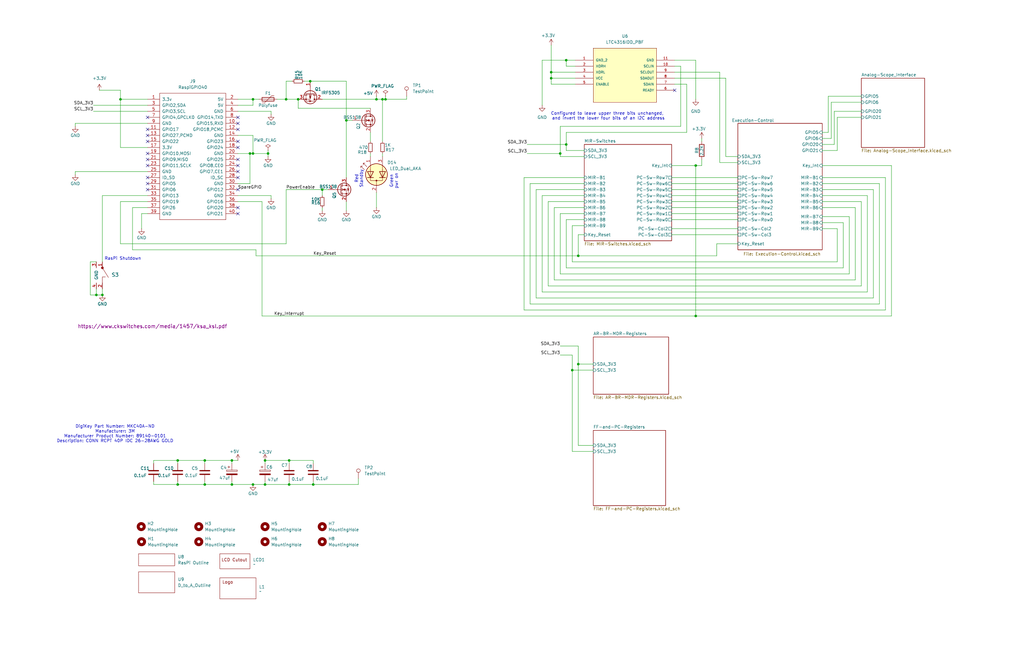
<source format=kicad_sch>
(kicad_sch
	(version 20231120)
	(generator "eeschema")
	(generator_version "8.0")
	(uuid "83dfe2c9-ab1a-4178-9feb-71b29481afb4")
	(paper "B")
	(lib_symbols
		(symbol "BSS138_1"
			(pin_names hide)
			(exclude_from_sim no)
			(in_bom yes)
			(on_board yes)
			(property "Reference" "Q"
				(at 5.08 1.905 0)
				(effects
					(font
						(size 1.27 1.27)
					)
					(justify left)
				)
			)
			(property "Value" "BSS138"
				(at 5.08 0 0)
				(effects
					(font
						(size 1.27 1.27)
					)
					(justify left)
				)
			)
			(property "Footprint" "Package_TO_SOT_SMD:SOT-23"
				(at 5.08 -1.905 0)
				(effects
					(font
						(size 1.27 1.27)
						(italic yes)
					)
					(justify left)
					(hide yes)
				)
			)
			(property "Datasheet" "https://www.onsemi.com/pub/Collateral/BSS138-D.PDF"
				(at 5.08 -3.81 0)
				(effects
					(font
						(size 1.27 1.27)
					)
					(justify left)
					(hide yes)
				)
			)
			(property "Description" "50V Vds, 0.22A Id, N-Channel MOSFET, SOT-23"
				(at 0 0 0)
				(effects
					(font
						(size 1.27 1.27)
					)
					(hide yes)
				)
			)
			(property "ki_keywords" "N-Channel MOSFET"
				(at 0 0 0)
				(effects
					(font
						(size 1.27 1.27)
					)
					(hide yes)
				)
			)
			(property "ki_fp_filters" "SOT?23*"
				(at 0 0 0)
				(effects
					(font
						(size 1.27 1.27)
					)
					(hide yes)
				)
			)
			(symbol "BSS138_1_0_1"
				(polyline
					(pts
						(xy 0.254 0) (xy -2.54 0)
					)
					(stroke
						(width 0)
						(type default)
					)
					(fill
						(type none)
					)
				)
				(polyline
					(pts
						(xy 0.254 1.905) (xy 0.254 -1.905)
					)
					(stroke
						(width 0.254)
						(type default)
					)
					(fill
						(type none)
					)
				)
				(polyline
					(pts
						(xy 0.762 -1.27) (xy 0.762 -2.286)
					)
					(stroke
						(width 0.254)
						(type default)
					)
					(fill
						(type none)
					)
				)
				(polyline
					(pts
						(xy 0.762 0.508) (xy 0.762 -0.508)
					)
					(stroke
						(width 0.254)
						(type default)
					)
					(fill
						(type none)
					)
				)
				(polyline
					(pts
						(xy 0.762 2.286) (xy 0.762 1.27)
					)
					(stroke
						(width 0.254)
						(type default)
					)
					(fill
						(type none)
					)
				)
				(polyline
					(pts
						(xy 2.54 2.54) (xy 2.54 1.778)
					)
					(stroke
						(width 0)
						(type default)
					)
					(fill
						(type none)
					)
				)
				(polyline
					(pts
						(xy 2.54 -2.54) (xy 2.54 0) (xy 0.762 0)
					)
					(stroke
						(width 0)
						(type default)
					)
					(fill
						(type none)
					)
				)
				(polyline
					(pts
						(xy 0.762 -1.778) (xy 3.302 -1.778) (xy 3.302 1.778) (xy 0.762 1.778)
					)
					(stroke
						(width 0)
						(type default)
					)
					(fill
						(type none)
					)
				)
				(polyline
					(pts
						(xy 1.016 0) (xy 2.032 0.381) (xy 2.032 -0.381) (xy 1.016 0)
					)
					(stroke
						(width 0)
						(type default)
					)
					(fill
						(type outline)
					)
				)
				(polyline
					(pts
						(xy 2.794 0.508) (xy 2.921 0.381) (xy 3.683 0.381) (xy 3.81 0.254)
					)
					(stroke
						(width 0)
						(type default)
					)
					(fill
						(type none)
					)
				)
				(polyline
					(pts
						(xy 3.302 0.381) (xy 2.921 -0.254) (xy 3.683 -0.254) (xy 3.302 0.381)
					)
					(stroke
						(width 0)
						(type default)
					)
					(fill
						(type none)
					)
				)
				(circle
					(center 1.651 0)
					(radius 2.794)
					(stroke
						(width 0.254)
						(type default)
					)
					(fill
						(type none)
					)
				)
				(circle
					(center 2.54 -1.778)
					(radius 0.254)
					(stroke
						(width 0)
						(type default)
					)
					(fill
						(type outline)
					)
				)
				(circle
					(center 2.54 1.778)
					(radius 0.254)
					(stroke
						(width 0)
						(type default)
					)
					(fill
						(type outline)
					)
				)
			)
			(symbol "BSS138_1_1_1"
				(pin input line
					(at -5.08 0 0)
					(length 2.54)
					(name "G"
						(effects
							(font
								(size 1.27 1.27)
							)
						)
					)
					(number "1"
						(effects
							(font
								(size 1.27 1.27)
							)
						)
					)
				)
				(pin passive line
					(at 2.54 -5.08 90)
					(length 2.54)
					(name "S"
						(effects
							(font
								(size 1.27 1.27)
							)
						)
					)
					(number "2"
						(effects
							(font
								(size 1.27 1.27)
							)
						)
					)
				)
				(pin passive line
					(at 2.54 5.08 270)
					(length 2.54)
					(name "D"
						(effects
							(font
								(size 1.27 1.27)
							)
						)
					)
					(number "3"
						(effects
							(font
								(size 1.27 1.27)
							)
						)
					)
				)
			)
		)
		(symbol "Connector:TestPoint"
			(pin_numbers hide)
			(pin_names
				(offset 0.762) hide)
			(exclude_from_sim no)
			(in_bom yes)
			(on_board yes)
			(property "Reference" "TP"
				(at 0 6.858 0)
				(effects
					(font
						(size 1.27 1.27)
					)
				)
			)
			(property "Value" "TestPoint"
				(at 0 5.08 0)
				(effects
					(font
						(size 1.27 1.27)
					)
				)
			)
			(property "Footprint" ""
				(at 5.08 0 0)
				(effects
					(font
						(size 1.27 1.27)
					)
					(hide yes)
				)
			)
			(property "Datasheet" "~"
				(at 5.08 0 0)
				(effects
					(font
						(size 1.27 1.27)
					)
					(hide yes)
				)
			)
			(property "Description" "test point"
				(at 0 0 0)
				(effects
					(font
						(size 1.27 1.27)
					)
					(hide yes)
				)
			)
			(property "ki_keywords" "test point tp"
				(at 0 0 0)
				(effects
					(font
						(size 1.27 1.27)
					)
					(hide yes)
				)
			)
			(property "ki_fp_filters" "Pin* Test*"
				(at 0 0 0)
				(effects
					(font
						(size 1.27 1.27)
					)
					(hide yes)
				)
			)
			(symbol "TestPoint_0_1"
				(circle
					(center 0 3.302)
					(radius 0.762)
					(stroke
						(width 0)
						(type default)
					)
					(fill
						(type none)
					)
				)
			)
			(symbol "TestPoint_1_1"
				(pin passive line
					(at 0 0 90)
					(length 2.54)
					(name "1"
						(effects
							(font
								(size 1.27 1.27)
							)
						)
					)
					(number "1"
						(effects
							(font
								(size 1.27 1.27)
							)
						)
					)
				)
			)
		)
		(symbol "Device:C"
			(pin_numbers hide)
			(pin_names
				(offset 0.254)
			)
			(exclude_from_sim no)
			(in_bom yes)
			(on_board yes)
			(property "Reference" "C"
				(at 0.635 2.54 0)
				(effects
					(font
						(size 1.27 1.27)
					)
					(justify left)
				)
			)
			(property "Value" "C"
				(at 0.635 -2.54 0)
				(effects
					(font
						(size 1.27 1.27)
					)
					(justify left)
				)
			)
			(property "Footprint" ""
				(at 0.9652 -3.81 0)
				(effects
					(font
						(size 1.27 1.27)
					)
					(hide yes)
				)
			)
			(property "Datasheet" "~"
				(at 0 0 0)
				(effects
					(font
						(size 1.27 1.27)
					)
					(hide yes)
				)
			)
			(property "Description" "Unpolarized capacitor"
				(at 0 0 0)
				(effects
					(font
						(size 1.27 1.27)
					)
					(hide yes)
				)
			)
			(property "ki_keywords" "cap capacitor"
				(at 0 0 0)
				(effects
					(font
						(size 1.27 1.27)
					)
					(hide yes)
				)
			)
			(property "ki_fp_filters" "C_*"
				(at 0 0 0)
				(effects
					(font
						(size 1.27 1.27)
					)
					(hide yes)
				)
			)
			(symbol "C_0_1"
				(polyline
					(pts
						(xy -2.032 -0.762) (xy 2.032 -0.762)
					)
					(stroke
						(width 0.508)
						(type default)
					)
					(fill
						(type none)
					)
				)
				(polyline
					(pts
						(xy -2.032 0.762) (xy 2.032 0.762)
					)
					(stroke
						(width 0.508)
						(type default)
					)
					(fill
						(type none)
					)
				)
			)
			(symbol "C_1_1"
				(pin passive line
					(at 0 3.81 270)
					(length 2.794)
					(name "~"
						(effects
							(font
								(size 1.27 1.27)
							)
						)
					)
					(number "1"
						(effects
							(font
								(size 1.27 1.27)
							)
						)
					)
				)
				(pin passive line
					(at 0 -3.81 90)
					(length 2.794)
					(name "~"
						(effects
							(font
								(size 1.27 1.27)
							)
						)
					)
					(number "2"
						(effects
							(font
								(size 1.27 1.27)
							)
						)
					)
				)
			)
		)
		(symbol "Device:C_Polarized"
			(pin_numbers hide)
			(pin_names
				(offset 0.254)
			)
			(exclude_from_sim no)
			(in_bom yes)
			(on_board yes)
			(property "Reference" "C"
				(at 0.635 2.54 0)
				(effects
					(font
						(size 1.27 1.27)
					)
					(justify left)
				)
			)
			(property "Value" "C_Polarized"
				(at 0.635 -2.54 0)
				(effects
					(font
						(size 1.27 1.27)
					)
					(justify left)
				)
			)
			(property "Footprint" ""
				(at 0.9652 -3.81 0)
				(effects
					(font
						(size 1.27 1.27)
					)
					(hide yes)
				)
			)
			(property "Datasheet" "~"
				(at 0 0 0)
				(effects
					(font
						(size 1.27 1.27)
					)
					(hide yes)
				)
			)
			(property "Description" "Polarized capacitor"
				(at 0 0 0)
				(effects
					(font
						(size 1.27 1.27)
					)
					(hide yes)
				)
			)
			(property "ki_keywords" "cap capacitor"
				(at 0 0 0)
				(effects
					(font
						(size 1.27 1.27)
					)
					(hide yes)
				)
			)
			(property "ki_fp_filters" "CP_*"
				(at 0 0 0)
				(effects
					(font
						(size 1.27 1.27)
					)
					(hide yes)
				)
			)
			(symbol "C_Polarized_0_1"
				(rectangle
					(start -2.286 0.508)
					(end 2.286 1.016)
					(stroke
						(width 0)
						(type default)
					)
					(fill
						(type none)
					)
				)
				(polyline
					(pts
						(xy -1.778 2.286) (xy -0.762 2.286)
					)
					(stroke
						(width 0)
						(type default)
					)
					(fill
						(type none)
					)
				)
				(polyline
					(pts
						(xy -1.27 2.794) (xy -1.27 1.778)
					)
					(stroke
						(width 0)
						(type default)
					)
					(fill
						(type none)
					)
				)
				(rectangle
					(start 2.286 -0.508)
					(end -2.286 -1.016)
					(stroke
						(width 0)
						(type default)
					)
					(fill
						(type outline)
					)
				)
			)
			(symbol "C_Polarized_1_1"
				(pin passive line
					(at 0 3.81 270)
					(length 2.794)
					(name "~"
						(effects
							(font
								(size 1.27 1.27)
							)
						)
					)
					(number "1"
						(effects
							(font
								(size 1.27 1.27)
							)
						)
					)
				)
				(pin passive line
					(at 0 -3.81 90)
					(length 2.794)
					(name "~"
						(effects
							(font
								(size 1.27 1.27)
							)
						)
					)
					(number "2"
						(effects
							(font
								(size 1.27 1.27)
							)
						)
					)
				)
			)
		)
		(symbol "Device:LED_Dual_AKA"
			(pin_names
				(offset 0) hide)
			(exclude_from_sim no)
			(in_bom yes)
			(on_board yes)
			(property "Reference" "D"
				(at 0 5.715 0)
				(effects
					(font
						(size 1.27 1.27)
					)
				)
			)
			(property "Value" "LED_Dual_AKA"
				(at 0 -6.35 0)
				(effects
					(font
						(size 1.27 1.27)
					)
				)
			)
			(property "Footprint" ""
				(at 0 0 0)
				(effects
					(font
						(size 1.27 1.27)
					)
					(hide yes)
				)
			)
			(property "Datasheet" "~"
				(at 0 0 0)
				(effects
					(font
						(size 1.27 1.27)
					)
					(hide yes)
				)
			)
			(property "Description" "Dual LED, common cathode on pin 2"
				(at 0 0 0)
				(effects
					(font
						(size 1.27 1.27)
					)
					(hide yes)
				)
			)
			(property "ki_keywords" "LED diode bicolor dual"
				(at 0 0 0)
				(effects
					(font
						(size 1.27 1.27)
					)
					(hide yes)
				)
			)
			(property "ki_fp_filters" "LED* LED_SMD:* LED_THT:*"
				(at 0 0 0)
				(effects
					(font
						(size 1.27 1.27)
					)
					(hide yes)
				)
			)
			(symbol "LED_Dual_AKA_0_1"
				(circle
					(center -2.54 0)
					(radius 0.2794)
					(stroke
						(width 0)
						(type default)
					)
					(fill
						(type outline)
					)
				)
				(polyline
					(pts
						(xy -4.572 0) (xy -2.54 0)
					)
					(stroke
						(width 0)
						(type default)
					)
					(fill
						(type none)
					)
				)
				(polyline
					(pts
						(xy -1.27 -1.27) (xy -1.27 -3.81)
					)
					(stroke
						(width 0.254)
						(type default)
					)
					(fill
						(type none)
					)
				)
				(polyline
					(pts
						(xy -1.27 1.27) (xy -1.27 3.81)
					)
					(stroke
						(width 0.254)
						(type default)
					)
					(fill
						(type none)
					)
				)
				(polyline
					(pts
						(xy 3.81 -2.54) (xy 1.905 -2.54)
					)
					(stroke
						(width 0)
						(type default)
					)
					(fill
						(type none)
					)
				)
				(polyline
					(pts
						(xy 3.81 2.54) (xy 1.905 2.54)
					)
					(stroke
						(width 0)
						(type default)
					)
					(fill
						(type none)
					)
				)
				(polyline
					(pts
						(xy 1.27 -3.81) (xy 1.27 -1.27) (xy -1.27 -2.54) (xy 1.27 -3.81)
					)
					(stroke
						(width 0.254)
						(type default)
					)
					(fill
						(type none)
					)
				)
				(polyline
					(pts
						(xy 1.27 1.27) (xy 1.27 3.81) (xy -1.27 2.54) (xy 1.27 1.27)
					)
					(stroke
						(width 0.254)
						(type default)
					)
					(fill
						(type none)
					)
				)
				(polyline
					(pts
						(xy 2.032 2.54) (xy -2.54 2.54) (xy -2.54 -2.54) (xy 2.032 -2.54)
					)
					(stroke
						(width 0)
						(type default)
					)
					(fill
						(type none)
					)
				)
				(polyline
					(pts
						(xy 2.032 5.08) (xy 3.556 6.604) (xy 2.794 6.604) (xy 3.556 6.604) (xy 3.556 5.842)
					)
					(stroke
						(width 0)
						(type default)
					)
					(fill
						(type none)
					)
				)
				(polyline
					(pts
						(xy 3.302 4.064) (xy 4.826 5.588) (xy 4.064 5.588) (xy 4.826 5.588) (xy 4.826 4.826)
					)
					(stroke
						(width 0)
						(type default)
					)
					(fill
						(type none)
					)
				)
				(circle
					(center 0 0)
					(radius 4.572)
					(stroke
						(width 0.254)
						(type default)
					)
					(fill
						(type background)
					)
				)
			)
			(symbol "LED_Dual_AKA_1_1"
				(pin input line
					(at 7.62 2.54 180)
					(length 3.81)
					(name "A1"
						(effects
							(font
								(size 1.27 1.27)
							)
						)
					)
					(number "1"
						(effects
							(font
								(size 1.27 1.27)
							)
						)
					)
				)
				(pin input line
					(at -7.62 0 0)
					(length 3.048)
					(name "K"
						(effects
							(font
								(size 1.27 1.27)
							)
						)
					)
					(number "2"
						(effects
							(font
								(size 1.27 1.27)
							)
						)
					)
				)
				(pin input line
					(at 7.62 -2.54 180)
					(length 3.81)
					(name "A2"
						(effects
							(font
								(size 1.27 1.27)
							)
						)
					)
					(number "3"
						(effects
							(font
								(size 1.27 1.27)
							)
						)
					)
				)
			)
		)
		(symbol "Device:Polyfuse"
			(pin_numbers hide)
			(pin_names
				(offset 0)
			)
			(exclude_from_sim no)
			(in_bom yes)
			(on_board yes)
			(property "Reference" "F"
				(at -2.54 0 90)
				(effects
					(font
						(size 1.27 1.27)
					)
				)
			)
			(property "Value" "Polyfuse"
				(at 2.54 0 90)
				(effects
					(font
						(size 1.27 1.27)
					)
				)
			)
			(property "Footprint" ""
				(at 1.27 -5.08 0)
				(effects
					(font
						(size 1.27 1.27)
					)
					(justify left)
					(hide yes)
				)
			)
			(property "Datasheet" "~"
				(at 0 0 0)
				(effects
					(font
						(size 1.27 1.27)
					)
					(hide yes)
				)
			)
			(property "Description" "Resettable fuse, polymeric positive temperature coefficient"
				(at 0 0 0)
				(effects
					(font
						(size 1.27 1.27)
					)
					(hide yes)
				)
			)
			(property "ki_keywords" "resettable fuse PTC PPTC polyfuse polyswitch"
				(at 0 0 0)
				(effects
					(font
						(size 1.27 1.27)
					)
					(hide yes)
				)
			)
			(property "ki_fp_filters" "*polyfuse* *PTC*"
				(at 0 0 0)
				(effects
					(font
						(size 1.27 1.27)
					)
					(hide yes)
				)
			)
			(symbol "Polyfuse_0_1"
				(rectangle
					(start -0.762 2.54)
					(end 0.762 -2.54)
					(stroke
						(width 0.254)
						(type default)
					)
					(fill
						(type none)
					)
				)
				(polyline
					(pts
						(xy 0 2.54) (xy 0 -2.54)
					)
					(stroke
						(width 0)
						(type default)
					)
					(fill
						(type none)
					)
				)
				(polyline
					(pts
						(xy -1.524 2.54) (xy -1.524 1.524) (xy 1.524 -1.524) (xy 1.524 -2.54)
					)
					(stroke
						(width 0)
						(type default)
					)
					(fill
						(type none)
					)
				)
			)
			(symbol "Polyfuse_1_1"
				(pin passive line
					(at 0 3.81 270)
					(length 1.27)
					(name "~"
						(effects
							(font
								(size 1.27 1.27)
							)
						)
					)
					(number "1"
						(effects
							(font
								(size 1.27 1.27)
							)
						)
					)
				)
				(pin passive line
					(at 0 -3.81 90)
					(length 1.27)
					(name "~"
						(effects
							(font
								(size 1.27 1.27)
							)
						)
					)
					(number "2"
						(effects
							(font
								(size 1.27 1.27)
							)
						)
					)
				)
			)
		)
		(symbol "Device:R"
			(pin_numbers hide)
			(pin_names
				(offset 0)
			)
			(exclude_from_sim no)
			(in_bom yes)
			(on_board yes)
			(property "Reference" "R"
				(at 2.032 0 90)
				(effects
					(font
						(size 1.27 1.27)
					)
				)
			)
			(property "Value" "R"
				(at 0 0 90)
				(effects
					(font
						(size 1.27 1.27)
					)
				)
			)
			(property "Footprint" ""
				(at -1.778 0 90)
				(effects
					(font
						(size 1.27 1.27)
					)
					(hide yes)
				)
			)
			(property "Datasheet" "~"
				(at 0 0 0)
				(effects
					(font
						(size 1.27 1.27)
					)
					(hide yes)
				)
			)
			(property "Description" "Resistor"
				(at 0 0 0)
				(effects
					(font
						(size 1.27 1.27)
					)
					(hide yes)
				)
			)
			(property "ki_keywords" "R res resistor"
				(at 0 0 0)
				(effects
					(font
						(size 1.27 1.27)
					)
					(hide yes)
				)
			)
			(property "ki_fp_filters" "R_*"
				(at 0 0 0)
				(effects
					(font
						(size 1.27 1.27)
					)
					(hide yes)
				)
			)
			(symbol "R_0_1"
				(rectangle
					(start -1.016 -2.54)
					(end 1.016 2.54)
					(stroke
						(width 0.254)
						(type default)
					)
					(fill
						(type none)
					)
				)
			)
			(symbol "R_1_1"
				(pin passive line
					(at 0 3.81 270)
					(length 1.27)
					(name "~"
						(effects
							(font
								(size 1.27 1.27)
							)
						)
					)
					(number "1"
						(effects
							(font
								(size 1.27 1.27)
							)
						)
					)
				)
				(pin passive line
					(at 0 -3.81 90)
					(length 1.27)
					(name "~"
						(effects
							(font
								(size 1.27 1.27)
							)
						)
					)
					(number "2"
						(effects
							(font
								(size 1.27 1.27)
							)
						)
					)
				)
			)
		)
		(symbol "Device:R_Small"
			(pin_numbers hide)
			(pin_names
				(offset 0.254) hide)
			(exclude_from_sim no)
			(in_bom yes)
			(on_board yes)
			(property "Reference" "R"
				(at 0.762 0.508 0)
				(effects
					(font
						(size 1.27 1.27)
					)
					(justify left)
				)
			)
			(property "Value" "R_Small"
				(at 0.762 -1.016 0)
				(effects
					(font
						(size 1.27 1.27)
					)
					(justify left)
				)
			)
			(property "Footprint" ""
				(at 0 0 0)
				(effects
					(font
						(size 1.27 1.27)
					)
					(hide yes)
				)
			)
			(property "Datasheet" "~"
				(at 0 0 0)
				(effects
					(font
						(size 1.27 1.27)
					)
					(hide yes)
				)
			)
			(property "Description" "Resistor, small symbol"
				(at 0 0 0)
				(effects
					(font
						(size 1.27 1.27)
					)
					(hide yes)
				)
			)
			(property "ki_keywords" "R resistor"
				(at 0 0 0)
				(effects
					(font
						(size 1.27 1.27)
					)
					(hide yes)
				)
			)
			(property "ki_fp_filters" "R_*"
				(at 0 0 0)
				(effects
					(font
						(size 1.27 1.27)
					)
					(hide yes)
				)
			)
			(symbol "R_Small_0_1"
				(rectangle
					(start -0.762 1.778)
					(end 0.762 -1.778)
					(stroke
						(width 0.2032)
						(type default)
					)
					(fill
						(type none)
					)
				)
			)
			(symbol "R_Small_1_1"
				(pin passive line
					(at 0 2.54 270)
					(length 0.762)
					(name "~"
						(effects
							(font
								(size 1.27 1.27)
							)
						)
					)
					(number "1"
						(effects
							(font
								(size 1.27 1.27)
							)
						)
					)
				)
				(pin passive line
					(at 0 -2.54 90)
					(length 0.762)
					(name "~"
						(effects
							(font
								(size 1.27 1.27)
							)
						)
					)
					(number "2"
						(effects
							(font
								(size 1.27 1.27)
							)
						)
					)
				)
			)
		)
		(symbol "Mechanical:MountingHole"
			(pin_names
				(offset 1.016)
			)
			(exclude_from_sim yes)
			(in_bom no)
			(on_board yes)
			(property "Reference" "H"
				(at 0 5.08 0)
				(effects
					(font
						(size 1.27 1.27)
					)
				)
			)
			(property "Value" "MountingHole"
				(at 0 3.175 0)
				(effects
					(font
						(size 1.27 1.27)
					)
				)
			)
			(property "Footprint" ""
				(at 0 0 0)
				(effects
					(font
						(size 1.27 1.27)
					)
					(hide yes)
				)
			)
			(property "Datasheet" "~"
				(at 0 0 0)
				(effects
					(font
						(size 1.27 1.27)
					)
					(hide yes)
				)
			)
			(property "Description" "Mounting Hole without connection"
				(at 0 0 0)
				(effects
					(font
						(size 1.27 1.27)
					)
					(hide yes)
				)
			)
			(property "ki_keywords" "mounting hole"
				(at 0 0 0)
				(effects
					(font
						(size 1.27 1.27)
					)
					(hide yes)
				)
			)
			(property "ki_fp_filters" "MountingHole*"
				(at 0 0 0)
				(effects
					(font
						(size 1.27 1.27)
					)
					(hide yes)
				)
			)
			(symbol "MountingHole_0_1"
				(circle
					(center 0 0)
					(radius 1.27)
					(stroke
						(width 1.27)
						(type default)
					)
					(fill
						(type none)
					)
				)
			)
		)
		(symbol "Rainer-Library:RaspiGPIO40"
			(pin_names
				(offset 1.016)
			)
			(exclude_from_sim no)
			(in_bom yes)
			(on_board yes)
			(property "Reference" "J1"
				(at -11.43 17.78 0)
				(effects
					(font
						(size 1.27 1.27)
					)
				)
			)
			(property "Value" "RaspiGPIO40"
				(at 0 15.24 0)
				(effects
					(font
						(size 1.27 1.27)
					)
				)
			)
			(property "Footprint" "Connector_PinHeader_2.54mm:PinHeader_2x20_P2.54mm_Vertical"
				(at 0 -9.525 90)
				(effects
					(font
						(size 1.27 1.27)
					)
					(hide yes)
				)
			)
			(property "Datasheet" ""
				(at 2.54 0 0)
				(effects
					(font
						(size 1.27 1.27)
					)
					(hide yes)
				)
			)
			(property "Description" ""
				(at 0 0 0)
				(effects
					(font
						(size 1.27 1.27)
					)
					(hide yes)
				)
			)
			(symbol "RaspiGPIO40_0_1"
				(rectangle
					(start -13.97 16.51)
					(end 13.97 -36.83)
					(stroke
						(width 0)
						(type default)
					)
					(fill
						(type none)
					)
				)
			)
			(symbol "RaspiGPIO40_1_1"
				(pin power_out line
					(at -19.05 13.97 0)
					(length 5.08)
					(name "3.3v"
						(effects
							(font
								(size 1.27 1.27)
							)
						)
					)
					(number "1"
						(effects
							(font
								(size 1.27 1.27)
							)
						)
					)
				)
				(pin bidirectional line
					(at 19.05 3.81 180)
					(length 5.08)
					(name "GPIO15,RXD"
						(effects
							(font
								(size 1.27 1.27)
							)
						)
					)
					(number "10"
						(effects
							(font
								(size 1.27 1.27)
							)
						)
					)
				)
				(pin bidirectional line
					(at -19.05 1.27 0)
					(length 5.08)
					(name "GPIO17"
						(effects
							(font
								(size 1.27 1.27)
							)
						)
					)
					(number "11"
						(effects
							(font
								(size 1.27 1.27)
							)
						)
					)
				)
				(pin bidirectional line
					(at 19.05 1.27 180)
					(length 5.08)
					(name "GPIO18,PCMC"
						(effects
							(font
								(size 1.27 1.27)
							)
						)
					)
					(number "12"
						(effects
							(font
								(size 1.27 1.27)
							)
						)
					)
				)
				(pin bidirectional line
					(at -19.05 -1.27 0)
					(length 5.08)
					(name "GPIO27,PCMD"
						(effects
							(font
								(size 1.27 1.27)
							)
						)
					)
					(number "13"
						(effects
							(font
								(size 1.27 1.27)
							)
						)
					)
				)
				(pin power_in line
					(at 19.05 -1.27 180)
					(length 5.08)
					(name "GND"
						(effects
							(font
								(size 1.27 1.27)
							)
						)
					)
					(number "14"
						(effects
							(font
								(size 1.27 1.27)
							)
						)
					)
				)
				(pin bidirectional line
					(at -19.05 -3.81 0)
					(length 5.08)
					(name "GPIO22"
						(effects
							(font
								(size 1.27 1.27)
							)
						)
					)
					(number "15"
						(effects
							(font
								(size 1.27 1.27)
							)
						)
					)
				)
				(pin bidirectional line
					(at 19.05 -3.81 180)
					(length 5.08)
					(name "GPIO23"
						(effects
							(font
								(size 1.27 1.27)
							)
						)
					)
					(number "16"
						(effects
							(font
								(size 1.27 1.27)
							)
						)
					)
				)
				(pin power_in line
					(at -19.05 -6.35 0)
					(length 5.08)
					(name "3.3V"
						(effects
							(font
								(size 1.27 1.27)
							)
						)
					)
					(number "17"
						(effects
							(font
								(size 1.27 1.27)
							)
						)
					)
				)
				(pin bidirectional line
					(at 19.05 -6.35 180)
					(length 5.08)
					(name "GPIO24"
						(effects
							(font
								(size 1.27 1.27)
							)
						)
					)
					(number "18"
						(effects
							(font
								(size 1.27 1.27)
							)
						)
					)
				)
				(pin bidirectional line
					(at -19.05 -8.89 0)
					(length 5.08)
					(name "GPIO10,MOSI"
						(effects
							(font
								(size 1.27 1.27)
							)
						)
					)
					(number "19"
						(effects
							(font
								(size 1.27 1.27)
							)
						)
					)
				)
				(pin power_out line
					(at 19.05 13.97 180)
					(length 5.08)
					(name "5V"
						(effects
							(font
								(size 1.27 1.27)
							)
						)
					)
					(number "2"
						(effects
							(font
								(size 1.27 1.27)
							)
						)
					)
				)
				(pin power_in line
					(at 19.05 -8.89 180)
					(length 5.08)
					(name "GND"
						(effects
							(font
								(size 1.27 1.27)
							)
						)
					)
					(number "20"
						(effects
							(font
								(size 1.27 1.27)
							)
						)
					)
				)
				(pin bidirectional line
					(at -19.05 -11.43 0)
					(length 5.08)
					(name "GPIO9,MISO"
						(effects
							(font
								(size 1.27 1.27)
							)
						)
					)
					(number "21"
						(effects
							(font
								(size 1.27 1.27)
							)
						)
					)
				)
				(pin bidirectional line
					(at 19.05 -11.43 180)
					(length 5.08)
					(name "GPIO25"
						(effects
							(font
								(size 1.27 1.27)
							)
						)
					)
					(number "22"
						(effects
							(font
								(size 1.27 1.27)
							)
						)
					)
				)
				(pin bidirectional line
					(at -19.05 -13.97 0)
					(length 5.08)
					(name "GPIO11,SCLK"
						(effects
							(font
								(size 1.27 1.27)
							)
						)
					)
					(number "23"
						(effects
							(font
								(size 1.27 1.27)
							)
						)
					)
				)
				(pin bidirectional line
					(at 19.05 -13.97 180)
					(length 5.08)
					(name "GPIO8,CE0"
						(effects
							(font
								(size 1.27 1.27)
							)
						)
					)
					(number "24"
						(effects
							(font
								(size 1.27 1.27)
							)
						)
					)
				)
				(pin power_in line
					(at -19.05 -16.51 0)
					(length 5.08)
					(name "GND"
						(effects
							(font
								(size 1.27 1.27)
							)
						)
					)
					(number "25"
						(effects
							(font
								(size 1.27 1.27)
							)
						)
					)
				)
				(pin bidirectional line
					(at 19.05 -16.51 180)
					(length 5.08)
					(name "GPIO7,CE1"
						(effects
							(font
								(size 1.27 1.27)
							)
						)
					)
					(number "26"
						(effects
							(font
								(size 1.27 1.27)
							)
						)
					)
				)
				(pin bidirectional line
					(at -19.05 -19.05 0)
					(length 5.08)
					(name "ID_SD"
						(effects
							(font
								(size 1.27 1.27)
							)
						)
					)
					(number "27"
						(effects
							(font
								(size 1.27 1.27)
							)
						)
					)
				)
				(pin bidirectional line
					(at 19.05 -19.05 180)
					(length 5.08)
					(name "ID_SC"
						(effects
							(font
								(size 1.27 1.27)
							)
						)
					)
					(number "28"
						(effects
							(font
								(size 1.27 1.27)
							)
						)
					)
				)
				(pin bidirectional line
					(at -19.05 -21.59 0)
					(length 5.08)
					(name "GPIO5"
						(effects
							(font
								(size 1.27 1.27)
							)
						)
					)
					(number "29"
						(effects
							(font
								(size 1.27 1.27)
							)
						)
					)
				)
				(pin bidirectional line
					(at -19.05 11.43 0)
					(length 5.08)
					(name "GPIO2,SDA"
						(effects
							(font
								(size 1.27 1.27)
							)
						)
					)
					(number "3"
						(effects
							(font
								(size 1.27 1.27)
							)
						)
					)
				)
				(pin power_in line
					(at 19.05 -21.59 180)
					(length 5.08)
					(name "GND"
						(effects
							(font
								(size 1.27 1.27)
							)
						)
					)
					(number "30"
						(effects
							(font
								(size 1.27 1.27)
							)
						)
					)
				)
				(pin bidirectional line
					(at -19.05 -24.13 0)
					(length 5.08)
					(name "GPIO6"
						(effects
							(font
								(size 1.27 1.27)
							)
						)
					)
					(number "31"
						(effects
							(font
								(size 1.27 1.27)
							)
						)
					)
				)
				(pin bidirectional line
					(at 19.05 -24.13 180)
					(length 5.08)
					(name "GPIO12"
						(effects
							(font
								(size 1.27 1.27)
							)
						)
					)
					(number "32"
						(effects
							(font
								(size 1.27 1.27)
							)
						)
					)
				)
				(pin bidirectional line
					(at -19.05 -26.67 0)
					(length 5.08)
					(name "GPIO13"
						(effects
							(font
								(size 1.27 1.27)
							)
						)
					)
					(number "33"
						(effects
							(font
								(size 1.27 1.27)
							)
						)
					)
				)
				(pin power_in line
					(at 19.05 -26.67 180)
					(length 5.08)
					(name "GND"
						(effects
							(font
								(size 1.27 1.27)
							)
						)
					)
					(number "34"
						(effects
							(font
								(size 1.27 1.27)
							)
						)
					)
				)
				(pin bidirectional line
					(at -19.05 -29.21 0)
					(length 5.08)
					(name "GPIO19"
						(effects
							(font
								(size 1.27 1.27)
							)
						)
					)
					(number "35"
						(effects
							(font
								(size 1.27 1.27)
							)
						)
					)
				)
				(pin bidirectional line
					(at 19.05 -29.21 180)
					(length 5.08)
					(name "GPIO16"
						(effects
							(font
								(size 1.27 1.27)
							)
						)
					)
					(number "36"
						(effects
							(font
								(size 1.27 1.27)
							)
						)
					)
				)
				(pin bidirectional line
					(at -19.05 -31.75 0)
					(length 5.08)
					(name "GPI26"
						(effects
							(font
								(size 1.27 1.27)
							)
						)
					)
					(number "37"
						(effects
							(font
								(size 1.27 1.27)
							)
						)
					)
				)
				(pin bidirectional line
					(at 19.05 -31.75 180)
					(length 5.08)
					(name "GPIO20"
						(effects
							(font
								(size 1.27 1.27)
							)
						)
					)
					(number "38"
						(effects
							(font
								(size 1.27 1.27)
							)
						)
					)
				)
				(pin bidirectional line
					(at -19.05 -34.29 0)
					(length 5.08)
					(name "GND"
						(effects
							(font
								(size 1.27 1.27)
							)
						)
					)
					(number "39"
						(effects
							(font
								(size 1.27 1.27)
							)
						)
					)
				)
				(pin power_in line
					(at 19.05 11.43 180)
					(length 5.08)
					(name "5V"
						(effects
							(font
								(size 1.27 1.27)
							)
						)
					)
					(number "4"
						(effects
							(font
								(size 1.27 1.27)
							)
						)
					)
				)
				(pin bidirectional line
					(at 19.05 -34.29 180)
					(length 5.08)
					(name "GPIO21"
						(effects
							(font
								(size 1.27 1.27)
							)
						)
					)
					(number "40"
						(effects
							(font
								(size 1.27 1.27)
							)
						)
					)
				)
				(pin bidirectional line
					(at -19.05 8.89 0)
					(length 5.08)
					(name "GPIO3,SCL"
						(effects
							(font
								(size 1.27 1.27)
							)
						)
					)
					(number "5"
						(effects
							(font
								(size 1.27 1.27)
							)
						)
					)
				)
				(pin power_in line
					(at 19.05 8.89 180)
					(length 5.08)
					(name "GND"
						(effects
							(font
								(size 1.27 1.27)
							)
						)
					)
					(number "6"
						(effects
							(font
								(size 1.27 1.27)
							)
						)
					)
				)
				(pin bidirectional line
					(at -19.05 6.35 0)
					(length 5.08)
					(name "GPIO4,GPCLK0"
						(effects
							(font
								(size 1.27 1.27)
							)
						)
					)
					(number "7"
						(effects
							(font
								(size 1.27 1.27)
							)
						)
					)
				)
				(pin bidirectional line
					(at 19.05 6.35 180)
					(length 5.08)
					(name "GPIO14,TXD"
						(effects
							(font
								(size 1.27 1.27)
							)
						)
					)
					(number "8"
						(effects
							(font
								(size 1.27 1.27)
							)
						)
					)
				)
				(pin power_in line
					(at -19.05 3.81 0)
					(length 5.08)
					(name "GND"
						(effects
							(font
								(size 1.27 1.27)
							)
						)
					)
					(number "9"
						(effects
							(font
								(size 1.27 1.27)
							)
						)
					)
				)
			)
		)
		(symbol "Transistor_FET:IRF9540N"
			(pin_names hide)
			(exclude_from_sim no)
			(in_bom yes)
			(on_board yes)
			(property "Reference" "Q"
				(at 5.08 1.905 0)
				(effects
					(font
						(size 1.27 1.27)
					)
					(justify left)
				)
			)
			(property "Value" "IRF9540N"
				(at 5.08 0 0)
				(effects
					(font
						(size 1.27 1.27)
					)
					(justify left)
				)
			)
			(property "Footprint" "Package_TO_SOT_THT:TO-220-3_Vertical"
				(at 5.08 -1.905 0)
				(effects
					(font
						(size 1.27 1.27)
						(italic yes)
					)
					(justify left)
					(hide yes)
				)
			)
			(property "Datasheet" "http://www.irf.com/product-info/datasheets/data/irf9540n.pdf"
				(at 5.08 -3.81 0)
				(effects
					(font
						(size 1.27 1.27)
					)
					(justify left)
					(hide yes)
				)
			)
			(property "Description" "-23A Id, -100V Vds, 117mOhm Rds, P-Channel HEXFET Power MOSFET, TO-220"
				(at 0 0 0)
				(effects
					(font
						(size 1.27 1.27)
					)
					(hide yes)
				)
			)
			(property "ki_keywords" "P-Channel MOSFET HEXFET"
				(at 0 0 0)
				(effects
					(font
						(size 1.27 1.27)
					)
					(hide yes)
				)
			)
			(property "ki_fp_filters" "TO?220*"
				(at 0 0 0)
				(effects
					(font
						(size 1.27 1.27)
					)
					(hide yes)
				)
			)
			(symbol "IRF9540N_0_1"
				(polyline
					(pts
						(xy 0.254 0) (xy -2.54 0)
					)
					(stroke
						(width 0)
						(type default)
					)
					(fill
						(type none)
					)
				)
				(polyline
					(pts
						(xy 0.254 1.905) (xy 0.254 -1.905)
					)
					(stroke
						(width 0.254)
						(type default)
					)
					(fill
						(type none)
					)
				)
				(polyline
					(pts
						(xy 0.762 -1.27) (xy 0.762 -2.286)
					)
					(stroke
						(width 0.254)
						(type default)
					)
					(fill
						(type none)
					)
				)
				(polyline
					(pts
						(xy 0.762 0.508) (xy 0.762 -0.508)
					)
					(stroke
						(width 0.254)
						(type default)
					)
					(fill
						(type none)
					)
				)
				(polyline
					(pts
						(xy 0.762 2.286) (xy 0.762 1.27)
					)
					(stroke
						(width 0.254)
						(type default)
					)
					(fill
						(type none)
					)
				)
				(polyline
					(pts
						(xy 2.54 2.54) (xy 2.54 1.778)
					)
					(stroke
						(width 0)
						(type default)
					)
					(fill
						(type none)
					)
				)
				(polyline
					(pts
						(xy 2.54 -2.54) (xy 2.54 0) (xy 0.762 0)
					)
					(stroke
						(width 0)
						(type default)
					)
					(fill
						(type none)
					)
				)
				(polyline
					(pts
						(xy 0.762 1.778) (xy 3.302 1.778) (xy 3.302 -1.778) (xy 0.762 -1.778)
					)
					(stroke
						(width 0)
						(type default)
					)
					(fill
						(type none)
					)
				)
				(polyline
					(pts
						(xy 2.286 0) (xy 1.27 0.381) (xy 1.27 -0.381) (xy 2.286 0)
					)
					(stroke
						(width 0)
						(type default)
					)
					(fill
						(type outline)
					)
				)
				(polyline
					(pts
						(xy 2.794 -0.508) (xy 2.921 -0.381) (xy 3.683 -0.381) (xy 3.81 -0.254)
					)
					(stroke
						(width 0)
						(type default)
					)
					(fill
						(type none)
					)
				)
				(polyline
					(pts
						(xy 3.302 -0.381) (xy 2.921 0.254) (xy 3.683 0.254) (xy 3.302 -0.381)
					)
					(stroke
						(width 0)
						(type default)
					)
					(fill
						(type none)
					)
				)
				(circle
					(center 1.651 0)
					(radius 2.794)
					(stroke
						(width 0.254)
						(type default)
					)
					(fill
						(type none)
					)
				)
				(circle
					(center 2.54 -1.778)
					(radius 0.254)
					(stroke
						(width 0)
						(type default)
					)
					(fill
						(type outline)
					)
				)
				(circle
					(center 2.54 1.778)
					(radius 0.254)
					(stroke
						(width 0)
						(type default)
					)
					(fill
						(type outline)
					)
				)
			)
			(symbol "IRF9540N_1_1"
				(pin input line
					(at -5.08 0 0)
					(length 2.54)
					(name "G"
						(effects
							(font
								(size 1.27 1.27)
							)
						)
					)
					(number "1"
						(effects
							(font
								(size 1.27 1.27)
							)
						)
					)
				)
				(pin passive line
					(at 2.54 5.08 270)
					(length 2.54)
					(name "D"
						(effects
							(font
								(size 1.27 1.27)
							)
						)
					)
					(number "2"
						(effects
							(font
								(size 1.27 1.27)
							)
						)
					)
				)
				(pin passive line
					(at 2.54 -5.08 90)
					(length 2.54)
					(name "S"
						(effects
							(font
								(size 1.27 1.27)
							)
						)
					)
					(number "3"
						(effects
							(font
								(size 1.27 1.27)
							)
						)
					)
				)
			)
		)
		(symbol "mWW_Library:D_to_A_Outline"
			(exclude_from_sim no)
			(in_bom yes)
			(on_board yes)
			(property "Reference" "U"
				(at 1.524 6.858 0)
				(effects
					(font
						(size 1.27 1.27)
					)
				)
			)
			(property "Value" "D_to_A_Outline"
				(at -0.254 3.302 0)
				(effects
					(font
						(size 1.27 1.27)
					)
				)
			)
			(property "Footprint" "mWW-Project-Library:D_to_A_Outline"
				(at 0.254 -1.524 0)
				(effects
					(font
						(size 1.27 1.27)
					)
					(hide yes)
				)
			)
			(property "Datasheet" ""
				(at 0 0 0)
				(effects
					(font
						(size 1.27 1.27)
					)
					(hide yes)
				)
			)
			(property "Description" ""
				(at 0 0 0)
				(effects
					(font
						(size 1.27 1.27)
					)
					(hide yes)
				)
			)
			(symbol "D_to_A_Outline_0_1"
				(rectangle
					(start -7.62 5.08)
					(end 7.62 -3.81)
					(stroke
						(width 0)
						(type default)
					)
					(fill
						(type none)
					)
				)
			)
		)
		(symbol "mWW_Library:LCD-Cutout"
			(exclude_from_sim no)
			(in_bom yes)
			(on_board yes)
			(property "Reference" "LCD"
				(at -4.826 -1.778 0)
				(effects
					(font
						(size 1.27 1.27)
					)
				)
			)
			(property "Value" ""
				(at 0 0 0)
				(effects
					(font
						(size 1.27 1.27)
					)
				)
			)
			(property "Footprint" ""
				(at 0 0 0)
				(effects
					(font
						(size 1.27 1.27)
					)
					(hide yes)
				)
			)
			(property "Datasheet" ""
				(at 0 0 0)
				(effects
					(font
						(size 1.27 1.27)
					)
					(hide yes)
				)
			)
			(property "Description" ""
				(at 0 0 0)
				(effects
					(font
						(size 1.27 1.27)
					)
					(hide yes)
				)
			)
			(symbol "LCD-Cutout_0_1"
				(rectangle
					(start -12.7 6.35)
					(end 0 0)
					(stroke
						(width 0)
						(type default)
					)
					(fill
						(type none)
					)
				)
			)
			(symbol "LCD-Cutout_1_1"
				(text "LCD Cutout"
					(at -6.604 3.81 0)
					(effects
						(font
							(size 1.27 1.27)
						)
					)
				)
			)
		)
		(symbol "mWW_Library:LTC4316IDD_PBF"
			(pin_names
				(offset 1.016)
			)
			(exclude_from_sim no)
			(in_bom yes)
			(on_board yes)
			(property "Reference" "U"
				(at 46.482 9.144 0)
				(effects
					(font
						(size 1.27 1.27)
					)
					(justify left bottom)
				)
			)
			(property "Value" "LTC4316IDD_PBF"
				(at 40.64 5.842 0)
				(effects
					(font
						(size 1.27 1.27)
					)
					(justify left bottom)
				)
			)
			(property "Footprint" "LTC4316IDD_PBF:DFN-10_DD"
				(at 1.27 2.54 0)
				(effects
					(font
						(size 1.27 1.27)
					)
					(justify bottom)
					(hide yes)
				)
			)
			(property "Datasheet" ""
				(at 0 0 0)
				(effects
					(font
						(size 1.27 1.27)
					)
					(hide yes)
				)
			)
			(property "Description" ""
				(at 0 0 0)
				(effects
					(font
						(size 1.27 1.27)
					)
					(hide yes)
				)
			)
			(property "MF" "Analog Devices"
				(at 2.54 2.54 0)
				(effects
					(font
						(size 1.27 1.27)
					)
					(justify bottom)
					(hide yes)
				)
			)
			(property "VENDOR" "Linear Technology"
				(at 2.54 2.54 0)
				(effects
					(font
						(size 1.27 1.27)
					)
					(justify bottom)
					(hide yes)
				)
			)
			(property "Description_1" "\nLTC4316 - Single I2C/SMBus Address Translator\n"
				(at 2.54 2.54 0)
				(effects
					(font
						(size 1.27 1.27)
					)
					(justify bottom)
					(hide yes)
				)
			)
			(property "Package" "DFN -10 Analog Devices"
				(at 2.54 2.54 0)
				(effects
					(font
						(size 1.27 1.27)
					)
					(justify bottom)
					(hide yes)
				)
			)
			(property "Price" "None"
				(at 31.496 5.334 0)
				(effects
					(font
						(size 1.27 1.27)
					)
					(justify bottom)
					(hide yes)
				)
			)
			(property "Check_prices" "https://www.snapeda.com/parts/LTC4316IDD%23PBF/Analog+Devices/view-part/?ref=eda"
				(at 2.54 2.54 0)
				(effects
					(font
						(size 1.27 1.27)
					)
					(justify bottom)
					(hide yes)
				)
			)
			(property "SnapEDA_Link" "https://www.snapeda.com/parts/LTC4316IDD%23PBF/Analog+Devices/view-part/?ref=snap"
				(at 2.54 2.54 0)
				(effects
					(font
						(size 1.27 1.27)
					)
					(justify bottom)
					(hide yes)
				)
			)
			(property "MP" "LTC4316IDD#PBF"
				(at 2.54 2.54 0)
				(effects
					(font
						(size 1.27 1.27)
					)
					(justify bottom)
					(hide yes)
				)
			)
			(property "Purchase-URL" "https://www.snapeda.com/api/url_track_click_mouser/?unipart_id=453323&manufacturer=Analog Devices&part_name=LTC4316IDD#PBF&search_term=None"
				(at 2.54 2.54 0)
				(effects
					(font
						(size 1.27 1.27)
					)
					(justify bottom)
					(hide yes)
				)
			)
			(property "Availability" "In Stock"
				(at 2.54 2.54 0)
				(effects
					(font
						(size 1.27 1.27)
					)
					(justify bottom)
					(hide yes)
				)
			)
			(property "MANUFACTURER_PART_NUMBER" "ltc4316idd#pbf"
				(at 2.54 2.54 0)
				(effects
					(font
						(size 1.27 1.27)
					)
					(justify bottom)
					(hide yes)
				)
			)
			(symbol "LTC4316IDD_PBF_0_0"
				(rectangle
					(start 36.83 5.08)
					(end 63.5 -17.78)
					(stroke
						(width 0.1524)
						(type default)
					)
					(fill
						(type background)
					)
				)
				(pin power_in line
					(at 29.21 0 0)
					(length 7.62)
					(name "GND_2"
						(effects
							(font
								(size 1.016 1.016)
							)
						)
					)
					(number "1"
						(effects
							(font
								(size 1.016 1.016)
							)
						)
					)
				)
				(pin bidirectional line
					(at 71.12 -2.54 180)
					(length 7.62)
					(name "SCLIN"
						(effects
							(font
								(size 1.016 1.016)
							)
						)
					)
					(number "10"
						(effects
							(font
								(size 1.016 1.016)
							)
						)
					)
				)
				(pin power_in line
					(at 71.12 0 180)
					(length 7.62)
					(name "GND"
						(effects
							(font
								(size 1.016 1.016)
							)
						)
					)
					(number "11"
						(effects
							(font
								(size 1.016 1.016)
							)
						)
					)
				)
				(pin input line
					(at 29.21 -2.54 0)
					(length 7.62)
					(name "XORH"
						(effects
							(font
								(size 1.016 1.016)
							)
						)
					)
					(number "2"
						(effects
							(font
								(size 1.016 1.016)
							)
						)
					)
				)
				(pin input line
					(at 29.21 -5.08 0)
					(length 7.62)
					(name "XORL"
						(effects
							(font
								(size 1.016 1.016)
							)
						)
					)
					(number "3"
						(effects
							(font
								(size 1.016 1.016)
							)
						)
					)
				)
				(pin power_in line
					(at 29.21 -7.62 0)
					(length 7.62)
					(name "VCC"
						(effects
							(font
								(size 1.016 1.016)
							)
						)
					)
					(number "4"
						(effects
							(font
								(size 1.016 1.016)
							)
						)
					)
				)
				(pin input line
					(at 29.21 -10.16 0)
					(length 7.62)
					(name "ENABLE"
						(effects
							(font
								(size 1.016 1.016)
							)
						)
					)
					(number "5"
						(effects
							(font
								(size 1.016 1.016)
							)
						)
					)
				)
				(pin output line
					(at 71.12 -12.7 180)
					(length 7.62)
					(name "READY"
						(effects
							(font
								(size 1.016 1.016)
							)
						)
					)
					(number "6"
						(effects
							(font
								(size 1.016 1.016)
							)
						)
					)
				)
				(pin bidirectional line
					(at 71.12 -10.16 180)
					(length 7.62)
					(name "SDAIN"
						(effects
							(font
								(size 1.016 1.016)
							)
						)
					)
					(number "7"
						(effects
							(font
								(size 1.016 1.016)
							)
						)
					)
				)
				(pin bidirectional line
					(at 71.12 -7.62 180)
					(length 7.62)
					(name "SDAOUT"
						(effects
							(font
								(size 1.016 1.016)
							)
						)
					)
					(number "8"
						(effects
							(font
								(size 1.016 1.016)
							)
						)
					)
				)
				(pin bidirectional line
					(at 71.12 -5.08 180)
					(length 7.62)
					(name "SCLOUT"
						(effects
							(font
								(size 1.016 1.016)
							)
						)
					)
					(number "9"
						(effects
							(font
								(size 1.016 1.016)
							)
						)
					)
				)
			)
		)
		(symbol "mWW_Library:RA_Tactile_Push"
			(pin_names
				(offset 1.016)
			)
			(exclude_from_sim no)
			(in_bom yes)
			(on_board yes)
			(property "Reference" "S3"
				(at -3.81 -3.81 0)
				(effects
					(font
						(size 1.524 1.524)
					)
				)
			)
			(property "Value" "RA_Push"
				(at -1.27 -1.27 0)
				(effects
					(font
						(size 1.524 1.524)
					)
					(hide yes)
				)
			)
			(property "Footprint" "mWW-Project-Library:SW_KSA0V311LFTR_CNK-RA-pushbutton"
				(at 0 0 0)
				(effects
					(font
						(size 1.524 1.524)
					)
					(hide yes)
				)
			)
			(property "Datasheet" ""
				(at 0 0 0)
				(effects
					(font
						(size 1.524 1.524)
					)
				)
			)
			(property "Description" ""
				(at 0 0 0)
				(effects
					(font
						(size 1.27 1.27)
					)
					(hide yes)
				)
			)
			(symbol "RA_Tactile_Push_0_1"
				(circle
					(center -3.81 -6.35)
					(radius 0.4572)
					(stroke
						(width 0)
						(type default)
					)
					(fill
						(type outline)
					)
				)
				(polyline
					(pts
						(xy -3.81 -6.35) (xy 0.254 -3.81) (xy 0.254 -3.81) (xy 0.254 -3.81)
					)
					(stroke
						(width 0)
						(type default)
					)
					(fill
						(type none)
					)
				)
				(polyline
					(pts
						(xy 0 -5.08) (xy 0 -6.35) (xy 2.54 -6.35) (xy 2.54 -6.35)
					)
					(stroke
						(width 0)
						(type default)
					)
					(fill
						(type none)
					)
				)
			)
			(symbol "RA_Tactile_Push_1_0"
				(pin passive line
					(at -6.35 -8.89 0)
					(length 2.54)
					(name "GND"
						(effects
							(font
								(size 1.27 1.27)
							)
						)
					)
					(number "3"
						(effects
							(font
								(size 1.27 1.27)
							)
						)
					)
				)
				(pin passive line
					(at 5.08 -8.89 180)
					(length 2.54)
					(name ""
						(effects
							(font
								(size 1.27 1.27)
							)
						)
					)
					(number "4"
						(effects
							(font
								(size 1.27 1.27)
							)
						)
					)
				)
			)
			(symbol "RA_Tactile_Push_1_1"
				(pin input line
					(at -6.35 -6.35 0)
					(length 2.54)
					(name "~"
						(effects
							(font
								(size 1.27 1.27)
							)
						)
					)
					(number "1"
						(effects
							(font
								(size 1.27 1.27)
							)
						)
					)
				)
				(pin input line
					(at 5.08 -6.35 180)
					(length 2.54)
					(name "~"
						(effects
							(font
								(size 1.27 1.27)
							)
						)
					)
					(number "2"
						(effects
							(font
								(size 1.27 1.27)
							)
						)
					)
				)
			)
		)
		(symbol "mWW_Library:RasPi5-Outline"
			(exclude_from_sim no)
			(in_bom yes)
			(on_board yes)
			(property "Reference" "U"
				(at 0.254 2.286 0)
				(effects
					(font
						(size 1.27 1.27)
					)
				)
			)
			(property "Value" "RasPi_Outline"
				(at 0 0 0)
				(effects
					(font
						(size 1.27 1.27)
					)
				)
			)
			(property "Footprint" "mWW-Project-Library:RasPi-Outline"
				(at -0.254 -2.032 0)
				(effects
					(font
						(size 1.27 1.27)
					)
					(hide yes)
				)
			)
			(property "Datasheet" ""
				(at 0 0 0)
				(effects
					(font
						(size 1.27 1.27)
					)
					(hide yes)
				)
			)
			(property "Description" ""
				(at 0 0 0)
				(effects
					(font
						(size 1.27 1.27)
					)
					(hide yes)
				)
			)
			(symbol "RasPi5-Outline_0_1"
				(rectangle
					(start -7.62 1.27)
					(end 7.62 -3.81)
					(stroke
						(width 0)
						(type default)
					)
					(fill
						(type none)
					)
				)
			)
		)
		(symbol "mWW_Library:mWW-Logo"
			(exclude_from_sim no)
			(in_bom yes)
			(on_board yes)
			(property "Reference" "L"
				(at 0 0 0)
				(effects
					(font
						(size 1.27 1.27)
					)
				)
			)
			(property "Value" ""
				(at 0 0 0)
				(effects
					(font
						(size 1.27 1.27)
					)
				)
			)
			(property "Footprint" ""
				(at 0 0 0)
				(effects
					(font
						(size 1.27 1.27)
					)
					(hide yes)
				)
			)
			(property "Datasheet" ""
				(at 0 0 0)
				(effects
					(font
						(size 1.27 1.27)
					)
					(hide yes)
				)
			)
			(property "Description" ""
				(at 0 0 0)
				(effects
					(font
						(size 1.27 1.27)
					)
					(hide yes)
				)
			)
			(symbol "mWW-Logo_0_1"
				(rectangle
					(start 8.89 -5.08)
					(end -6.35 3.81)
					(stroke
						(width 0)
						(type default)
					)
					(fill
						(type none)
					)
				)
			)
			(symbol "mWW-Logo_1_1"
				(text "Logo"
					(at -3.048 2.032 0)
					(effects
						(font
							(size 1.27 1.27)
						)
					)
				)
			)
		)
		(symbol "power:+3.3V"
			(power)
			(pin_numbers hide)
			(pin_names
				(offset 0) hide)
			(exclude_from_sim no)
			(in_bom yes)
			(on_board yes)
			(property "Reference" "#PWR"
				(at 0 -3.81 0)
				(effects
					(font
						(size 1.27 1.27)
					)
					(hide yes)
				)
			)
			(property "Value" "+3.3V"
				(at 0 3.556 0)
				(effects
					(font
						(size 1.27 1.27)
					)
				)
			)
			(property "Footprint" ""
				(at 0 0 0)
				(effects
					(font
						(size 1.27 1.27)
					)
					(hide yes)
				)
			)
			(property "Datasheet" ""
				(at 0 0 0)
				(effects
					(font
						(size 1.27 1.27)
					)
					(hide yes)
				)
			)
			(property "Description" "Power symbol creates a global label with name \"+3.3V\""
				(at 0 0 0)
				(effects
					(font
						(size 1.27 1.27)
					)
					(hide yes)
				)
			)
			(property "ki_keywords" "global power"
				(at 0 0 0)
				(effects
					(font
						(size 1.27 1.27)
					)
					(hide yes)
				)
			)
			(symbol "+3.3V_0_1"
				(polyline
					(pts
						(xy -0.762 1.27) (xy 0 2.54)
					)
					(stroke
						(width 0)
						(type default)
					)
					(fill
						(type none)
					)
				)
				(polyline
					(pts
						(xy 0 0) (xy 0 2.54)
					)
					(stroke
						(width 0)
						(type default)
					)
					(fill
						(type none)
					)
				)
				(polyline
					(pts
						(xy 0 2.54) (xy 0.762 1.27)
					)
					(stroke
						(width 0)
						(type default)
					)
					(fill
						(type none)
					)
				)
			)
			(symbol "+3.3V_1_1"
				(pin power_in line
					(at 0 0 90)
					(length 0)
					(name "~"
						(effects
							(font
								(size 1.27 1.27)
							)
						)
					)
					(number "1"
						(effects
							(font
								(size 1.27 1.27)
							)
						)
					)
				)
			)
		)
		(symbol "power:+5V"
			(power)
			(pin_numbers hide)
			(pin_names
				(offset 0) hide)
			(exclude_from_sim no)
			(in_bom yes)
			(on_board yes)
			(property "Reference" "#PWR"
				(at 0 -3.81 0)
				(effects
					(font
						(size 1.27 1.27)
					)
					(hide yes)
				)
			)
			(property "Value" "+5V"
				(at 0 3.556 0)
				(effects
					(font
						(size 1.27 1.27)
					)
				)
			)
			(property "Footprint" ""
				(at 0 0 0)
				(effects
					(font
						(size 1.27 1.27)
					)
					(hide yes)
				)
			)
			(property "Datasheet" ""
				(at 0 0 0)
				(effects
					(font
						(size 1.27 1.27)
					)
					(hide yes)
				)
			)
			(property "Description" "Power symbol creates a global label with name \"+5V\""
				(at 0 0 0)
				(effects
					(font
						(size 1.27 1.27)
					)
					(hide yes)
				)
			)
			(property "ki_keywords" "global power"
				(at 0 0 0)
				(effects
					(font
						(size 1.27 1.27)
					)
					(hide yes)
				)
			)
			(symbol "+5V_0_1"
				(polyline
					(pts
						(xy -0.762 1.27) (xy 0 2.54)
					)
					(stroke
						(width 0)
						(type default)
					)
					(fill
						(type none)
					)
				)
				(polyline
					(pts
						(xy 0 0) (xy 0 2.54)
					)
					(stroke
						(width 0)
						(type default)
					)
					(fill
						(type none)
					)
				)
				(polyline
					(pts
						(xy 0 2.54) (xy 0.762 1.27)
					)
					(stroke
						(width 0)
						(type default)
					)
					(fill
						(type none)
					)
				)
			)
			(symbol "+5V_1_1"
				(pin power_in line
					(at 0 0 90)
					(length 0)
					(name "~"
						(effects
							(font
								(size 1.27 1.27)
							)
						)
					)
					(number "1"
						(effects
							(font
								(size 1.27 1.27)
							)
						)
					)
				)
			)
		)
		(symbol "power:GND"
			(power)
			(pin_numbers hide)
			(pin_names
				(offset 0) hide)
			(exclude_from_sim no)
			(in_bom yes)
			(on_board yes)
			(property "Reference" "#PWR"
				(at 0 -6.35 0)
				(effects
					(font
						(size 1.27 1.27)
					)
					(hide yes)
				)
			)
			(property "Value" "GND"
				(at 0 -3.81 0)
				(effects
					(font
						(size 1.27 1.27)
					)
				)
			)
			(property "Footprint" ""
				(at 0 0 0)
				(effects
					(font
						(size 1.27 1.27)
					)
					(hide yes)
				)
			)
			(property "Datasheet" ""
				(at 0 0 0)
				(effects
					(font
						(size 1.27 1.27)
					)
					(hide yes)
				)
			)
			(property "Description" "Power symbol creates a global label with name \"GND\" , ground"
				(at 0 0 0)
				(effects
					(font
						(size 1.27 1.27)
					)
					(hide yes)
				)
			)
			(property "ki_keywords" "global power"
				(at 0 0 0)
				(effects
					(font
						(size 1.27 1.27)
					)
					(hide yes)
				)
			)
			(symbol "GND_0_1"
				(polyline
					(pts
						(xy 0 0) (xy 0 -1.27) (xy 1.27 -1.27) (xy 0 -2.54) (xy -1.27 -1.27) (xy 0 -1.27)
					)
					(stroke
						(width 0)
						(type default)
					)
					(fill
						(type none)
					)
				)
			)
			(symbol "GND_1_1"
				(pin power_in line
					(at 0 0 270)
					(length 0)
					(name "~"
						(effects
							(font
								(size 1.27 1.27)
							)
						)
					)
					(number "1"
						(effects
							(font
								(size 1.27 1.27)
							)
						)
					)
				)
			)
		)
		(symbol "power:PWR_FLAG"
			(power)
			(pin_numbers hide)
			(pin_names
				(offset 0) hide)
			(exclude_from_sim no)
			(in_bom yes)
			(on_board yes)
			(property "Reference" "#FLG"
				(at 0 1.905 0)
				(effects
					(font
						(size 1.27 1.27)
					)
					(hide yes)
				)
			)
			(property "Value" "PWR_FLAG"
				(at 0 3.81 0)
				(effects
					(font
						(size 1.27 1.27)
					)
				)
			)
			(property "Footprint" ""
				(at 0 0 0)
				(effects
					(font
						(size 1.27 1.27)
					)
					(hide yes)
				)
			)
			(property "Datasheet" "~"
				(at 0 0 0)
				(effects
					(font
						(size 1.27 1.27)
					)
					(hide yes)
				)
			)
			(property "Description" "Special symbol for telling ERC where power comes from"
				(at 0 0 0)
				(effects
					(font
						(size 1.27 1.27)
					)
					(hide yes)
				)
			)
			(property "ki_keywords" "flag power"
				(at 0 0 0)
				(effects
					(font
						(size 1.27 1.27)
					)
					(hide yes)
				)
			)
			(symbol "PWR_FLAG_0_0"
				(pin power_out line
					(at 0 0 90)
					(length 0)
					(name "~"
						(effects
							(font
								(size 1.27 1.27)
							)
						)
					)
					(number "1"
						(effects
							(font
								(size 1.27 1.27)
							)
						)
					)
				)
			)
			(symbol "PWR_FLAG_0_1"
				(polyline
					(pts
						(xy 0 0) (xy 0 1.27) (xy -1.016 1.905) (xy 0 2.54) (xy 1.016 1.905) (xy 0 1.27)
					)
					(stroke
						(width 0)
						(type default)
					)
					(fill
						(type none)
					)
				)
			)
		)
	)
	(junction
		(at 86.36 204.47)
		(diameter 0)
		(color 0 0 0 0)
		(uuid "13decc47-b8ce-4329-8601-40cf742e67b3")
	)
	(junction
		(at 86.36 194.31)
		(diameter 0)
		(color 0 0 0 0)
		(uuid "1ff76039-904a-41db-ae46-6462f5ceb57b")
	)
	(junction
		(at 243.84 153.67)
		(diameter 0)
		(color 0 0 0 0)
		(uuid "239d9d6b-6761-47d8-af36-5c93768554f9")
	)
	(junction
		(at 162.56 41.91)
		(diameter 0)
		(color 0 0 0 0)
		(uuid "289ae2ef-678c-4d81-895c-0667bab27608")
	)
	(junction
		(at 97.79 204.47)
		(diameter 0)
		(color 0 0 0 0)
		(uuid "316460b9-32a3-472e-9741-e7dab6b67bae")
	)
	(junction
		(at 241.3 156.21)
		(diameter 0)
		(color 0 0 0 0)
		(uuid "32061178-cc56-4588-9199-78fd5b09a010")
	)
	(junction
		(at 232.41 30.48)
		(diameter 0)
		(color 0 0 0 0)
		(uuid "3a46b297-257d-46f4-8221-4d80d8b2155d")
	)
	(junction
		(at 50.8 41.91)
		(diameter 0)
		(color 0 0 0 0)
		(uuid "44c61564-24d2-40ff-895a-2b7d4298bfa6")
	)
	(junction
		(at 238.76 60.96)
		(diameter 0)
		(color 0 0 0 0)
		(uuid "451c181c-729a-4bef-8273-926d6e9eb729")
	)
	(junction
		(at 125.73 41.91)
		(diameter 0)
		(color 0 0 0 0)
		(uuid "48979cfb-c853-45da-a03c-90e2cdc8f237")
	)
	(junction
		(at 120.65 41.91)
		(diameter 0)
		(color 0 0 0 0)
		(uuid "5bab7000-366b-4f42-bdad-3fe9f238ab98")
	)
	(junction
		(at 106.68 41.91)
		(diameter 0)
		(color 0 0 0 0)
		(uuid "602bcfe1-3151-4b67-8730-ec0246de5aed")
	)
	(junction
		(at 111.76 194.31)
		(diameter 0)
		(color 0 0 0 0)
		(uuid "6a1bb902-f88d-4a48-83f3-4d01546ae95d")
	)
	(junction
		(at 74.93 204.47)
		(diameter 0)
		(color 0 0 0 0)
		(uuid "6d34d473-6fc0-45f9-825e-21d4c16f9abf")
	)
	(junction
		(at 293.37 133.35)
		(diameter 0)
		(color 0 0 0 0)
		(uuid "6e4381aa-71c1-4343-a185-930959ae55ae")
	)
	(junction
		(at 106.68 64.77)
		(diameter 0)
		(color 0 0 0 0)
		(uuid "6f12e36b-46a7-4f4c-86e7-4c7b09ce1a15")
	)
	(junction
		(at 158.75 41.91)
		(diameter 0)
		(color 0 0 0 0)
		(uuid "76f22bca-e7a9-4a27-a0d5-8e1d165209f6")
	)
	(junction
		(at 236.22 64.77)
		(diameter 0)
		(color 0 0 0 0)
		(uuid "7ac46876-c2ad-4f81-b6f3-555bf98120a0")
	)
	(junction
		(at 293.37 69.85)
		(diameter 0)
		(color 0 0 0 0)
		(uuid "a49dacf6-d317-444c-a807-4215325141c5")
	)
	(junction
		(at 43.18 124.46)
		(diameter 0)
		(color 0 0 0 0)
		(uuid "a783fca8-8f80-40b4-8bb4-f7472da48beb")
	)
	(junction
		(at 105.41 64.77)
		(diameter 0)
		(color 0 0 0 0)
		(uuid "abb23268-7e25-44c0-a9d4-6bed6a32f4f1")
	)
	(junction
		(at 121.92 194.31)
		(diameter 0)
		(color 0 0 0 0)
		(uuid "b7c12232-fb9f-43c5-95cd-cf2a8cde8696")
	)
	(junction
		(at 161.29 41.91)
		(diameter 0)
		(color 0 0 0 0)
		(uuid "bea8ae3a-56f0-4572-ba7e-5d0b41c669d6")
	)
	(junction
		(at 113.03 64.77)
		(diameter 0)
		(color 0 0 0 0)
		(uuid "c1c26f7b-700c-46b0-919c-9e6830e12951")
	)
	(junction
		(at 232.41 33.02)
		(diameter 0)
		(color 0 0 0 0)
		(uuid "c1caf28d-c6f8-4985-bf8b-80669ac908cb")
	)
	(junction
		(at 243.84 107.95)
		(diameter 0)
		(color 0 0 0 0)
		(uuid "c6072e95-9b19-4dea-a1dd-cce918234117")
	)
	(junction
		(at 74.93 194.31)
		(diameter 0)
		(color 0 0 0 0)
		(uuid "cf68e69a-be0d-4215-be38-422dabd63fb3")
	)
	(junction
		(at 97.79 194.31)
		(diameter 0)
		(color 0 0 0 0)
		(uuid "cf6eeef7-a1d3-4c9b-acf3-303e0a62665e")
	)
	(junction
		(at 132.08 204.47)
		(diameter 0)
		(color 0 0 0 0)
		(uuid "d02bbe20-a737-4570-a893-5f4cc937b563")
	)
	(junction
		(at 40.64 124.46)
		(diameter 0)
		(color 0 0 0 0)
		(uuid "d02bd028-36c9-43cd-9a27-a3189c3c0a9e")
	)
	(junction
		(at 135.89 80.01)
		(diameter 0)
		(color 0 0 0 0)
		(uuid "d9ff347d-6e4c-4e6f-968e-d4958ddbfd2f")
	)
	(junction
		(at 146.05 50.8)
		(diameter 0)
		(color 0 0 0 0)
		(uuid "de01d3de-9e0c-4752-8cc7-6e280eb7efc6")
	)
	(junction
		(at 106.68 204.47)
		(diameter 0)
		(color 0 0 0 0)
		(uuid "df98e938-4247-4d53-8937-a1e32ea5486c")
	)
	(junction
		(at 121.92 204.47)
		(diameter 0)
		(color 0 0 0 0)
		(uuid "e3c4ce85-acc6-447d-8f45-6b54d890b17a")
	)
	(junction
		(at 111.76 204.47)
		(diameter 0)
		(color 0 0 0 0)
		(uuid "f4a4d219-1089-4578-9053-002d248d0c08")
	)
	(junction
		(at 238.76 25.4)
		(diameter 0)
		(color 0 0 0 0)
		(uuid "f594a7cf-62ac-461e-8651-cb85703541b8")
	)
	(junction
		(at 130.81 34.29)
		(diameter 0)
		(color 0 0 0 0)
		(uuid "fc0d1ed3-0fc7-4027-9d8a-10a9ea05a469")
	)
	(no_connect
		(at 62.23 69.85)
		(uuid "19c363cc-b0d9-4062-8db5-495554899e7f")
	)
	(no_connect
		(at 100.33 67.31)
		(uuid "302dc2dd-432e-4be8-b1ec-aa22874d91d8")
	)
	(no_connect
		(at 100.33 80.01)
		(uuid "36e9bd77-b740-49d7-999b-27a0bb40ee8d")
	)
	(no_connect
		(at 62.23 67.31)
		(uuid "3adf2b69-ab1c-45d4-95aa-41421be7f966")
	)
	(no_connect
		(at 100.33 69.85)
		(uuid "5e06ddf7-b341-4daf-9f86-f63c78e6eac3")
	)
	(no_connect
		(at 62.23 49.53)
		(uuid "620ecaa5-4d10-4b8b-b9df-ad54ca91b697")
	)
	(no_connect
		(at 100.33 72.39)
		(uuid "739e5e4f-ca73-440b-9d52-a60ee49fb673")
	)
	(no_connect
		(at 100.33 49.53)
		(uuid "8928ffcf-3050-41f8-8560-32423597187a")
	)
	(no_connect
		(at 100.33 87.63)
		(uuid "9840360b-13cf-4e2b-9da6-10305fc628e0")
	)
	(no_connect
		(at 100.33 54.61)
		(uuid "a28ccc9f-9113-4ca3-b70c-5bf12292a110")
	)
	(no_connect
		(at 62.23 80.01)
		(uuid "a88ef936-ce94-4e31-81e7-eb9511f142dd")
	)
	(no_connect
		(at 100.33 59.69)
		(uuid "ad163c99-d57b-4e8a-8e61-ffbe4e0dbeb5")
	)
	(no_connect
		(at 100.33 52.07)
		(uuid "b38aae48-3098-429b-a972-5e18c02365f8")
	)
	(no_connect
		(at 62.23 74.93)
		(uuid "b40269d8-4fbd-4a6f-a404-b0be86ebe98b")
	)
	(no_connect
		(at 100.33 90.17)
		(uuid "b58c4b2d-e5ac-422e-b61e-e54076ede26a")
	)
	(no_connect
		(at 284.48 38.1)
		(uuid "cde1e84c-5271-4baa-9a8d-445134c5d371")
	)
	(no_connect
		(at 62.23 59.69)
		(uuid "d99a710b-25cb-4430-ab8b-f9ba5526fc97")
	)
	(no_connect
		(at 100.33 74.93)
		(uuid "dd10eef7-b21f-4f3d-9f8a-621b4ab8cbc7")
	)
	(no_connect
		(at 100.33 62.23)
		(uuid "e1c0281e-217b-4e2d-8c17-41f5d51d13e6")
	)
	(no_connect
		(at 62.23 77.47)
		(uuid "e5a08667-df17-44b1-8167-a1f8a8bb20cc")
	)
	(no_connect
		(at 62.23 57.15)
		(uuid "ef3e1387-c94a-4b67-b87b-b74861e6e2b2")
	)
	(no_connect
		(at 62.23 54.61)
		(uuid "f50839f5-0c1a-4322-b276-ca0c203685e3")
	)
	(no_connect
		(at 62.23 64.77)
		(uuid "fad2e76f-fd16-421f-acd6-af18ec7e89f5")
	)
	(wire
		(pts
			(xy 236.22 149.86) (xy 241.3 149.86)
		)
		(stroke
			(width 0)
			(type default)
		)
		(uuid "0147ede7-1f95-47ba-bc18-0f580caf20b2")
	)
	(wire
		(pts
			(xy 64.77 195.58) (xy 64.77 194.31)
		)
		(stroke
			(width 0)
			(type default)
		)
		(uuid "01bfb197-b22a-4ba7-a416-7da4b82b79f8")
	)
	(wire
		(pts
			(xy 283.21 85.09) (xy 311.15 85.09)
		)
		(stroke
			(width 0)
			(type default)
		)
		(uuid "0207f571-7c87-4e4b-b6b2-5ea603459131")
	)
	(wire
		(pts
			(xy 346.71 85.09) (xy 363.22 85.09)
		)
		(stroke
			(width 0)
			(type default)
		)
		(uuid "0280c36d-d101-45d9-bc5a-8469788cab42")
	)
	(wire
		(pts
			(xy 62.23 90.17) (xy 59.69 90.17)
		)
		(stroke
			(width 0)
			(type default)
		)
		(uuid "0322e3f8-926d-45d3-81b3-eed2240ea105")
	)
	(wire
		(pts
			(xy 228.6 25.4) (xy 228.6 44.45)
		)
		(stroke
			(width 0)
			(type default)
		)
		(uuid "032adc4a-9617-4efd-a77f-49c2d488e7e4")
	)
	(wire
		(pts
			(xy 241.3 110.49) (xy 241.3 95.25)
		)
		(stroke
			(width 0)
			(type default)
		)
		(uuid "036b8ff5-725d-4fa1-b895-a86aad9aead3")
	)
	(wire
		(pts
			(xy 158.75 40.64) (xy 158.75 41.91)
		)
		(stroke
			(width 0)
			(type default)
		)
		(uuid "0896c3be-91a1-482d-b923-f9b20d306fe2")
	)
	(wire
		(pts
			(xy 236.22 115.57) (xy 236.22 90.17)
		)
		(stroke
			(width 0)
			(type default)
		)
		(uuid "08c8275a-426f-4fe3-b6b8-f6075b89fb55")
	)
	(wire
		(pts
			(xy 121.92 194.31) (xy 121.92 195.58)
		)
		(stroke
			(width 0)
			(type default)
		)
		(uuid "0a197a91-3567-435c-8f69-95794b6f2a3d")
	)
	(wire
		(pts
			(xy 236.22 64.77) (xy 236.22 66.04)
		)
		(stroke
			(width 0)
			(type default)
		)
		(uuid "0d0485f2-3caf-466d-a782-622193ed57fb")
	)
	(wire
		(pts
			(xy 161.29 64.77) (xy 161.29 66.04)
		)
		(stroke
			(width 0)
			(type default)
		)
		(uuid "0d4c632d-43d5-4618-81ba-7a6de71c1452")
	)
	(wire
		(pts
			(xy 135.89 41.91) (xy 158.75 41.91)
		)
		(stroke
			(width 0)
			(type default)
		)
		(uuid "0e2a3225-234a-48c0-911d-0a8e7e8d34a1")
	)
	(wire
		(pts
			(xy 156.21 55.88) (xy 156.21 59.69)
		)
		(stroke
			(width 0)
			(type default)
		)
		(uuid "0f8b72dd-f757-41bf-9d2c-4d1005a1f88a")
	)
	(wire
		(pts
			(xy 250.19 153.67) (xy 243.84 153.67)
		)
		(stroke
			(width 0)
			(type default)
		)
		(uuid "0f8ecca1-2c5b-45ba-a7f9-abd5ca4cf36c")
	)
	(wire
		(pts
			(xy 100.33 44.45) (xy 106.68 44.45)
		)
		(stroke
			(width 0)
			(type default)
		)
		(uuid "11194fd9-c209-4859-a594-5ab9c5cabb88")
	)
	(wire
		(pts
			(xy 100.33 57.15) (xy 106.68 57.15)
		)
		(stroke
			(width 0)
			(type default)
		)
		(uuid "11f32f19-697f-4011-841e-5006881bc32b")
	)
	(wire
		(pts
			(xy 50.8 62.23) (xy 50.8 41.91)
		)
		(stroke
			(width 0)
			(type default)
		)
		(uuid "1209f90b-7930-4899-bf4c-c3d62731aba0")
	)
	(wire
		(pts
			(xy 121.92 194.31) (xy 111.76 194.31)
		)
		(stroke
			(width 0)
			(type default)
		)
		(uuid "12ce3b6b-973d-4ae8-9d1a-cc571a0b1517")
	)
	(wire
		(pts
			(xy 349.25 40.64) (xy 363.22 40.64)
		)
		(stroke
			(width 0)
			(type default)
		)
		(uuid "139b2ff3-00fc-4df6-80f4-2e17b0df7b35")
	)
	(wire
		(pts
			(xy 162.56 40.64) (xy 162.56 41.91)
		)
		(stroke
			(width 0)
			(type default)
		)
		(uuid "13e741af-19de-4181-8a39-5c21377f6c49")
	)
	(wire
		(pts
			(xy 156.21 45.72) (xy 125.73 45.72)
		)
		(stroke
			(width 0)
			(type default)
		)
		(uuid "14d1cbb9-02b7-4e11-b24e-c01ed7cef602")
	)
	(wire
		(pts
			(xy 50.8 102.87) (xy 120.65 102.87)
		)
		(stroke
			(width 0)
			(type default)
		)
		(uuid "186bfd51-8f67-4c91-8a6e-f7da72852a7d")
	)
	(wire
		(pts
			(xy 365.76 123.19) (xy 228.6 123.19)
		)
		(stroke
			(width 0)
			(type default)
		)
		(uuid "195b7f40-cbca-4192-a68a-a4c722889f7e")
	)
	(wire
		(pts
			(xy 231.14 85.09) (xy 246.38 85.09)
		)
		(stroke
			(width 0)
			(type default)
		)
		(uuid "19df6698-7d33-4bfb-bf7e-a91d2a80f4c6")
	)
	(wire
		(pts
			(xy 350.52 43.18) (xy 363.22 43.18)
		)
		(stroke
			(width 0)
			(type default)
		)
		(uuid "1ffa4efd-0174-4e9d-8ed0-006cfdf4afba")
	)
	(wire
		(pts
			(xy 132.08 203.2) (xy 132.08 204.47)
		)
		(stroke
			(width 0)
			(type default)
		)
		(uuid "2130cc9e-4380-4024-8304-f2deba33f417")
	)
	(wire
		(pts
			(xy 120.65 34.29) (xy 120.65 41.91)
		)
		(stroke
			(width 0)
			(type default)
		)
		(uuid "213d8645-a493-4dfc-9b06-6370201713a3")
	)
	(wire
		(pts
			(xy 100.33 64.77) (xy 105.41 64.77)
		)
		(stroke
			(width 0)
			(type default)
		)
		(uuid "230e17e8-74b0-4813-babb-8be33340e899")
	)
	(wire
		(pts
			(xy 246.38 74.93) (xy 220.98 74.93)
		)
		(stroke
			(width 0)
			(type default)
		)
		(uuid "236c5892-7aad-4f13-bed0-5efb1c365717")
	)
	(wire
		(pts
			(xy 232.41 30.48) (xy 232.41 33.02)
		)
		(stroke
			(width 0)
			(type default)
		)
		(uuid "23a6eb11-c58e-4451-83ab-03ed8ea269cf")
	)
	(wire
		(pts
			(xy 346.71 60.96) (xy 351.79 60.96)
		)
		(stroke
			(width 0)
			(type default)
		)
		(uuid "23df0343-ee88-4377-9a8c-1910c7fb39e3")
	)
	(wire
		(pts
			(xy 39.37 44.45) (xy 62.23 44.45)
		)
		(stroke
			(width 0)
			(type default)
		)
		(uuid "24a67790-f0b3-40f4-8760-933f13711338")
	)
	(wire
		(pts
			(xy 62.23 82.55) (xy 43.18 82.55)
		)
		(stroke
			(width 0)
			(type default)
		)
		(uuid "2529a83b-bb4a-4d8d-940a-56d739c0af73")
	)
	(wire
		(pts
			(xy 222.25 60.96) (xy 238.76 60.96)
		)
		(stroke
			(width 0)
			(type default)
		)
		(uuid "2554be95-7efb-4674-91fe-750369b77c9f")
	)
	(wire
		(pts
			(xy 39.37 46.99) (xy 62.23 46.99)
		)
		(stroke
			(width 0)
			(type default)
		)
		(uuid "25a9ab76-40c0-4a8b-aeaa-c70df91c2c68")
	)
	(wire
		(pts
			(xy 302.26 102.87) (xy 302.26 107.95)
		)
		(stroke
			(width 0)
			(type default)
		)
		(uuid "267b77a2-6d14-4aa9-8238-ea652335681d")
	)
	(wire
		(pts
			(xy 158.75 87.63) (xy 158.75 81.28)
		)
		(stroke
			(width 0)
			(type default)
		)
		(uuid "26ac3aeb-41b7-4843-92d2-f320cf3c6c60")
	)
	(wire
		(pts
			(xy 241.3 156.21) (xy 241.3 149.86)
		)
		(stroke
			(width 0)
			(type default)
		)
		(uuid "29af4c02-5a83-42d8-894d-4f273a175532")
	)
	(wire
		(pts
			(xy 106.68 41.91) (xy 109.22 41.91)
		)
		(stroke
			(width 0)
			(type default)
		)
		(uuid "29f62115-a376-4c96-ba7e-e1142210a288")
	)
	(wire
		(pts
			(xy 287.02 53.34) (xy 287.02 27.94)
		)
		(stroke
			(width 0)
			(type default)
		)
		(uuid "2b1ca1bc-d802-4659-b4d9-f857e5909ab6")
	)
	(wire
		(pts
			(xy 223.52 128.27) (xy 223.52 77.47)
		)
		(stroke
			(width 0)
			(type default)
		)
		(uuid "2c185b6a-f797-4df2-8bba-7c256bddfa2e")
	)
	(wire
		(pts
			(xy 353.06 110.49) (xy 241.3 110.49)
		)
		(stroke
			(width 0)
			(type default)
		)
		(uuid "2da14390-3860-4bbe-9941-6b6192efa74c")
	)
	(wire
		(pts
			(xy 242.57 27.94) (xy 238.76 27.94)
		)
		(stroke
			(width 0)
			(type default)
		)
		(uuid "30c10ad7-a199-45a7-9162-ef258a47024d")
	)
	(wire
		(pts
			(xy 62.23 62.23) (xy 50.8 62.23)
		)
		(stroke
			(width 0)
			(type default)
		)
		(uuid "3292cacc-d08d-47c5-9bc3-45400d940c3b")
	)
	(wire
		(pts
			(xy 97.79 194.31) (xy 100.33 194.31)
		)
		(stroke
			(width 0)
			(type default)
		)
		(uuid "32bfc43e-f751-4b5b-b8f0-87ac8b82c840")
	)
	(wire
		(pts
			(xy 293.37 69.85) (xy 283.21 69.85)
		)
		(stroke
			(width 0)
			(type default)
		)
		(uuid "33ed3d3b-f93b-4a97-b072-ae819c061f10")
	)
	(wire
		(pts
			(xy 242.57 25.4) (xy 238.76 25.4)
		)
		(stroke
			(width 0)
			(type default)
		)
		(uuid "33f2e85f-348f-4360-9782-c37a2e91803a")
	)
	(wire
		(pts
			(xy 220.98 74.93) (xy 220.98 130.81)
		)
		(stroke
			(width 0)
			(type default)
		)
		(uuid "34a98b10-8546-4fcd-ad4d-09422c74557b")
	)
	(wire
		(pts
			(xy 241.3 95.25) (xy 246.38 95.25)
		)
		(stroke
			(width 0)
			(type default)
		)
		(uuid "34f23553-a0b0-4af3-9d01-d6e8ca996c49")
	)
	(wire
		(pts
			(xy 40.64 121.92) (xy 40.64 124.46)
		)
		(stroke
			(width 0)
			(type default)
		)
		(uuid "374e8545-5a47-4d7b-97f3-f0a59efff055")
	)
	(wire
		(pts
			(xy 100.33 85.09) (xy 110.49 85.09)
		)
		(stroke
			(width 0)
			(type default)
		)
		(uuid "386cca4c-d722-4e54-86f3-26bd0cde590f")
	)
	(wire
		(pts
			(xy 358.14 115.57) (xy 236.22 115.57)
		)
		(stroke
			(width 0)
			(type default)
		)
		(uuid "396863cb-72ea-4ce8-845f-1716647784a7")
	)
	(wire
		(pts
			(xy 283.21 74.93) (xy 311.15 74.93)
		)
		(stroke
			(width 0)
			(type default)
		)
		(uuid "3a5c72ed-2fad-4ff4-916b-af8c76162414")
	)
	(wire
		(pts
			(xy 232.41 19.05) (xy 232.41 30.48)
		)
		(stroke
			(width 0)
			(type default)
		)
		(uuid "3d028915-05c2-41a0-a3d0-6ed1bf1b7e31")
	)
	(wire
		(pts
			(xy 111.76 204.47) (xy 121.92 204.47)
		)
		(stroke
			(width 0)
			(type default)
		)
		(uuid "3e6901d2-9a50-4698-82ed-c96dbf197fea")
	)
	(wire
		(pts
			(xy 370.84 77.47) (xy 370.84 128.27)
		)
		(stroke
			(width 0)
			(type default)
		)
		(uuid "3e8cfeb0-296b-4247-b08f-24a1c010ca86")
	)
	(wire
		(pts
			(xy 43.18 82.55) (xy 43.18 110.49)
		)
		(stroke
			(width 0)
			(type default)
		)
		(uuid "4183304a-ba1f-471c-8286-b22c66f549b0")
	)
	(wire
		(pts
			(xy 151.13 201.93) (xy 151.13 204.47)
		)
		(stroke
			(width 0)
			(type default)
		)
		(uuid "44788d30-a337-4cee-b672-404fa6fc45a5")
	)
	(wire
		(pts
			(xy 106.68 64.77) (xy 113.03 64.77)
		)
		(stroke
			(width 0)
			(type default)
		)
		(uuid "47d4bed6-f4f1-4a22-9cad-63ddecf407fa")
	)
	(wire
		(pts
			(xy 74.93 203.2) (xy 74.93 204.47)
		)
		(stroke
			(width 0)
			(type default)
		)
		(uuid "4a9e175a-68a2-4e56-896f-d75cd2395396")
	)
	(wire
		(pts
			(xy 148.59 50.8) (xy 146.05 50.8)
		)
		(stroke
			(width 0)
			(type default)
		)
		(uuid "4c3bc484-fe0c-4ab5-8757-69baacae0bf5")
	)
	(wire
		(pts
			(xy 106.68 57.15) (xy 106.68 64.77)
		)
		(stroke
			(width 0)
			(type default)
		)
		(uuid "4f81bd32-05b9-419b-9c5f-eec1cf02850e")
	)
	(wire
		(pts
			(xy 232.41 30.48) (xy 242.57 30.48)
		)
		(stroke
			(width 0)
			(type default)
		)
		(uuid "50fcd56d-f1f7-48a2-b2bb-7d6b57ee2ff9")
	)
	(wire
		(pts
			(xy 146.05 34.29) (xy 130.81 34.29)
		)
		(stroke
			(width 0)
			(type default)
		)
		(uuid "52485b28-921f-4cca-89e7-87e9e24d49b6")
	)
	(wire
		(pts
			(xy 114.3 82.55) (xy 114.3 83.82)
		)
		(stroke
			(width 0)
			(type default)
		)
		(uuid "54871686-234f-4ae9-b669-02edb10f80ec")
	)
	(wire
		(pts
			(xy 233.68 87.63) (xy 233.68 118.11)
		)
		(stroke
			(width 0)
			(type default)
		)
		(uuid "54eba9fb-c0cc-49ad-9c32-267f7f73848e")
	)
	(wire
		(pts
			(xy 97.79 195.58) (xy 97.79 194.31)
		)
		(stroke
			(width 0)
			(type default)
		)
		(uuid "5535c800-d17a-4edc-8670-383cf38645d4")
	)
	(wire
		(pts
			(xy 302.26 107.95) (xy 243.84 107.95)
		)
		(stroke
			(width 0)
			(type default)
		)
		(uuid "55a76cf3-5c9f-4ac6-bcc6-dd3cf8b67e58")
	)
	(wire
		(pts
			(xy 346.71 91.44) (xy 358.14 91.44)
		)
		(stroke
			(width 0)
			(type default)
		)
		(uuid "563566d9-e8f8-45c8-a6df-2facedac3c79")
	)
	(wire
		(pts
			(xy 243.84 146.05) (xy 243.84 153.67)
		)
		(stroke
			(width 0)
			(type default)
		)
		(uuid "56647b41-dc45-4091-8aaa-419b2fdbe7ba")
	)
	(wire
		(pts
			(xy 106.68 204.47) (xy 111.76 204.47)
		)
		(stroke
			(width 0)
			(type default)
		)
		(uuid "56e5978f-efa1-4e09-8e8f-0efbc07b7625")
	)
	(wire
		(pts
			(xy 373.38 130.81) (xy 373.38 74.93)
		)
		(stroke
			(width 0)
			(type default)
		)
		(uuid "579c4b6d-fd27-4bab-973e-bfa7adcfc37f")
	)
	(wire
		(pts
			(xy 311.15 68.58) (xy 303.53 68.58)
		)
		(stroke
			(width 0)
			(type default)
		)
		(uuid "58bd68aa-d00a-419c-8d21-f25073f13b20")
	)
	(wire
		(pts
			(xy 238.76 60.96) (xy 238.76 63.5)
		)
		(stroke
			(width 0)
			(type default)
		)
		(uuid "5915d384-3228-46c6-8851-1c690b92e869")
	)
	(wire
		(pts
			(xy 360.68 118.11) (xy 360.68 87.63)
		)
		(stroke
			(width 0)
			(type default)
		)
		(uuid "593b6804-d39f-42af-a275-d00c0b367397")
	)
	(wire
		(pts
			(xy 162.56 41.91) (xy 171.45 41.91)
		)
		(stroke
			(width 0)
			(type default)
		)
		(uuid "59b3a393-9428-458c-af0c-c2cfc471faf4")
	)
	(wire
		(pts
			(xy 283.21 80.01) (xy 311.15 80.01)
		)
		(stroke
			(width 0)
			(type default)
		)
		(uuid "5ba170f0-f5e5-4c6f-a142-71f59e426db7")
	)
	(wire
		(pts
			(xy 62.23 87.63) (xy 55.88 87.63)
		)
		(stroke
			(width 0)
			(type default)
		)
		(uuid "5bd42538-6220-422f-9818-7031afe40af6")
	)
	(wire
		(pts
			(xy 243.84 99.06) (xy 246.38 99.06)
		)
		(stroke
			(width 0)
			(type default)
		)
		(uuid "5c3e9384-1cb1-4466-a205-8d8c9d754cff")
	)
	(wire
		(pts
			(xy 231.14 120.65) (xy 231.14 85.09)
		)
		(stroke
			(width 0)
			(type default)
		)
		(uuid "5d14f3da-5b44-4e88-9ae0-40838bb56af2")
	)
	(wire
		(pts
			(xy 241.3 190.5) (xy 241.3 156.21)
		)
		(stroke
			(width 0)
			(type default)
		)
		(uuid "5ddd340f-377d-4ff8-a091-9282691e7a75")
	)
	(wire
		(pts
			(xy 358.14 91.44) (xy 358.14 115.57)
		)
		(stroke
			(width 0)
			(type default)
		)
		(uuid "61abfab6-da02-4a42-841f-975ed2c5aed8")
	)
	(wire
		(pts
			(xy 50.8 41.91) (xy 62.23 41.91)
		)
		(stroke
			(width 0)
			(type default)
		)
		(uuid "63323824-b337-4142-91ed-fb8ce093f24d")
	)
	(wire
		(pts
			(xy 228.6 82.55) (xy 246.38 82.55)
		)
		(stroke
			(width 0)
			(type default)
		)
		(uuid "637032b5-ace5-4a7e-9e5d-349f9bcfa8db")
	)
	(wire
		(pts
			(xy 283.21 82.55) (xy 311.15 82.55)
		)
		(stroke
			(width 0)
			(type default)
		)
		(uuid "63a72c2d-0414-43e8-bd66-942a7330eb03")
	)
	(wire
		(pts
			(xy 74.93 204.47) (xy 86.36 204.47)
		)
		(stroke
			(width 0)
			(type default)
		)
		(uuid "65fc1cd8-696b-4554-b71e-c3d37c558ed6")
	)
	(wire
		(pts
			(xy 346.71 82.55) (xy 365.76 82.55)
		)
		(stroke
			(width 0)
			(type default)
		)
		(uuid "6657ab8c-c9f5-4763-81b7-8ea8fc383b72")
	)
	(wire
		(pts
			(xy 121.92 203.2) (xy 121.92 204.47)
		)
		(stroke
			(width 0)
			(type default)
		)
		(uuid "66633b58-05d3-4039-b129-af3b0d64ac7e")
	)
	(wire
		(pts
			(xy 31.75 72.39) (xy 31.75 73.66)
		)
		(stroke
			(width 0)
			(type default)
		)
		(uuid "6708f3a4-605a-4a14-a219-2a9ab088a815")
	)
	(wire
		(pts
			(xy 135.89 87.63) (xy 135.89 88.9)
		)
		(stroke
			(width 0)
			(type default)
		)
		(uuid "67edd305-ea3c-4c7d-bbe0-8758cbe7f597")
	)
	(wire
		(pts
			(xy 86.36 194.31) (xy 97.79 194.31)
		)
		(stroke
			(width 0)
			(type default)
		)
		(uuid "68d6f141-fb69-42d9-8093-c210dd872e13")
	)
	(wire
		(pts
			(xy 111.76 203.2) (xy 111.76 204.47)
		)
		(stroke
			(width 0)
			(type default)
		)
		(uuid "6977ca1a-e6e7-4c44-b758-2a09f0177702")
	)
	(wire
		(pts
			(xy 233.68 118.11) (xy 360.68 118.11)
		)
		(stroke
			(width 0)
			(type default)
		)
		(uuid "6ac1574d-1428-4b3b-955d-d9527d0f1676")
	)
	(wire
		(pts
			(xy 284.48 35.56) (xy 289.56 35.56)
		)
		(stroke
			(width 0)
			(type default)
		)
		(uuid "6be85348-ff5e-427a-882b-28b5bee87d67")
	)
	(wire
		(pts
			(xy 55.88 87.63) (xy 55.88 105.41)
		)
		(stroke
			(width 0)
			(type default)
		)
		(uuid "6cebc3d6-e0cb-4909-8a12-2d87bf021353")
	)
	(wire
		(pts
			(xy 293.37 133.35) (xy 293.37 69.85)
		)
		(stroke
			(width 0)
			(type default)
		)
		(uuid "6ced4efd-86f5-49a2-a751-302c1f3b656a")
	)
	(wire
		(pts
			(xy 106.68 44.45) (xy 106.68 41.91)
		)
		(stroke
			(width 0)
			(type default)
		)
		(uuid "6cff40b3-5399-4527-9818-d0d052e4cccc")
	)
	(wire
		(pts
			(xy 283.21 90.17) (xy 311.15 90.17)
		)
		(stroke
			(width 0)
			(type default)
		)
		(uuid "6d2c8a1a-0882-4a0e-9845-5fcebe5f87dd")
	)
	(wire
		(pts
			(xy 146.05 50.8) (xy 146.05 74.93)
		)
		(stroke
			(width 0)
			(type default)
		)
		(uuid "6fc9e751-b3d4-4f08-ad2f-2226c546519c")
	)
	(wire
		(pts
			(xy 64.77 203.2) (xy 64.77 204.47)
		)
		(stroke
			(width 0)
			(type default)
		)
		(uuid "6fff0cbb-1089-4422-a150-9f2f4f7f0d66")
	)
	(wire
		(pts
			(xy 135.89 80.01) (xy 135.89 82.55)
		)
		(stroke
			(width 0)
			(type default)
		)
		(uuid "70317954-cfe1-4932-a8a9-a9179fcac0bc")
	)
	(wire
		(pts
			(xy 236.22 53.34) (xy 236.22 64.77)
		)
		(stroke
			(width 0)
			(type default)
		)
		(uuid "7157914d-0de4-428b-be47-6160b828ad0e")
	)
	(wire
		(pts
			(xy 74.93 194.31) (xy 74.93 195.58)
		)
		(stroke
			(width 0)
			(type default)
		)
		(uuid "7218bd2a-ea38-44bb-a6b6-98f30f8b9eb4")
	)
	(wire
		(pts
			(xy 246.38 80.01) (xy 226.06 80.01)
		)
		(stroke
			(width 0)
			(type default)
		)
		(uuid "72997925-f253-4bbc-b6d3-3d3d25211613")
	)
	(wire
		(pts
			(xy 360.68 87.63) (xy 346.71 87.63)
		)
		(stroke
			(width 0)
			(type default)
		)
		(uuid "74356b29-576e-4bf7-a4e3-aeb478052ba4")
	)
	(wire
		(pts
			(xy 363.22 85.09) (xy 363.22 120.65)
		)
		(stroke
			(width 0)
			(type default)
		)
		(uuid "7688f25f-f430-4bb8-b5fc-f423e3e02b82")
	)
	(wire
		(pts
			(xy 116.84 41.91) (xy 120.65 41.91)
		)
		(stroke
			(width 0)
			(type default)
		)
		(uuid "76dfbcfa-b149-460e-aeae-56a1d267e973")
	)
	(wire
		(pts
			(xy 306.07 33.02) (xy 306.07 66.04)
		)
		(stroke
			(width 0)
			(type default)
		)
		(uuid "771729e2-996d-4e93-aa61-3a54b24e934b")
	)
	(wire
		(pts
			(xy 284.48 25.4) (xy 293.37 25.4)
		)
		(stroke
			(width 0)
			(type default)
		)
		(uuid "7758d59a-bebd-4cd0-85e1-88accac47a7b")
	)
	(wire
		(pts
			(xy 62.23 52.07) (xy 31.75 52.07)
		)
		(stroke
			(width 0)
			(type default)
		)
		(uuid "79d2bc72-30cc-451d-b65f-cbd0f0b247fc")
	)
	(wire
		(pts
			(xy 295.91 58.42) (xy 295.91 59.69)
		)
		(stroke
			(width 0)
			(type default)
		)
		(uuid "79da0602-cc80-4781-ada4-035636f4d2e6")
	)
	(wire
		(pts
			(xy 238.76 25.4) (xy 228.6 25.4)
		)
		(stroke
			(width 0)
			(type default)
		)
		(uuid "7b047a65-003e-4955-b6d9-4cf307b45332")
	)
	(wire
		(pts
			(xy 146.05 85.09) (xy 146.05 88.9)
		)
		(stroke
			(width 0)
			(type default)
		)
		(uuid "7ba37a1f-2c8a-4d02-93a2-8b78db9d3d69")
	)
	(wire
		(pts
			(xy 283.21 99.06) (xy 311.15 99.06)
		)
		(stroke
			(width 0)
			(type default)
		)
		(uuid "7c0fec95-62e1-409b-889d-80d7df8305a9")
	)
	(wire
		(pts
			(xy 110.49 133.35) (xy 293.37 133.35)
		)
		(stroke
			(width 0)
			(type default)
		)
		(uuid "7cc6135b-c04b-4567-8a4a-5ec5270fdd7b")
	)
	(wire
		(pts
			(xy 355.6 93.98) (xy 346.71 93.98)
		)
		(stroke
			(width 0)
			(type default)
		)
		(uuid "7ff027a3-bf2b-4a2c-a874-af0d3546bbe9")
	)
	(wire
		(pts
			(xy 289.56 55.88) (xy 238.76 55.88)
		)
		(stroke
			(width 0)
			(type default)
		)
		(uuid "80698521-5f6b-42e5-8bc7-a5fdc0c1e9fd")
	)
	(wire
		(pts
			(xy 346.71 58.42) (xy 350.52 58.42)
		)
		(stroke
			(width 0)
			(type default)
		)
		(uuid "8152ceca-1d91-4198-95a0-97b9978faceb")
	)
	(wire
		(pts
			(xy 238.76 113.03) (xy 355.6 113.03)
		)
		(stroke
			(width 0)
			(type default)
		)
		(uuid "82722407-5951-43ed-a279-420713eacda3")
	)
	(wire
		(pts
			(xy 107.95 105.41) (xy 107.95 107.95)
		)
		(stroke
			(width 0)
			(type default)
		)
		(uuid "839deafd-48bc-40da-821a-e7ddd401f092")
	)
	(wire
		(pts
			(xy 97.79 204.47) (xy 106.68 204.47)
		)
		(stroke
			(width 0)
			(type default)
		)
		(uuid "85f7f416-8123-4008-b235-0668be1095f1")
	)
	(wire
		(pts
			(xy 283.21 87.63) (xy 311.15 87.63)
		)
		(stroke
			(width 0)
			(type default)
		)
		(uuid "87e2c148-03f5-493b-a1e7-678697823cd2")
	)
	(wire
		(pts
			(xy 161.29 41.91) (xy 162.56 41.91)
		)
		(stroke
			(width 0)
			(type default)
		)
		(uuid "8839ccc7-e883-4047-99c8-83921a67aaf7")
	)
	(wire
		(pts
			(xy 113.03 64.77) (xy 113.03 66.04)
		)
		(stroke
			(width 0)
			(type default)
		)
		(uuid "891a8af6-1eb2-4d71-82e2-b0e3504e53ca")
	)
	(wire
		(pts
			(xy 43.18 121.92) (xy 43.18 124.46)
		)
		(stroke
			(width 0)
			(type default)
		)
		(uuid "89cb386a-711c-494d-8941-30386af3802a")
	)
	(wire
		(pts
			(xy 236.22 146.05) (xy 243.84 146.05)
		)
		(stroke
			(width 0)
			(type default)
		)
		(uuid "8a35067a-cb17-4eef-b021-177c6cfc8208")
	)
	(wire
		(pts
			(xy 125.73 41.91) (xy 125.73 45.72)
		)
		(stroke
			(width 0)
			(type default)
		)
		(uuid "8c5d68fb-b867-49fa-b96d-8b4e8cde756a")
	)
	(wire
		(pts
			(xy 97.79 203.2) (xy 97.79 204.47)
		)
		(stroke
			(width 0)
			(type default)
		)
		(uuid "8d580851-f860-464e-b29c-73c283731415")
	)
	(wire
		(pts
			(xy 50.8 41.91) (xy 50.8 38.1)
		)
		(stroke
			(width 0)
			(type default)
		)
		(uuid "8f3ad4fd-10ac-4103-88bb-56b4dd61fafd")
	)
	(wire
		(pts
			(xy 62.23 85.09) (xy 50.8 85.09)
		)
		(stroke
			(width 0)
			(type default)
		)
		(uuid "8ff84695-d194-4102-aa42-bdcd0524cb5e")
	)
	(wire
		(pts
			(xy 64.77 204.47) (xy 74.93 204.47)
		)
		(stroke
			(width 0)
			(type default)
		)
		(uuid "90573db8-97ba-413a-84fa-bbfc4264e525")
	)
	(wire
		(pts
			(xy 41.91 38.1) (xy 50.8 38.1)
		)
		(stroke
			(width 0)
			(type default)
		)
		(uuid "92716561-ac00-4061-93e6-5b7dff44f4bc")
	)
	(wire
		(pts
			(xy 222.25 64.77) (xy 236.22 64.77)
		)
		(stroke
			(width 0)
			(type default)
		)
		(uuid "930f0c70-8872-4fd0-9e1d-5a6910a69b96")
	)
	(wire
		(pts
			(xy 135.89 80.01) (xy 138.43 80.01)
		)
		(stroke
			(width 0)
			(type default)
		)
		(uuid "9323aca5-ddd6-4fdc-8309-e5dbb1b0d9f1")
	)
	(wire
		(pts
			(xy 236.22 90.17) (xy 246.38 90.17)
		)
		(stroke
			(width 0)
			(type default)
		)
		(uuid "962db20e-2cb2-4b57-8bb9-6e22d1efc94c")
	)
	(wire
		(pts
			(xy 238.76 63.5) (xy 246.38 63.5)
		)
		(stroke
			(width 0)
			(type default)
		)
		(uuid "966dd184-903a-4eca-be75-23117abf0738")
	)
	(wire
		(pts
			(xy 353.06 63.5) (xy 346.71 63.5)
		)
		(stroke
			(width 0)
			(type default)
		)
		(uuid "97658b49-e908-4997-89c2-be07527af6f6")
	)
	(wire
		(pts
			(xy 236.22 53.34) (xy 287.02 53.34)
		)
		(stroke
			(width 0)
			(type default)
		)
		(uuid "99803cd3-4ca8-43f4-bdf7-ab02ce5be86f")
	)
	(wire
		(pts
			(xy 353.06 49.53) (xy 353.06 63.5)
		)
		(stroke
			(width 0)
			(type default)
		)
		(uuid "9c02da67-5207-48ff-b31a-f4d26f21067c")
	)
	(wire
		(pts
			(xy 295.91 69.85) (xy 293.37 69.85)
		)
		(stroke
			(width 0)
			(type default)
		)
		(uuid "9c469fcb-e451-4ba4-8729-a86745e61ba0")
	)
	(wire
		(pts
			(xy 132.08 204.47) (xy 151.13 204.47)
		)
		(stroke
			(width 0)
			(type default)
		)
		(uuid "a029b318-d515-4051-9516-c6e71bc4138c")
	)
	(wire
		(pts
			(xy 171.45 40.64) (xy 171.45 41.91)
		)
		(stroke
			(width 0)
			(type default)
		)
		(uuid "a111d7c7-9489-44b4-af4a-122a7cbe0787")
	)
	(wire
		(pts
			(xy 346.71 69.85) (xy 375.92 69.85)
		)
		(stroke
			(width 0)
			(type default)
		)
		(uuid "a141faf9-1ca8-4620-bc65-914e391777c7")
	)
	(wire
		(pts
			(xy 38.1 124.46) (xy 40.64 124.46)
		)
		(stroke
			(width 0)
			(type default)
		)
		(uuid "a175951d-85e7-4b5c-8d5d-3059bf71713a")
	)
	(wire
		(pts
			(xy 363.22 120.65) (xy 231.14 120.65)
		)
		(stroke
			(width 0)
			(type default)
		)
		(uuid "a2886388-84b9-468d-8908-717a1f543ed6")
	)
	(wire
		(pts
			(xy 223.52 77.47) (xy 246.38 77.47)
		)
		(stroke
			(width 0)
			(type default)
		)
		(uuid "a30dd38d-c446-41d6-b8cd-3b4bff891337")
	)
	(wire
		(pts
			(xy 283.21 77.47) (xy 311.15 77.47)
		)
		(stroke
			(width 0)
			(type default)
		)
		(uuid "a398a82c-c436-44b5-947f-0831fe57bf90")
	)
	(wire
		(pts
			(xy 346.71 80.01) (xy 368.3 80.01)
		)
		(stroke
			(width 0)
			(type default)
		)
		(uuid "a4a867db-4113-4d5a-995f-561a297dbc6c")
	)
	(wire
		(pts
			(xy 38.1 110.49) (xy 38.1 124.46)
		)
		(stroke
			(width 0)
			(type default)
		)
		(uuid "a5316e51-5380-4362-9282-cd7def3f5ec5")
	)
	(wire
		(pts
			(xy 100.33 82.55) (xy 114.3 82.55)
		)
		(stroke
			(width 0)
			(type default)
		)
		(uuid "a65ec4d5-631f-4529-928b-cfea44c42e1a")
	)
	(wire
		(pts
			(xy 86.36 203.2) (xy 86.36 204.47)
		)
		(stroke
			(width 0)
			(type default)
		)
		(uuid "a9d4a152-7547-4784-8ff4-9cd3c18bc16e")
	)
	(wire
		(pts
			(xy 100.33 41.91) (xy 106.68 41.91)
		)
		(stroke
			(width 0)
			(type default)
		)
		(uuid "aaf05bd2-7d1d-4a6c-ba19-ea9975c26ba0")
	)
	(wire
		(pts
			(xy 311.15 102.87) (xy 302.26 102.87)
		)
		(stroke
			(width 0)
			(type default)
		)
		(uuid "ab5d5d99-f98d-4d5e-9065-afccb5a317f4")
	)
	(wire
		(pts
			(xy 246.38 92.71) (xy 238.76 92.71)
		)
		(stroke
			(width 0)
			(type default)
		)
		(uuid "ab69a93c-ac67-49f2-b04a-d1a20867992f")
	)
	(wire
		(pts
			(xy 370.84 128.27) (xy 223.52 128.27)
		)
		(stroke
			(width 0)
			(type default)
		)
		(uuid "ac1053e2-58d0-41c6-b092-80c8c46433ea")
	)
	(wire
		(pts
			(xy 50.8 85.09) (xy 50.8 102.87)
		)
		(stroke
			(width 0)
			(type default)
		)
		(uuid "ae52c6b0-47b3-4c47-9abb-3236439d9e86")
	)
	(wire
		(pts
			(xy 303.53 30.48) (xy 284.48 30.48)
		)
		(stroke
			(width 0)
			(type default)
		)
		(uuid "b26fce16-babd-46b2-9ad7-1da681f47cc6")
	)
	(wire
		(pts
			(xy 241.3 156.21) (xy 250.19 156.21)
		)
		(stroke
			(width 0)
			(type default)
		)
		(uuid "b314cfb7-753c-4b80-8df4-616188e9fb71")
	)
	(wire
		(pts
			(xy 287.02 27.94) (xy 284.48 27.94)
		)
		(stroke
			(width 0)
			(type default)
		)
		(uuid "b34041a5-5dd3-4213-aa43-d38a36128d08")
	)
	(wire
		(pts
			(xy 365.76 82.55) (xy 365.76 123.19)
		)
		(stroke
			(width 0)
			(type default)
		)
		(uuid "b47023b4-204a-442a-9bee-af3ba0307f08")
	)
	(wire
		(pts
			(xy 250.19 187.96) (xy 243.84 187.96)
		)
		(stroke
			(width 0)
			(type default)
		)
		(uuid "b6839b82-0883-4c81-8fcd-87137857a28e")
	)
	(wire
		(pts
			(xy 355.6 113.03) (xy 355.6 93.98)
		)
		(stroke
			(width 0)
			(type default)
		)
		(uuid "b810a5db-4d6b-4519-aee2-9fbb06fa47a2")
	)
	(wire
		(pts
			(xy 346.71 55.88) (xy 349.25 55.88)
		)
		(stroke
			(width 0)
			(type default)
		)
		(uuid "b9245e6c-6102-4df5-bad2-8f2006cd9078")
	)
	(wire
		(pts
			(xy 349.25 55.88) (xy 349.25 40.64)
		)
		(stroke
			(width 0)
			(type default)
		)
		(uuid "ba363883-6b5e-4f05-9a54-bb7fcc9363e1")
	)
	(wire
		(pts
			(xy 74.93 194.31) (xy 86.36 194.31)
		)
		(stroke
			(width 0)
			(type default)
		)
		(uuid "bc149a90-b2bd-4c97-8ee6-4b7c5ca878b1")
	)
	(wire
		(pts
			(xy 114.3 46.99) (xy 114.3 48.26)
		)
		(stroke
			(width 0)
			(type default)
		)
		(uuid "bcaf88d1-eb30-4824-91f7-f706a3130d40")
	)
	(wire
		(pts
			(xy 243.84 187.96) (xy 243.84 153.67)
		)
		(stroke
			(width 0)
			(type default)
		)
		(uuid "be5628d0-d3fc-468f-b934-6f1361e89632")
	)
	(wire
		(pts
			(xy 250.19 190.5) (xy 241.3 190.5)
		)
		(stroke
			(width 0)
			(type default)
		)
		(uuid "bec24a70-7805-4090-8ade-f7822611c56b")
	)
	(wire
		(pts
			(xy 238.76 27.94) (xy 238.76 25.4)
		)
		(stroke
			(width 0)
			(type default)
		)
		(uuid "bf0896e5-89d2-4c62-ad99-da93c651cac4")
	)
	(wire
		(pts
			(xy 128.27 34.29) (xy 130.81 34.29)
		)
		(stroke
			(width 0)
			(type default)
		)
		(uuid "bf2474de-9ce7-4b53-8961-6795eefae8d5")
	)
	(wire
		(pts
			(xy 226.06 80.01) (xy 226.06 125.73)
		)
		(stroke
			(width 0)
			(type default)
		)
		(uuid "bf398d89-1e28-4b8c-8d32-eeea816cb9a6")
	)
	(wire
		(pts
			(xy 353.06 96.52) (xy 353.06 110.49)
		)
		(stroke
			(width 0)
			(type default)
		)
		(uuid "bfb4daf3-87fb-489f-97e1-6f7a783b296c")
	)
	(wire
		(pts
			(xy 55.88 105.41) (xy 107.95 105.41)
		)
		(stroke
			(width 0)
			(type default)
		)
		(uuid "bfbeaf8e-b290-47d4-9db5-5286611ff989")
	)
	(wire
		(pts
			(xy 64.77 194.31) (xy 74.93 194.31)
		)
		(stroke
			(width 0)
			(type default)
		)
		(uuid "c0e98160-2287-4ce3-a545-71286d34ef9e")
	)
	(wire
		(pts
			(xy 86.36 194.31) (xy 86.36 195.58)
		)
		(stroke
			(width 0)
			(type default)
		)
		(uuid "c1ce7285-5d50-4723-b1ad-94e64b058218")
	)
	(wire
		(pts
			(xy 156.21 64.77) (xy 156.21 66.04)
		)
		(stroke
			(width 0)
			(type default)
		)
		(uuid "c1f89e95-2b5f-467f-9631-2a03adda744e")
	)
	(wire
		(pts
			(xy 40.64 110.49) (xy 38.1 110.49)
		)
		(stroke
			(width 0)
			(type default)
		)
		(uuid "c2cbfa43-1fc9-48ad-9e66-1038925e7e1a")
	)
	(wire
		(pts
			(xy 243.84 107.95) (xy 243.84 99.06)
		)
		(stroke
			(width 0)
			(type default)
		)
		(uuid "c38292d7-16d1-4246-b2fd-632aea491a40")
	)
	(wire
		(pts
			(xy 350.52 43.18) (xy 350.52 58.42)
		)
		(stroke
			(width 0)
			(type default)
		)
		(uuid "c56ea210-4fc3-45a2-a59e-b268af9b33c6")
	)
	(wire
		(pts
			(xy 86.36 204.47) (xy 97.79 204.47)
		)
		(stroke
			(width 0)
			(type default)
		)
		(uuid "c826ab47-45c7-43e4-a0c5-599fd5ee6386")
	)
	(wire
		(pts
			(xy 105.41 64.77) (xy 106.68 64.77)
		)
		(stroke
			(width 0)
			(type default)
		)
		(uuid "c9477b62-f1b8-4ee1-9176-897797f935cd")
	)
	(wire
		(pts
			(xy 62.23 72.39) (xy 31.75 72.39)
		)
		(stroke
			(width 0)
			(type default)
		)
		(uuid "c9602ab8-922c-4f95-91b0-a9d99f1cca4d")
	)
	(wire
		(pts
			(xy 105.41 77.47) (xy 105.41 64.77)
		)
		(stroke
			(width 0)
			(type default)
		)
		(uuid "ca333fe9-9d8b-4f19-ad43-8b55541e16b0")
	)
	(wire
		(pts
			(xy 226.06 125.73) (xy 368.3 125.73)
		)
		(stroke
			(width 0)
			(type default)
		)
		(uuid "cb2f1ee1-097b-419b-ad0f-95d49b486b44")
	)
	(wire
		(pts
			(xy 120.65 102.87) (xy 120.65 80.01)
		)
		(stroke
			(width 0)
			(type default)
		)
		(uuid "cb78b232-9dc3-4dbb-b6ee-f9081625c63f")
	)
	(wire
		(pts
			(xy 283.21 96.52) (xy 311.15 96.52)
		)
		(stroke
			(width 0)
			(type default)
		)
		(uuid "cbe77c44-c11b-46a5-9d63-6a2169faa5e4")
	)
	(wire
		(pts
			(xy 132.08 194.31) (xy 132.08 195.58)
		)
		(stroke
			(width 0)
			(type default)
		)
		(uuid "ccfcd4e9-1465-4d97-b6aa-6ae306edbb8a")
	)
	(wire
		(pts
			(xy 311.15 66.04) (xy 306.07 66.04)
		)
		(stroke
			(width 0)
			(type default)
		)
		(uuid "cd405c9c-998e-4091-adbf-e5aba00538b3")
	)
	(wire
		(pts
			(xy 363.22 49.53) (xy 353.06 49.53)
		)
		(stroke
			(width 0)
			(type default)
		)
		(uuid "ce065e65-10c8-4ec5-9277-dc19671fdb87")
	)
	(wire
		(pts
			(xy 220.98 130.81) (xy 373.38 130.81)
		)
		(stroke
			(width 0)
			(type default)
		)
		(uuid "cf233e5e-0fc5-4c80-a890-7a2c26eb9315")
	)
	(wire
		(pts
			(xy 351.79 60.96) (xy 351.79 46.99)
		)
		(stroke
			(width 0)
			(type default)
		)
		(uuid "d0dd33ad-b88e-43c5-b5aa-4217c48cef9f")
	)
	(wire
		(pts
			(xy 146.05 34.29) (xy 146.05 50.8)
		)
		(stroke
			(width 0)
			(type default)
		)
		(uuid "d26c6b4e-2f7e-4df2-83a5-319d04c9dfee")
	)
	(wire
		(pts
			(xy 295.91 67.31) (xy 295.91 69.85)
		)
		(stroke
			(width 0)
			(type default)
		)
		(uuid "d2a615e7-caee-4863-9e92-2484fbe36ea8")
	)
	(wire
		(pts
			(xy 242.57 33.02) (xy 232.41 33.02)
		)
		(stroke
			(width 0)
			(type default)
		)
		(uuid "d2cc9e3a-708b-4aa5-90d2-1a72f31cd629")
	)
	(wire
		(pts
			(xy 306.07 33.02) (xy 284.48 33.02)
		)
		(stroke
			(width 0)
			(type default)
		)
		(uuid "d2fb406c-5463-409b-8655-d57e74bdd407")
	)
	(wire
		(pts
			(xy 289.56 35.56) (xy 289.56 55.88)
		)
		(stroke
			(width 0)
			(type default)
		)
		(uuid "d419e0b3-b559-4526-b59c-0c95a2e15829")
	)
	(wire
		(pts
			(xy 238.76 55.88) (xy 238.76 60.96)
		)
		(stroke
			(width 0)
			(type default)
		)
		(uuid "d55ec2fa-58a8-4a30-8bf5-5d28950d64b0")
	)
	(wire
		(pts
			(xy 111.76 194.31) (xy 111.76 195.58)
		)
		(stroke
			(width 0)
			(type default)
		)
		(uuid "d58a652c-ae7a-4660-a304-e4bd2b62904c")
	)
	(wire
		(pts
			(xy 373.38 74.93) (xy 346.71 74.93)
		)
		(stroke
			(width 0)
			(type default)
		)
		(uuid "d708790c-7488-4057-a09e-3e5a622ef78e")
	)
	(wire
		(pts
			(xy 123.19 34.29) (xy 120.65 34.29)
		)
		(stroke
			(width 0)
			(type default)
		)
		(uuid "d9d037cc-b6a4-4458-8294-9d385b4e3644")
	)
	(wire
		(pts
			(xy 132.08 194.31) (xy 121.92 194.31)
		)
		(stroke
			(width 0)
			(type default)
		)
		(uuid "db8ca5f0-46d3-4b9e-b623-16c0cf8c64c3")
	)
	(wire
		(pts
			(xy 40.64 124.46) (xy 43.18 124.46)
		)
		(stroke
			(width 0)
			(type default)
		)
		(uuid "dd0cba72-ed5c-4bd2-bd04-3ba86a006835")
	)
	(wire
		(pts
			(xy 120.65 80.01) (xy 135.89 80.01)
		)
		(stroke
			(width 0)
			(type default)
		)
		(uuid "e16417c6-3b30-4ee3-a595-10e9255fefbe")
	)
	(wire
		(pts
			(xy 107.95 107.95) (xy 243.84 107.95)
		)
		(stroke
			(width 0)
			(type default)
		)
		(uuid "e22dfadb-3625-4039-ac3b-1f4a282e53e2")
	)
	(wire
		(pts
			(xy 59.69 90.17) (xy 59.69 96.52)
		)
		(stroke
			(width 0)
			(type default)
		)
		(uuid "e360cace-834f-419c-8aaa-cb12d1cce209")
	)
	(wire
		(pts
			(xy 121.92 204.47) (xy 132.08 204.47)
		)
		(stroke
			(width 0)
			(type default)
		)
		(uuid "e5877b64-3335-4ca9-b810-b1a4474dc6ff")
	)
	(wire
		(pts
			(xy 293.37 25.4) (xy 293.37 41.91)
		)
		(stroke
			(width 0)
			(type default)
		)
		(uuid "e7639fef-5980-4bab-90b9-187da8a986ec")
	)
	(wire
		(pts
			(xy 283.21 92.71) (xy 311.15 92.71)
		)
		(stroke
			(width 0)
			(type default)
		)
		(uuid "e7cdd181-4492-48dc-857f-81bbba520088")
	)
	(wire
		(pts
			(xy 238.76 92.71) (xy 238.76 113.03)
		)
		(stroke
			(width 0)
			(type default)
		)
		(uuid "e9a295eb-354c-4dd5-ac0e-741a8300b53a")
	)
	(wire
		(pts
			(xy 375.92 133.35) (xy 293.37 133.35)
		)
		(stroke
			(width 0)
			(type default)
		)
		(uuid "e9bb3484-c4c6-4a6b-80c4-72d62e432b82")
	)
	(wire
		(pts
			(xy 120.65 41.91) (xy 125.73 41.91)
		)
		(stroke
			(width 0)
			(type default)
		)
		(uuid "e9d7daac-4481-4c49-ba1d-9a9345619e5b")
	)
	(wire
		(pts
			(xy 375.92 69.85) (xy 375.92 133.35)
		)
		(stroke
			(width 0)
			(type default)
		)
		(uuid "eb636d71-8fcb-4406-8719-dba65564ea9d")
	)
	(wire
		(pts
			(xy 100.33 46.99) (xy 114.3 46.99)
		)
		(stroke
			(width 0)
			(type default)
		)
		(uuid "eb75da71-1fbd-43f0-b0f5-12d473bd9298")
	)
	(wire
		(pts
			(xy 110.49 85.09) (xy 110.49 133.35)
		)
		(stroke
			(width 0)
			(type default)
		)
		(uuid "ec4be7b2-b709-4a7f-9b73-c1216d14eaad")
	)
	(wire
		(pts
			(xy 368.3 80.01) (xy 368.3 125.73)
		)
		(stroke
			(width 0)
			(type default)
		)
		(uuid "ec9a3eea-7870-4a4a-9fb1-ce53f7a4cbd9")
	)
	(wire
		(pts
			(xy 242.57 35.56) (xy 232.41 35.56)
		)
		(stroke
			(width 0)
			(type default)
		)
		(uuid "ed38deb8-75ef-40c4-b251-2215eea1bb7e")
	)
	(wire
		(pts
			(xy 246.38 87.63) (xy 233.68 87.63)
		)
		(stroke
			(width 0)
			(type default)
		)
		(uuid "ee25b120-8a92-4704-ad03-3bb9b0bdf928")
	)
	(wire
		(pts
			(xy 113.03 63.5) (xy 113.03 64.77)
		)
		(stroke
			(width 0)
			(type default)
		)
		(uuid "ef221b64-3a34-4a3a-b897-9914460dd7ca")
	)
	(wire
		(pts
			(xy 232.41 33.02) (xy 232.41 35.56)
		)
		(stroke
			(width 0)
			(type default)
		)
		(uuid "f0384545-e883-4b66-bf14-3be6543741f2")
	)
	(wire
		(pts
			(xy 303.53 68.58) (xy 303.53 30.48)
		)
		(stroke
			(width 0)
			(type default)
		)
		(uuid "f094bf0a-d22e-4552-b9e6-0f4f6fdf262e")
	)
	(wire
		(pts
			(xy 31.75 52.07) (xy 31.75 53.34)
		)
		(stroke
			(width 0)
			(type default)
		)
		(uuid "f0ae52fb-3af3-4ed9-ac69-483ac0baaa42")
	)
	(wire
		(pts
			(xy 351.79 46.99) (xy 363.22 46.99)
		)
		(stroke
			(width 0)
			(type default)
		)
		(uuid "f0bf99ac-dcbb-49bc-9e06-71dc2d591740")
	)
	(wire
		(pts
			(xy 161.29 41.91) (xy 161.29 59.69)
		)
		(stroke
			(width 0)
			(type default)
		)
		(uuid "f49f8cbd-40fd-4027-b069-3bbd14b86950")
	)
	(wire
		(pts
			(xy 228.6 123.19) (xy 228.6 82.55)
		)
		(stroke
			(width 0)
			(type default)
		)
		(uuid "f4ef7cc4-16a9-49d1-8710-366c8c4abc33")
	)
	(wire
		(pts
			(xy 100.33 77.47) (xy 105.41 77.47)
		)
		(stroke
			(width 0)
			(type default)
		)
		(uuid "f6faf167-e7b6-4878-b7e2-d9d3b7ecd4f3")
	)
	(wire
		(pts
			(xy 346.71 96.52) (xy 353.06 96.52)
		)
		(stroke
			(width 0)
			(type default)
		)
		(uuid "f7a31862-457d-4949-a918-1a418450278e")
	)
	(wire
		(pts
			(xy 346.71 77.47) (xy 370.84 77.47)
		)
		(stroke
			(width 0)
			(type default)
		)
		(uuid "f8b59e6c-b533-4bd6-9c65-c42d459c7182")
	)
	(wire
		(pts
			(xy 246.38 66.04) (xy 236.22 66.04)
		)
		(stroke
			(width 0)
			(type default)
		)
		(uuid "fba9b44c-0591-4f82-8895-41bed0126403")
	)
	(wire
		(pts
			(xy 161.29 41.91) (xy 158.75 41.91)
		)
		(stroke
			(width 0)
			(type default)
		)
		(uuid "fe4e14d5-55a0-4662-a8ce-b98f85adee38")
	)
	(text "Green\npwr on"
		(exclude_from_sim no)
		(at 166.116 76.454 90)
		(effects
			(font
				(size 1.27 1.27)
			)
		)
		(uuid "3e6548f2-1512-40d2-b306-594eb7a37b0c")
	)
	(text "DigiKey Part Number: MKC40A-ND\nManufacturer: 3M\nManufacturer Product Number: 89140-0101\nDescription: CONN RCPT 40P IDC 26-28AWG GOLD"
		(exclude_from_sim no)
		(at 48.514 183.134 0)
		(effects
			(font
				(size 1.27 1.27)
			)
		)
		(uuid "4283ead2-5046-487b-96a5-9c52e7d96cb5")
	)
	(text "Configured to leave upper three bits unchanged, \nand invert the lower four bits of an I2C address"
		(exclude_from_sim no)
		(at 256.54 49.022 0)
		(effects
			(font
				(size 1.27 1.27)
			)
		)
		(uuid "519c3bc5-c8b1-4d8e-929e-bc54d7f519ec")
	)
	(text "Red\nStandby"
		(exclude_from_sim no)
		(at 151.384 75.438 90)
		(effects
			(font
				(size 1.27 1.27)
			)
		)
		(uuid "5b35bf01-9884-4c49-ac87-4f05a2686ca7")
	)
	(text "RasPi Shutdown"
		(exclude_from_sim no)
		(at 51.816 109.22 0)
		(effects
			(font
				(size 1.27 1.27)
			)
		)
		(uuid "dbada48b-b808-4ad1-916f-5dbd9a65fba0")
	)
	(label "SCL_3V3"
		(at 236.22 149.86 180)
		(fields_autoplaced yes)
		(effects
			(font
				(size 1.27 1.27)
			)
			(justify right bottom)
		)
		(uuid "30157fbe-189a-4063-a1cd-407667017ab2")
	)
	(label "SCL_3V3"
		(at 39.37 46.99 180)
		(fields_autoplaced yes)
		(effects
			(font
				(size 1.27 1.27)
			)
			(justify right bottom)
		)
		(uuid "32eefa87-b018-4108-a784-b54474885d0e")
	)
	(label "Key_Reset"
		(at 132.08 107.95 0)
		(fields_autoplaced yes)
		(effects
			(font
				(size 1.27 1.27)
			)
			(justify left bottom)
		)
		(uuid "3fe4eb5d-dd17-4005-be51-2ebd64ffa73f")
	)
	(label "SCL_3V3"
		(at 222.25 64.77 180)
		(fields_autoplaced yes)
		(effects
			(font
				(size 1.27 1.27)
			)
			(justify right bottom)
		)
		(uuid "4ae4d21b-7469-45b7-b54e-ca4113d51684")
	)
	(label "SDA_3V3"
		(at 39.37 44.45 180)
		(fields_autoplaced yes)
		(effects
			(font
				(size 1.27 1.27)
			)
			(justify right bottom)
		)
		(uuid "5d30eec5-352b-4420-8c6a-085ed176ba05")
	)
	(label "SDA_3V3"
		(at 236.22 146.05 180)
		(fields_autoplaced yes)
		(effects
			(font
				(size 1.27 1.27)
			)
			(justify right bottom)
		)
		(uuid "a9eb51b0-7a88-4d02-980a-95b2e6253292")
	)
	(label "SDA_3V3"
		(at 222.25 60.96 180)
		(fields_autoplaced yes)
		(effects
			(font
				(size 1.27 1.27)
			)
			(justify right bottom)
		)
		(uuid "b0847e9b-dd52-40b7-8514-dcc666790a45")
	)
	(label "PowerEnable"
		(at 120.65 80.01 0)
		(fields_autoplaced yes)
		(effects
			(font
				(size 1.27 1.27)
			)
			(justify left bottom)
		)
		(uuid "c30bfce0-a26f-47d5-a05e-49b47d958c82")
	)
	(label "Key_Interrupt"
		(at 115.57 133.35 0)
		(fields_autoplaced yes)
		(effects
			(font
				(size 1.27 1.27)
			)
			(justify left bottom)
		)
		(uuid "dbc24a4f-7c0b-49d5-9dae-ef30fd57e717")
	)
	(label "SpareGPIO"
		(at 100.33 80.01 0)
		(fields_autoplaced yes)
		(effects
			(font
				(size 1.27 1.27)
			)
			(justify left bottom)
		)
		(uuid "e9c7cb7a-fbbd-4404-8398-c5325d7c910f")
	)
	(symbol
		(lib_id "Device:C_Polarized")
		(at 97.79 199.39 0)
		(unit 1)
		(exclude_from_sim no)
		(in_bom yes)
		(on_board yes)
		(dnp no)
		(uuid "042dcc84-130e-4301-9d6e-4915a64e9640")
		(property "Reference" "C4"
			(at 92.964 197.358 0)
			(effects
				(font
					(size 1.27 1.27)
				)
				(justify left)
			)
		)
		(property "Value" "47uf"
			(at 92.456 201.676 0)
			(effects
				(font
					(size 1.27 1.27)
				)
				(justify left)
			)
		)
		(property "Footprint" "mWW-Library:Null-FootPrint"
			(at 98.7552 203.2 0)
			(effects
				(font
					(size 1.27 1.27)
				)
				(hide yes)
			)
		)
		(property "Datasheet" "~"
			(at 97.79 199.39 0)
			(effects
				(font
					(size 1.27 1.27)
				)
				(hide yes)
			)
		)
		(property "Description" "Polarized capacitor"
			(at 97.79 199.39 0)
			(effects
				(font
					(size 1.27 1.27)
				)
				(hide yes)
			)
		)
		(pin "1"
			(uuid "b91f596e-79ae-4f85-8f0c-57670e0628c1")
		)
		(pin "2"
			(uuid "0e958df6-e68a-4ba8-b097-d4baff909c4b")
		)
		(instances
			(project "Micro-Whirlwind-Main-PCB"
				(path "/83dfe2c9-ab1a-4178-9feb-71b29481afb4"
					(reference "C4")
					(unit 1)
				)
			)
		)
	)
	(symbol
		(lib_id "Mechanical:MountingHole")
		(at 135.89 222.25 0)
		(unit 1)
		(exclude_from_sim yes)
		(in_bom no)
		(on_board yes)
		(dnp no)
		(fields_autoplaced yes)
		(uuid "053c7d62-a473-4b3d-9458-bb8104e257c6")
		(property "Reference" "H7"
			(at 138.43 220.9799 0)
			(effects
				(font
					(size 1.27 1.27)
				)
				(justify left)
			)
		)
		(property "Value" "MountingHole"
			(at 138.43 223.5199 0)
			(effects
				(font
					(size 1.27 1.27)
				)
				(justify left)
			)
		)
		(property "Footprint" "mWW-Project-Library:MountingHole_4_40_body"
			(at 135.89 222.25 0)
			(effects
				(font
					(size 1.27 1.27)
				)
				(hide yes)
			)
		)
		(property "Datasheet" "~"
			(at 135.89 222.25 0)
			(effects
				(font
					(size 1.27 1.27)
				)
				(hide yes)
			)
		)
		(property "Description" "Mounting Hole without connection"
			(at 135.89 222.25 0)
			(effects
				(font
					(size 1.27 1.27)
				)
				(hide yes)
			)
		)
		(instances
			(project "Micro-Whirlwind-Main-PCB"
				(path "/83dfe2c9-ab1a-4178-9feb-71b29481afb4"
					(reference "H7")
					(unit 1)
				)
			)
		)
	)
	(symbol
		(lib_id "Mechanical:MountingHole")
		(at 111.76 228.6 0)
		(unit 1)
		(exclude_from_sim yes)
		(in_bom no)
		(on_board yes)
		(dnp no)
		(fields_autoplaced yes)
		(uuid "15a39d79-fdd2-4271-8ea6-e5445d8eb192")
		(property "Reference" "H6"
			(at 114.3 227.3299 0)
			(effects
				(font
					(size 1.27 1.27)
				)
				(justify left)
			)
		)
		(property "Value" "MountingHole"
			(at 114.3 229.8699 0)
			(effects
				(font
					(size 1.27 1.27)
				)
				(justify left)
			)
		)
		(property "Footprint" "mWW-Project-Library:MountingHole_4_40_body"
			(at 111.76 228.6 0)
			(effects
				(font
					(size 1.27 1.27)
				)
				(hide yes)
			)
		)
		(property "Datasheet" "~"
			(at 111.76 228.6 0)
			(effects
				(font
					(size 1.27 1.27)
				)
				(hide yes)
			)
		)
		(property "Description" "Mounting Hole without connection"
			(at 111.76 228.6 0)
			(effects
				(font
					(size 1.27 1.27)
				)
				(hide yes)
			)
		)
		(instances
			(project "Micro-Whirlwind-Main-PCB"
				(path "/83dfe2c9-ab1a-4178-9feb-71b29481afb4"
					(reference "H6")
					(unit 1)
				)
			)
		)
	)
	(symbol
		(lib_id "mWW_Library:D_to_A_Outline")
		(at 66.04 246.38 0)
		(unit 1)
		(exclude_from_sim no)
		(in_bom yes)
		(on_board yes)
		(dnp no)
		(fields_autoplaced yes)
		(uuid "1649525f-d266-44f4-8bfb-3397ac363ff5")
		(property "Reference" "U9"
			(at 74.93 244.4749 0)
			(effects
				(font
					(size 1.27 1.27)
				)
				(justify left)
			)
		)
		(property "Value" "D_to_A_Outline"
			(at 74.93 247.0149 0)
			(effects
				(font
					(size 1.27 1.27)
				)
				(justify left)
			)
		)
		(property "Footprint" "mWW-Library:Null-FootPrint"
			(at 66.294 247.904 0)
			(effects
				(font
					(size 1.27 1.27)
				)
				(hide yes)
			)
		)
		(property "Datasheet" ""
			(at 66.04 246.38 0)
			(effects
				(font
					(size 1.27 1.27)
				)
				(hide yes)
			)
		)
		(property "Description" ""
			(at 66.04 246.38 0)
			(effects
				(font
					(size 1.27 1.27)
				)
				(hide yes)
			)
		)
		(instances
			(project ""
				(path "/83dfe2c9-ab1a-4178-9feb-71b29481afb4"
					(reference "U9")
					(unit 1)
				)
			)
		)
	)
	(symbol
		(lib_id "power:GND")
		(at 135.89 88.9 0)
		(unit 1)
		(exclude_from_sim no)
		(in_bom yes)
		(on_board yes)
		(dnp no)
		(uuid "168b6e22-dbf8-4e65-8f8f-eb11b15f46c8")
		(property "Reference" "#PWR056"
			(at 135.89 95.25 0)
			(effects
				(font
					(size 1.27 1.27)
				)
				(hide yes)
			)
		)
		(property "Value" "GND"
			(at 135.89 92.71 0)
			(effects
				(font
					(size 1.27 1.27)
				)
			)
		)
		(property "Footprint" ""
			(at 135.89 88.9 0)
			(effects
				(font
					(size 1.27 1.27)
				)
				(hide yes)
			)
		)
		(property "Datasheet" ""
			(at 135.89 88.9 0)
			(effects
				(font
					(size 1.27 1.27)
				)
				(hide yes)
			)
		)
		(property "Description" "Power symbol creates a global label with name \"GND\" , ground"
			(at 135.89 88.9 0)
			(effects
				(font
					(size 1.27 1.27)
				)
				(hide yes)
			)
		)
		(pin "1"
			(uuid "9afac8b9-ea08-47d8-b549-68c6010eb164")
		)
		(instances
			(project "Micro-Whirlwind-Main-PCB"
				(path "/83dfe2c9-ab1a-4178-9feb-71b29481afb4"
					(reference "#PWR056")
					(unit 1)
				)
			)
		)
	)
	(symbol
		(lib_id "Device:Polyfuse")
		(at 113.03 41.91 270)
		(unit 1)
		(exclude_from_sim no)
		(in_bom yes)
		(on_board yes)
		(dnp no)
		(uuid "1b185fc2-5fc7-4c9f-929a-715c377a011f")
		(property "Reference" "F1"
			(at 113.03 39.37 90)
			(effects
				(font
					(size 1.27 1.27)
				)
			)
		)
		(property "Value" "Polyfuse"
			(at 113.03 44.45 90)
			(effects
				(font
					(size 1.27 1.27)
				)
			)
		)
		(property "Footprint" "mWW-Library:Null-FootPrint"
			(at 107.95 43.18 0)
			(effects
				(font
					(size 1.27 1.27)
				)
				(justify left)
				(hide yes)
			)
		)
		(property "Datasheet" "~"
			(at 113.03 41.91 0)
			(effects
				(font
					(size 1.27 1.27)
				)
				(hide yes)
			)
		)
		(property "Description" "Resettable fuse, polymeric positive temperature coefficient"
			(at 113.03 41.91 0)
			(effects
				(font
					(size 1.27 1.27)
				)
				(hide yes)
			)
		)
		(pin "1"
			(uuid "7db230df-6790-4794-a7cf-bdd06a0c04ac")
		)
		(pin "2"
			(uuid "7c52598d-5c18-4919-aa43-06f59ad2cdcf")
		)
		(instances
			(project "Micro-Whirlwind-Main-PCB"
				(path "/83dfe2c9-ab1a-4178-9feb-71b29481afb4"
					(reference "F1")
					(unit 1)
				)
			)
		)
	)
	(symbol
		(lib_id "Device:C")
		(at 132.08 199.39 0)
		(unit 1)
		(exclude_from_sim no)
		(in_bom yes)
		(on_board yes)
		(dnp no)
		(uuid "1cbb176a-9aaf-4b37-83ac-99fa255cd1b0")
		(property "Reference" "C8"
			(at 129.032 196.85 0)
			(effects
				(font
					(size 1.27 1.27)
				)
				(justify left)
			)
		)
		(property "Value" "0.1uF"
			(at 133.096 201.93 0)
			(effects
				(font
					(size 1.27 1.27)
				)
				(justify left)
			)
		)
		(property "Footprint" "mWW-Library:Null-FootPrint"
			(at 133.0452 203.2 0)
			(effects
				(font
					(size 1.27 1.27)
				)
				(hide yes)
			)
		)
		(property "Datasheet" "~"
			(at 132.08 199.39 0)
			(effects
				(font
					(size 1.27 1.27)
				)
				(hide yes)
			)
		)
		(property "Description" "Unpolarized capacitor"
			(at 132.08 199.39 0)
			(effects
				(font
					(size 1.27 1.27)
				)
				(hide yes)
			)
		)
		(pin "2"
			(uuid "105e145a-82f2-4e61-8d3f-022a0532e232")
		)
		(pin "1"
			(uuid "2ae584db-a3f5-462b-a8ef-003b9907a8bf")
		)
		(instances
			(project "Micro-Whirlwind-Main-PCB"
				(path "/83dfe2c9-ab1a-4178-9feb-71b29481afb4"
					(reference "C8")
					(unit 1)
				)
			)
		)
	)
	(symbol
		(lib_id "power:GND")
		(at 59.69 96.52 0)
		(unit 1)
		(exclude_from_sim no)
		(in_bom yes)
		(on_board yes)
		(dnp no)
		(uuid "1cea6423-17d5-4af0-a832-f4fcc4fbf94b")
		(property "Reference" "#PWR029"
			(at 59.69 102.87 0)
			(effects
				(font
					(size 1.27 1.27)
				)
				(hide yes)
			)
		)
		(property "Value" "GND"
			(at 59.69 100.33 0)
			(effects
				(font
					(size 1.27 1.27)
				)
			)
		)
		(property "Footprint" ""
			(at 59.69 96.52 0)
			(effects
				(font
					(size 1.27 1.27)
				)
				(hide yes)
			)
		)
		(property "Datasheet" ""
			(at 59.69 96.52 0)
			(effects
				(font
					(size 1.27 1.27)
				)
				(hide yes)
			)
		)
		(property "Description" "Power symbol creates a global label with name \"GND\" , ground"
			(at 59.69 96.52 0)
			(effects
				(font
					(size 1.27 1.27)
				)
				(hide yes)
			)
		)
		(pin "1"
			(uuid "7c8a72eb-120a-4f49-aa2d-059175ded72b")
		)
		(instances
			(project "Micro-Whirlwind-Main-PCB"
				(path "/83dfe2c9-ab1a-4178-9feb-71b29481afb4"
					(reference "#PWR029")
					(unit 1)
				)
			)
		)
	)
	(symbol
		(lib_id "Mechanical:MountingHole")
		(at 135.89 228.6 0)
		(unit 1)
		(exclude_from_sim yes)
		(in_bom no)
		(on_board yes)
		(dnp no)
		(fields_autoplaced yes)
		(uuid "22b920da-a56a-420a-b174-3a9c3d291a37")
		(property "Reference" "H8"
			(at 138.43 227.3299 0)
			(effects
				(font
					(size 1.27 1.27)
				)
				(justify left)
			)
		)
		(property "Value" "MountingHole"
			(at 138.43 229.8699 0)
			(effects
				(font
					(size 1.27 1.27)
				)
				(justify left)
			)
		)
		(property "Footprint" "mWW-Project-Library:MountingHole_4_40_body"
			(at 135.89 228.6 0)
			(effects
				(font
					(size 1.27 1.27)
				)
				(hide yes)
			)
		)
		(property "Datasheet" "~"
			(at 135.89 228.6 0)
			(effects
				(font
					(size 1.27 1.27)
				)
				(hide yes)
			)
		)
		(property "Description" "Mounting Hole without connection"
			(at 135.89 228.6 0)
			(effects
				(font
					(size 1.27 1.27)
				)
				(hide yes)
			)
		)
		(instances
			(project "Micro-Whirlwind-Main-PCB"
				(path "/83dfe2c9-ab1a-4178-9feb-71b29481afb4"
					(reference "H8")
					(unit 1)
				)
			)
		)
	)
	(symbol
		(lib_id "power:GND")
		(at 158.75 87.63 0)
		(unit 1)
		(exclude_from_sim no)
		(in_bom yes)
		(on_board yes)
		(dnp no)
		(uuid "24d1fbb7-3140-44a5-ad10-27f76ccabef7")
		(property "Reference" "#PWR058"
			(at 158.75 93.98 0)
			(effects
				(font
					(size 1.27 1.27)
				)
				(hide yes)
			)
		)
		(property "Value" "GND"
			(at 158.75 91.44 0)
			(effects
				(font
					(size 1.27 1.27)
				)
			)
		)
		(property "Footprint" ""
			(at 158.75 87.63 0)
			(effects
				(font
					(size 1.27 1.27)
				)
				(hide yes)
			)
		)
		(property "Datasheet" ""
			(at 158.75 87.63 0)
			(effects
				(font
					(size 1.27 1.27)
				)
				(hide yes)
			)
		)
		(property "Description" "Power symbol creates a global label with name \"GND\" , ground"
			(at 158.75 87.63 0)
			(effects
				(font
					(size 1.27 1.27)
				)
				(hide yes)
			)
		)
		(pin "1"
			(uuid "cf2bae62-273e-4b28-8916-a1da860656e8")
		)
		(instances
			(project "Micro-Whirlwind-Main-PCB"
				(path "/83dfe2c9-ab1a-4178-9feb-71b29481afb4"
					(reference "#PWR058")
					(unit 1)
				)
			)
		)
	)
	(symbol
		(lib_id "power:PWR_FLAG")
		(at 162.56 40.64 0)
		(unit 1)
		(exclude_from_sim no)
		(in_bom yes)
		(on_board yes)
		(dnp no)
		(uuid "31a4b402-81bc-44f7-80cc-34bc449c6761")
		(property "Reference" "#FLG04"
			(at 162.56 38.735 0)
			(effects
				(font
					(size 1.27 1.27)
				)
				(hide yes)
			)
		)
		(property "Value" "PWR_FLAG"
			(at 161.29 36.322 0)
			(effects
				(font
					(size 1.27 1.27)
				)
			)
		)
		(property "Footprint" ""
			(at 162.56 40.64 0)
			(effects
				(font
					(size 1.27 1.27)
				)
				(hide yes)
			)
		)
		(property "Datasheet" "~"
			(at 162.56 40.64 0)
			(effects
				(font
					(size 1.27 1.27)
				)
				(hide yes)
			)
		)
		(property "Description" "Special symbol for telling ERC where power comes from"
			(at 162.56 40.64 0)
			(effects
				(font
					(size 1.27 1.27)
				)
				(hide yes)
			)
		)
		(pin "1"
			(uuid "c024f538-1904-4f4f-9556-d505504fb1c7")
		)
		(instances
			(project "Micro-Whirlwind-Main-PCB"
				(path "/83dfe2c9-ab1a-4178-9feb-71b29481afb4"
					(reference "#FLG04")
					(unit 1)
				)
			)
		)
	)
	(symbol
		(lib_id "power:+3.3V")
		(at 232.41 19.05 0)
		(unit 1)
		(exclude_from_sim no)
		(in_bom yes)
		(on_board yes)
		(dnp no)
		(uuid "40f84836-4a80-4ef8-9272-7f94a498d0a7")
		(property "Reference" "#PWR022"
			(at 232.41 22.86 0)
			(effects
				(font
					(size 1.27 1.27)
				)
				(hide yes)
			)
		)
		(property "Value" "+3.3V"
			(at 231.14 14.986 0)
			(effects
				(font
					(size 1.27 1.27)
				)
			)
		)
		(property "Footprint" ""
			(at 232.41 19.05 0)
			(effects
				(font
					(size 1.27 1.27)
				)
				(hide yes)
			)
		)
		(property "Datasheet" ""
			(at 232.41 19.05 0)
			(effects
				(font
					(size 1.27 1.27)
				)
				(hide yes)
			)
		)
		(property "Description" "Power symbol creates a global label with name \"+3.3V\""
			(at 232.41 19.05 0)
			(effects
				(font
					(size 1.27 1.27)
				)
				(hide yes)
			)
		)
		(pin "1"
			(uuid "6e3faf7c-52d5-4c01-8c5c-8c6602e75a0a")
		)
		(instances
			(project "Micro-Whirlwind-Main-PCB"
				(path "/83dfe2c9-ab1a-4178-9feb-71b29481afb4"
					(reference "#PWR022")
					(unit 1)
				)
			)
		)
	)
	(symbol
		(lib_id "Device:R_Small")
		(at 135.89 85.09 180)
		(unit 1)
		(exclude_from_sim no)
		(in_bom yes)
		(on_board yes)
		(dnp no)
		(uuid "42d85b89-9d3c-4167-81eb-69aac78bee43")
		(property "Reference" "R16"
			(at 135.128 85.598 0)
			(effects
				(font
					(size 1.27 1.27)
				)
				(justify left)
			)
		)
		(property "Value" "10K"
			(at 135.128 84.074 0)
			(effects
				(font
					(size 1.27 1.27)
				)
				(justify left)
			)
		)
		(property "Footprint" "mWW-Library:Null-FootPrint"
			(at 135.89 85.09 0)
			(effects
				(font
					(size 1.27 1.27)
				)
				(hide yes)
			)
		)
		(property "Datasheet" "~"
			(at 135.89 85.09 0)
			(effects
				(font
					(size 1.27 1.27)
				)
				(hide yes)
			)
		)
		(property "Description" "Resistor, small symbol"
			(at 135.89 85.09 0)
			(effects
				(font
					(size 1.27 1.27)
				)
				(hide yes)
			)
		)
		(pin "1"
			(uuid "4db8de6d-b0c4-418e-bb61-e2238ab506a5")
		)
		(pin "2"
			(uuid "41d4e887-49e4-486f-8052-bef6fc1fb939")
		)
		(instances
			(project "Micro-Whirlwind-Main-PCB"
				(path "/83dfe2c9-ab1a-4178-9feb-71b29481afb4"
					(reference "R16")
					(unit 1)
				)
			)
		)
	)
	(symbol
		(lib_id "power:GND")
		(at 293.37 41.91 0)
		(unit 1)
		(exclude_from_sim no)
		(in_bom yes)
		(on_board yes)
		(dnp no)
		(fields_autoplaced yes)
		(uuid "45a1ad0a-7dc8-4c0c-8861-93f85c8ea5b9")
		(property "Reference" "#PWR021"
			(at 293.37 48.26 0)
			(effects
				(font
					(size 1.27 1.27)
				)
				(hide yes)
			)
		)
		(property "Value" "GND"
			(at 293.37 46.99 0)
			(effects
				(font
					(size 1.27 1.27)
				)
			)
		)
		(property "Footprint" ""
			(at 293.37 41.91 0)
			(effects
				(font
					(size 1.27 1.27)
				)
				(hide yes)
			)
		)
		(property "Datasheet" ""
			(at 293.37 41.91 0)
			(effects
				(font
					(size 1.27 1.27)
				)
				(hide yes)
			)
		)
		(property "Description" "Power symbol creates a global label with name \"GND\" , ground"
			(at 293.37 41.91 0)
			(effects
				(font
					(size 1.27 1.27)
				)
				(hide yes)
			)
		)
		(pin "1"
			(uuid "33e8b7d3-058a-4c86-9eb3-ee32fe535c85")
		)
		(instances
			(project ""
				(path "/83dfe2c9-ab1a-4178-9feb-71b29481afb4"
					(reference "#PWR021")
					(unit 1)
				)
			)
		)
	)
	(symbol
		(lib_id "power:GND")
		(at 114.3 83.82 0)
		(unit 1)
		(exclude_from_sim no)
		(in_bom yes)
		(on_board yes)
		(dnp no)
		(uuid "4d85fb6a-a9b9-440f-8a46-e816e574573f")
		(property "Reference" "#PWR046"
			(at 114.3 90.17 0)
			(effects
				(font
					(size 1.27 1.27)
				)
				(hide yes)
			)
		)
		(property "Value" "GND"
			(at 114.3 87.63 0)
			(effects
				(font
					(size 1.27 1.27)
				)
			)
		)
		(property "Footprint" ""
			(at 114.3 83.82 0)
			(effects
				(font
					(size 1.27 1.27)
				)
				(hide yes)
			)
		)
		(property "Datasheet" ""
			(at 114.3 83.82 0)
			(effects
				(font
					(size 1.27 1.27)
				)
				(hide yes)
			)
		)
		(property "Description" "Power symbol creates a global label with name \"GND\" , ground"
			(at 114.3 83.82 0)
			(effects
				(font
					(size 1.27 1.27)
				)
				(hide yes)
			)
		)
		(pin "1"
			(uuid "5ad0bc5c-3f12-444b-913b-e077a5c5c3f9")
		)
		(instances
			(project "Micro-Whirlwind-Main-PCB"
				(path "/83dfe2c9-ab1a-4178-9feb-71b29481afb4"
					(reference "#PWR046")
					(unit 1)
				)
			)
		)
	)
	(symbol
		(lib_id "power:GND")
		(at 228.6 44.45 0)
		(unit 1)
		(exclude_from_sim no)
		(in_bom yes)
		(on_board yes)
		(dnp no)
		(fields_autoplaced yes)
		(uuid "516207ee-f7d6-43d0-a229-2d9b63a08647")
		(property "Reference" "#PWR020"
			(at 228.6 50.8 0)
			(effects
				(font
					(size 1.27 1.27)
				)
				(hide yes)
			)
		)
		(property "Value" "GND"
			(at 228.6 49.53 0)
			(effects
				(font
					(size 1.27 1.27)
				)
			)
		)
		(property "Footprint" ""
			(at 228.6 44.45 0)
			(effects
				(font
					(size 1.27 1.27)
				)
				(hide yes)
			)
		)
		(property "Datasheet" ""
			(at 228.6 44.45 0)
			(effects
				(font
					(size 1.27 1.27)
				)
				(hide yes)
			)
		)
		(property "Description" "Power symbol creates a global label with name \"GND\" , ground"
			(at 228.6 44.45 0)
			(effects
				(font
					(size 1.27 1.27)
				)
				(hide yes)
			)
		)
		(pin "1"
			(uuid "355e43c6-ebc2-415a-a204-79212ae46c21")
		)
		(instances
			(project ""
				(path "/83dfe2c9-ab1a-4178-9feb-71b29481afb4"
					(reference "#PWR020")
					(unit 1)
				)
			)
		)
	)
	(symbol
		(lib_name "BSS138_1")
		(lib_id "Transistor_FET:BSS138")
		(at 153.67 50.8 0)
		(unit 1)
		(exclude_from_sim no)
		(in_bom yes)
		(on_board yes)
		(dnp no)
		(uuid "550de208-061c-47e4-912a-d3e5db7daf50")
		(property "Reference" "Q2"
			(at 151.13 54.61 90)
			(effects
				(font
					(size 1.27 1.27)
				)
				(justify left)
			)
		)
		(property "Value" "BSS138"
			(at 144.78 49.53 0)
			(effects
				(font
					(size 1.27 1.27)
				)
				(justify left)
			)
		)
		(property "Footprint" "mWW-Library:Null-FootPrint"
			(at 158.75 52.705 0)
			(effects
				(font
					(size 1.27 1.27)
					(italic yes)
				)
				(justify left)
				(hide yes)
			)
		)
		(property "Datasheet" "https://www.onsemi.com/pub/Collateral/BSS138-D.PDF"
			(at 153.67 50.8 0)
			(effects
				(font
					(size 1.27 1.27)
				)
				(justify left)
				(hide yes)
			)
		)
		(property "Description" "50V Vds, 0.22A Id, N-Channel MOSFET, SOT-23"
			(at 153.67 50.8 0)
			(effects
				(font
					(size 1.27 1.27)
				)
				(hide yes)
			)
		)
		(pin "1"
			(uuid "8ef9edf1-e72c-4878-a9fa-c31065db3dc1")
		)
		(pin "2"
			(uuid "3a27063d-7d0a-47c0-b333-dfa9ec22adec")
		)
		(pin "3"
			(uuid "291fd0da-620b-44fb-9baf-4a15291022da")
		)
		(instances
			(project "Micro-Whirlwind-Main-PCB"
				(path "/83dfe2c9-ab1a-4178-9feb-71b29481afb4"
					(reference "Q2")
					(unit 1)
				)
			)
		)
	)
	(symbol
		(lib_id "Transistor_FET:IRF9540N")
		(at 130.81 39.37 270)
		(unit 1)
		(exclude_from_sim no)
		(in_bom yes)
		(on_board yes)
		(dnp no)
		(uuid "601084e5-bbf7-49fc-87de-c38e609dbc93")
		(property "Reference" "Q1"
			(at 134.112 37.592 90)
			(effects
				(font
					(size 1.27 1.27)
				)
			)
		)
		(property "Value" "IRF5305"
			(at 139.446 39.116 90)
			(effects
				(font
					(face "KiCad Font")
					(size 1.27 1.27)
				)
			)
		)
		(property "Footprint" "mWW-Library:Null-FootPrint"
			(at 128.905 44.45 0)
			(effects
				(font
					(size 1.27 1.27)
					(italic yes)
				)
				(justify left)
				(hide yes)
			)
		)
		(property "Datasheet" "http://www.irf.com/product-info/datasheets/data/irf9540n.pdf"
			(at 127 44.45 0)
			(effects
				(font
					(size 1.27 1.27)
				)
				(justify left)
				(hide yes)
			)
		)
		(property "Description" "-23A Id, -100V Vds, 117mOhm Rds, P-Channel HEXFET Power MOSFET, TO-220"
			(at 130.81 39.37 0)
			(effects
				(font
					(size 1.27 1.27)
				)
				(hide yes)
			)
		)
		(pin "3"
			(uuid "8714c7cf-50f8-48e3-95ff-b4d07dcabe0d")
		)
		(pin "1"
			(uuid "1c70f402-5326-405e-b5b3-8662a7b07c29")
		)
		(pin "2"
			(uuid "4a3e66d1-6a95-4a7a-bae0-5e7caad8f106")
		)
		(instances
			(project ""
				(path "/83dfe2c9-ab1a-4178-9feb-71b29481afb4"
					(reference "Q1")
					(unit 1)
				)
			)
		)
	)
	(symbol
		(lib_id "Device:R_Small")
		(at 125.73 34.29 90)
		(unit 1)
		(exclude_from_sim no)
		(in_bom yes)
		(on_board yes)
		(dnp no)
		(uuid "678aea40-9318-448d-9094-afa6da042b65")
		(property "Reference" "R15"
			(at 125.222 33.528 0)
			(effects
				(font
					(size 1.27 1.27)
				)
				(justify left)
			)
		)
		(property "Value" "10K"
			(at 126.746 33.528 0)
			(effects
				(font
					(size 1.27 1.27)
				)
				(justify left)
			)
		)
		(property "Footprint" "mWW-Library:Null-FootPrint"
			(at 125.73 34.29 0)
			(effects
				(font
					(size 1.27 1.27)
				)
				(hide yes)
			)
		)
		(property "Datasheet" "~"
			(at 125.73 34.29 0)
			(effects
				(font
					(size 1.27 1.27)
				)
				(hide yes)
			)
		)
		(property "Description" "Resistor, small symbol"
			(at 125.73 34.29 0)
			(effects
				(font
					(size 1.27 1.27)
				)
				(hide yes)
			)
		)
		(pin "1"
			(uuid "48ad5249-476d-42a9-9c94-1ec95883bdb9")
		)
		(pin "2"
			(uuid "afb83b55-312d-474a-924e-e652a4033b0c")
		)
		(instances
			(project "Micro-Whirlwind-Main-PCB"
				(path "/83dfe2c9-ab1a-4178-9feb-71b29481afb4"
					(reference "R15")
					(unit 1)
				)
			)
		)
	)
	(symbol
		(lib_id "Mechanical:MountingHole")
		(at 59.5557 222.2275 0)
		(unit 1)
		(exclude_from_sim yes)
		(in_bom no)
		(on_board yes)
		(dnp no)
		(fields_autoplaced yes)
		(uuid "6815807d-8dae-4cd6-860f-b1ccaf674f53")
		(property "Reference" "H2"
			(at 62.0957 220.9574 0)
			(effects
				(font
					(size 1.27 1.27)
				)
				(justify left)
			)
		)
		(property "Value" "MountingHole"
			(at 62.0957 223.4974 0)
			(effects
				(font
					(size 1.27 1.27)
				)
				(justify left)
			)
		)
		(property "Footprint" "mWW-Project-Library:MountingHole_4_40_body"
			(at 59.5557 222.2275 0)
			(effects
				(font
					(size 1.27 1.27)
				)
				(hide yes)
			)
		)
		(property "Datasheet" "~"
			(at 59.5557 222.2275 0)
			(effects
				(font
					(size 1.27 1.27)
				)
				(hide yes)
			)
		)
		(property "Description" "Mounting Hole without connection"
			(at 59.5557 222.2275 0)
			(effects
				(font
					(size 1.27 1.27)
				)
				(hide yes)
			)
		)
		(instances
			(project "Micro-Whirlwind-Main-PCB"
				(path "/83dfe2c9-ab1a-4178-9feb-71b29481afb4"
					(reference "H2")
					(unit 1)
				)
			)
		)
	)
	(symbol
		(lib_name "BSS138_1")
		(lib_id "Transistor_FET:BSS138")
		(at 143.51 80.01 0)
		(unit 1)
		(exclude_from_sim no)
		(in_bom yes)
		(on_board yes)
		(dnp no)
		(uuid "6e6c6b0c-9f66-4e72-9c0d-031b725bc87a")
		(property "Reference" "Q5"
			(at 140.97 83.82 90)
			(effects
				(font
					(size 1.27 1.27)
				)
				(justify left)
			)
		)
		(property "Value" "BSS138"
			(at 134.62 78.74 0)
			(effects
				(font
					(size 1.27 1.27)
				)
				(justify left)
			)
		)
		(property "Footprint" "mWW-Library:Null-FootPrint"
			(at 148.59 81.915 0)
			(effects
				(font
					(size 1.27 1.27)
					(italic yes)
				)
				(justify left)
				(hide yes)
			)
		)
		(property "Datasheet" "https://www.onsemi.com/pub/Collateral/BSS138-D.PDF"
			(at 143.51 80.01 0)
			(effects
				(font
					(size 1.27 1.27)
				)
				(justify left)
				(hide yes)
			)
		)
		(property "Description" "50V Vds, 0.22A Id, N-Channel MOSFET, SOT-23"
			(at 143.51 80.01 0)
			(effects
				(font
					(size 1.27 1.27)
				)
				(hide yes)
			)
		)
		(pin "1"
			(uuid "1cd92f26-77a8-4f26-a3d8-3b53e3ff11bd")
		)
		(pin "2"
			(uuid "99e298b9-a590-4ea3-9815-b69578fe9658")
		)
		(pin "3"
			(uuid "c0962854-18f9-4f87-81ff-30c576aa60ff")
		)
		(instances
			(project "Micro-Whirlwind-Main-PCB"
				(path "/83dfe2c9-ab1a-4178-9feb-71b29481afb4"
					(reference "Q5")
					(unit 1)
				)
			)
		)
	)
	(symbol
		(lib_id "Device:C")
		(at 64.77 199.39 0)
		(unit 1)
		(exclude_from_sim no)
		(in_bom yes)
		(on_board yes)
		(dnp no)
		(uuid "70361307-1a82-408d-8ad6-ef3fdc25cb3a")
		(property "Reference" "C11"
			(at 59.182 197.612 0)
			(effects
				(font
					(size 1.27 1.27)
				)
				(justify left)
			)
		)
		(property "Value" "0.1uF"
			(at 56.388 200.66 0)
			(effects
				(font
					(size 1.27 1.27)
				)
				(justify left)
			)
		)
		(property "Footprint" "mWW-Library:Null-FootPrint"
			(at 65.7352 203.2 0)
			(effects
				(font
					(size 1.27 1.27)
				)
				(hide yes)
			)
		)
		(property "Datasheet" "~"
			(at 64.77 199.39 0)
			(effects
				(font
					(size 1.27 1.27)
				)
				(hide yes)
			)
		)
		(property "Description" "Unpolarized capacitor"
			(at 64.77 199.39 0)
			(effects
				(font
					(size 1.27 1.27)
				)
				(hide yes)
			)
		)
		(pin "2"
			(uuid "12b8ee7a-2f1e-4db0-a49f-8a7b0492d0d1")
		)
		(pin "1"
			(uuid "125afbfe-0fd6-494e-8969-c2b2442cfb12")
		)
		(instances
			(project "Micro-Whirlwind-Main-PCB"
				(path "/83dfe2c9-ab1a-4178-9feb-71b29481afb4"
					(reference "C11")
					(unit 1)
				)
			)
		)
	)
	(symbol
		(lib_id "power:GND")
		(at 146.05 88.9 0)
		(unit 1)
		(exclude_from_sim no)
		(in_bom yes)
		(on_board yes)
		(dnp no)
		(uuid "71eee88a-e5e3-4c11-807b-8f8fc84fa416")
		(property "Reference" "#PWR057"
			(at 146.05 95.25 0)
			(effects
				(font
					(size 1.27 1.27)
				)
				(hide yes)
			)
		)
		(property "Value" "GND"
			(at 146.05 92.71 0)
			(effects
				(font
					(size 1.27 1.27)
				)
			)
		)
		(property "Footprint" ""
			(at 146.05 88.9 0)
			(effects
				(font
					(size 1.27 1.27)
				)
				(hide yes)
			)
		)
		(property "Datasheet" ""
			(at 146.05 88.9 0)
			(effects
				(font
					(size 1.27 1.27)
				)
				(hide yes)
			)
		)
		(property "Description" "Power symbol creates a global label with name \"GND\" , ground"
			(at 146.05 88.9 0)
			(effects
				(font
					(size 1.27 1.27)
				)
				(hide yes)
			)
		)
		(pin "1"
			(uuid "7f1dceb0-ff33-4662-a969-ee9a359fa845")
		)
		(instances
			(project "Micro-Whirlwind-Main-PCB"
				(path "/83dfe2c9-ab1a-4178-9feb-71b29481afb4"
					(reference "#PWR057")
					(unit 1)
				)
			)
		)
	)
	(symbol
		(lib_id "Device:C_Polarized")
		(at 111.76 199.39 0)
		(unit 1)
		(exclude_from_sim no)
		(in_bom yes)
		(on_board yes)
		(dnp no)
		(uuid "7201731f-5527-416b-ae32-d1887cfaed73")
		(property "Reference" "C6"
			(at 112.268 197.104 0)
			(effects
				(font
					(size 1.27 1.27)
				)
				(justify left)
			)
		)
		(property "Value" "47uf"
			(at 112.776 202.438 0)
			(effects
				(font
					(size 1.27 1.27)
				)
				(justify left)
			)
		)
		(property "Footprint" "mWW-Library:Null-FootPrint"
			(at 112.7252 203.2 0)
			(effects
				(font
					(size 1.27 1.27)
				)
				(hide yes)
			)
		)
		(property "Datasheet" "~"
			(at 111.76 199.39 0)
			(effects
				(font
					(size 1.27 1.27)
				)
				(hide yes)
			)
		)
		(property "Description" "Polarized capacitor"
			(at 111.76 199.39 0)
			(effects
				(font
					(size 1.27 1.27)
				)
				(hide yes)
			)
		)
		(pin "1"
			(uuid "676acdb3-5bb4-4802-8b2c-b942743bc2fe")
		)
		(pin "2"
			(uuid "6fe05a8f-662e-41d7-bdfd-b61037a59dfb")
		)
		(instances
			(project "Micro-Whirlwind-Main-PCB"
				(path "/83dfe2c9-ab1a-4178-9feb-71b29481afb4"
					(reference "C6")
					(unit 1)
				)
			)
		)
	)
	(symbol
		(lib_id "Rainer-Library:RaspiGPIO40")
		(at 81.28 55.88 0)
		(unit 1)
		(exclude_from_sim no)
		(in_bom yes)
		(on_board yes)
		(dnp no)
		(fields_autoplaced yes)
		(uuid "7417cd01-5839-4984-8dc2-dbd1721be022")
		(property "Reference" "J9"
			(at 81.28 34.29 0)
			(effects
				(font
					(size 1.27 1.27)
				)
			)
		)
		(property "Value" "RaspiGPIO40"
			(at 81.28 36.83 0)
			(effects
				(font
					(size 1.27 1.27)
				)
			)
		)
		(property "Footprint" "mWW-Library:Null-FootPrint"
			(at 81.28 65.405 90)
			(effects
				(font
					(size 1.27 1.27)
				)
				(hide yes)
			)
		)
		(property "Datasheet" ""
			(at 83.82 55.88 0)
			(effects
				(font
					(size 1.27 1.27)
				)
				(hide yes)
			)
		)
		(property "Description" ""
			(at 81.28 55.88 0)
			(effects
				(font
					(size 1.27 1.27)
				)
				(hide yes)
			)
		)
		(pin "20"
			(uuid "a2f4744d-474b-43b9-b560-ce8167e7043c")
		)
		(pin "24"
			(uuid "3cab8465-a37e-4c6d-8874-d238362ecfc0")
		)
		(pin "36"
			(uuid "dd0bf770-a286-423d-b768-39acefc1bdd0")
		)
		(pin "9"
			(uuid "b9f82369-e6e2-4594-8224-5e4813a24b64")
		)
		(pin "32"
			(uuid "8a0c13d6-a732-4aaf-a060-58be63480584")
		)
		(pin "30"
			(uuid "5e234ebc-3800-48aa-939e-9f9b9bb47855")
		)
		(pin "14"
			(uuid "2381da8b-6d6a-4ac1-b55e-48b5560ad2f5")
		)
		(pin "39"
			(uuid "e70c5efb-2403-40f3-bf4c-37dc3c009db6")
		)
		(pin "37"
			(uuid "ed40d2b4-6fce-45aa-973e-0768be1f8c18")
		)
		(pin "27"
			(uuid "1cb12d3e-d3f6-454c-8341-01de5961dddc")
		)
		(pin "29"
			(uuid "6440491b-c385-4a09-a235-377f76056233")
		)
		(pin "40"
			(uuid "7b3abf95-a6b4-425e-90b6-a126b7c87d5f")
		)
		(pin "7"
			(uuid "ddbab1dc-2c28-49a6-8fac-90e1a3c891d4")
		)
		(pin "6"
			(uuid "c0bfd334-4e20-4927-914a-62382f09d23c")
		)
		(pin "12"
			(uuid "1d70e3e0-bd8d-48a8-99fd-8b337bc558e5")
		)
		(pin "2"
			(uuid "ff7cbad2-6741-4367-af47-584e3e095dce")
		)
		(pin "28"
			(uuid "5642d11e-7059-43b9-b77d-4d58def0810b")
		)
		(pin "1"
			(uuid "6383cfc1-7a38-4af6-8312-886b89296678")
		)
		(pin "15"
			(uuid "4b356fb6-d06e-45ca-864b-c232acf49d15")
		)
		(pin "22"
			(uuid "a20d314a-c167-4063-b8c6-9cdc1e02a5dc")
		)
		(pin "26"
			(uuid "f4bf55a2-4dbb-4886-800d-a6e60ebebcf8")
		)
		(pin "35"
			(uuid "cf26f61f-7cb0-434f-b9e4-7c450b10929a")
		)
		(pin "16"
			(uuid "35ec6a5a-32f1-4b3f-b382-bb9935e0108c")
		)
		(pin "10"
			(uuid "45d2edc2-aee0-4a02-bef1-b37fc5cd440d")
		)
		(pin "21"
			(uuid "29c43ea9-6f72-4a0d-a497-e3321ee7aba5")
		)
		(pin "19"
			(uuid "d291b24d-bd5a-40cf-8fe3-94a96bc8cd8b")
		)
		(pin "11"
			(uuid "fcc0b4ab-27a5-4a91-8fec-04d9d2d12f04")
		)
		(pin "5"
			(uuid "1d90ff6b-a6b4-4e08-83db-a41fdf142b15")
		)
		(pin "4"
			(uuid "edd52273-270e-469e-9d91-a428725ed9ef")
		)
		(pin "8"
			(uuid "c417152f-cd7b-4985-83de-e7ba54e5d77c")
		)
		(pin "31"
			(uuid "0027488b-4ea7-4bb7-8be0-d55d88aa60e1")
		)
		(pin "33"
			(uuid "10d07940-8de6-49f8-bfe8-b76e1c51116e")
		)
		(pin "18"
			(uuid "b3c9a16c-d337-42e8-9fa0-6f1823fdb6f2")
		)
		(pin "23"
			(uuid "92f2e9db-979b-4f5a-844a-7db62723cc6c")
		)
		(pin "3"
			(uuid "02bd5d65-3dbc-4fc7-a457-d13f8c5a847d")
		)
		(pin "13"
			(uuid "ed6c1d25-cd30-423e-b1de-2c80a101f7d8")
		)
		(pin "34"
			(uuid "16b85915-8472-44d7-90f3-f585728d2435")
		)
		(pin "17"
			(uuid "a20d5a2d-05cf-4ffa-843e-523fb9b925ca")
		)
		(pin "38"
			(uuid "6449c68b-e9e6-476d-a1a5-3bbfa55a58b1")
		)
		(pin "25"
			(uuid "c0f3373c-1d52-4bfc-aa75-5f40e2504181")
		)
		(instances
			(project ""
				(path "/83dfe2c9-ab1a-4178-9feb-71b29481afb4"
					(reference "J9")
					(unit 1)
				)
			)
		)
	)
	(symbol
		(lib_id "Device:C")
		(at 121.92 199.39 0)
		(unit 1)
		(exclude_from_sim no)
		(in_bom yes)
		(on_board yes)
		(dnp no)
		(uuid "78c8b2be-b332-4ff8-9818-a1aa867a7921")
		(property "Reference" "C7"
			(at 118.618 196.342 0)
			(effects
				(font
					(size 1.27 1.27)
				)
				(justify left)
			)
		)
		(property "Value" "0.1uF"
			(at 122.936 202.184 0)
			(effects
				(font
					(size 1.27 1.27)
				)
				(justify left)
			)
		)
		(property "Footprint" "mWW-Library:Null-FootPrint"
			(at 122.8852 203.2 0)
			(effects
				(font
					(size 1.27 1.27)
				)
				(hide yes)
			)
		)
		(property "Datasheet" "~"
			(at 121.92 199.39 0)
			(effects
				(font
					(size 1.27 1.27)
				)
				(hide yes)
			)
		)
		(property "Description" "Unpolarized capacitor"
			(at 121.92 199.39 0)
			(effects
				(font
					(size 1.27 1.27)
				)
				(hide yes)
			)
		)
		(pin "2"
			(uuid "b7343ace-bf58-4389-b119-1bdec47ca53d")
		)
		(pin "1"
			(uuid "1a839816-0b76-4ca0-9337-0ad8ab26b8fe")
		)
		(instances
			(project "Micro-Whirlwind-Main-PCB"
				(path "/83dfe2c9-ab1a-4178-9feb-71b29481afb4"
					(reference "C7")
					(unit 1)
				)
			)
		)
	)
	(symbol
		(lib_id "Mechanical:MountingHole")
		(at 59.69 228.6 0)
		(unit 1)
		(exclude_from_sim yes)
		(in_bom no)
		(on_board yes)
		(dnp no)
		(fields_autoplaced yes)
		(uuid "7ca2c6ef-c721-422b-a116-49e7475a949e")
		(property "Reference" "H1"
			(at 62.23 227.3299 0)
			(effects
				(font
					(size 1.27 1.27)
				)
				(justify left)
			)
		)
		(property "Value" "MountingHole"
			(at 62.23 229.8699 0)
			(effects
				(font
					(size 1.27 1.27)
				)
				(justify left)
			)
		)
		(property "Footprint" "mWW-Project-Library:MountingHole_4_40_body"
			(at 59.69 228.6 0)
			(effects
				(font
					(size 1.27 1.27)
				)
				(hide yes)
			)
		)
		(property "Datasheet" "~"
			(at 59.69 228.6 0)
			(effects
				(font
					(size 1.27 1.27)
				)
				(hide yes)
			)
		)
		(property "Description" "Mounting Hole without connection"
			(at 59.69 228.6 0)
			(effects
				(font
					(size 1.27 1.27)
				)
				(hide yes)
			)
		)
		(instances
			(project "Micro-Whirlwind-Main-PCB"
				(path "/83dfe2c9-ab1a-4178-9feb-71b29481afb4"
					(reference "H1")
					(unit 1)
				)
			)
		)
	)
	(symbol
		(lib_id "Mechanical:MountingHole")
		(at 83.82 228.6 0)
		(unit 1)
		(exclude_from_sim yes)
		(in_bom no)
		(on_board yes)
		(dnp no)
		(fields_autoplaced yes)
		(uuid "7fe8d71b-73dd-4ffa-80f4-be2eb914aaf5")
		(property "Reference" "H4"
			(at 86.36 227.3299 0)
			(effects
				(font
					(size 1.27 1.27)
				)
				(justify left)
			)
		)
		(property "Value" "MountingHole"
			(at 86.36 229.8699 0)
			(effects
				(font
					(size 1.27 1.27)
				)
				(justify left)
			)
		)
		(property "Footprint" "mWW-Project-Library:MountingHole_4_40_body"
			(at 83.82 228.6 0)
			(effects
				(font
					(size 1.27 1.27)
				)
				(hide yes)
			)
		)
		(property "Datasheet" "~"
			(at 83.82 228.6 0)
			(effects
				(font
					(size 1.27 1.27)
				)
				(hide yes)
			)
		)
		(property "Description" "Mounting Hole without connection"
			(at 83.82 228.6 0)
			(effects
				(font
					(size 1.27 1.27)
				)
				(hide yes)
			)
		)
		(instances
			(project "Micro-Whirlwind-Main-PCB"
				(path "/83dfe2c9-ab1a-4178-9feb-71b29481afb4"
					(reference "H4")
					(unit 1)
				)
			)
		)
	)
	(symbol
		(lib_id "Device:C")
		(at 86.36 199.39 0)
		(unit 1)
		(exclude_from_sim no)
		(in_bom yes)
		(on_board yes)
		(dnp no)
		(uuid "879a34e3-f1e5-48c2-b786-c00e22128709")
		(property "Reference" "C5"
			(at 80.772 197.612 0)
			(effects
				(font
					(size 1.27 1.27)
				)
				(justify left)
			)
		)
		(property "Value" "0.1uF"
			(at 77.978 200.66 0)
			(effects
				(font
					(size 1.27 1.27)
				)
				(justify left)
			)
		)
		(property "Footprint" "mWW-Library:Null-FootPrint"
			(at 87.3252 203.2 0)
			(effects
				(font
					(size 1.27 1.27)
				)
				(hide yes)
			)
		)
		(property "Datasheet" "~"
			(at 86.36 199.39 0)
			(effects
				(font
					(size 1.27 1.27)
				)
				(hide yes)
			)
		)
		(property "Description" "Unpolarized capacitor"
			(at 86.36 199.39 0)
			(effects
				(font
					(size 1.27 1.27)
				)
				(hide yes)
			)
		)
		(pin "2"
			(uuid "558f6f9a-7c99-409e-971d-0ebba4f0337c")
		)
		(pin "1"
			(uuid "e7243f30-570e-49d0-ab84-d2827f6bbec1")
		)
		(instances
			(project "Micro-Whirlwind-Main-PCB"
				(path "/83dfe2c9-ab1a-4178-9feb-71b29481afb4"
					(reference "C5")
					(unit 1)
				)
			)
		)
	)
	(symbol
		(lib_id "Device:LED_Dual_AKA")
		(at 158.75 73.66 90)
		(unit 1)
		(exclude_from_sim no)
		(in_bom yes)
		(on_board yes)
		(dnp no)
		(uuid "8fd259ab-291f-45af-9de4-841bf9be1113")
		(property "Reference" "D14"
			(at 163.322 68.58 90)
			(effects
				(font
					(size 1.27 1.27)
				)
				(justify right)
			)
		)
		(property "Value" "LED_Dual_AKA"
			(at 164.338 71.12 90)
			(effects
				(font
					(size 1.27 1.27)
				)
				(justify right)
			)
		)
		(property "Footprint" "mWW-Library:LED_D3.0mm_panel_cut"
			(at 158.75 73.66 0)
			(effects
				(font
					(size 1.27 1.27)
				)
				(hide yes)
			)
		)
		(property "Datasheet" "~"
			(at 158.75 73.66 0)
			(effects
				(font
					(size 1.27 1.27)
				)
				(hide yes)
			)
		)
		(property "Description" "Dual LED, common cathode on pin 2"
			(at 158.75 73.66 0)
			(effects
				(font
					(size 1.27 1.27)
				)
				(hide yes)
			)
		)
		(pin "1"
			(uuid "223e6da7-c017-433a-99e5-a7ebc4175373")
		)
		(pin "2"
			(uuid "87e41c00-559f-43a1-9cd7-d7347e00c374")
		)
		(pin "3"
			(uuid "b4d09c09-7451-4119-aa5f-c6726ce6f8b0")
		)
		(instances
			(project ""
				(path "/83dfe2c9-ab1a-4178-9feb-71b29481afb4"
					(reference "D14")
					(unit 1)
				)
			)
		)
	)
	(symbol
		(lib_id "Mechanical:MountingHole")
		(at 83.82 222.25 0)
		(unit 1)
		(exclude_from_sim yes)
		(in_bom no)
		(on_board yes)
		(dnp no)
		(fields_autoplaced yes)
		(uuid "90329d00-b0b1-4ce0-afdf-533d4038c40e")
		(property "Reference" "H3"
			(at 86.36 220.9799 0)
			(effects
				(font
					(size 1.27 1.27)
				)
				(justify left)
			)
		)
		(property "Value" "MountingHole"
			(at 86.36 223.5199 0)
			(effects
				(font
					(size 1.27 1.27)
				)
				(justify left)
			)
		)
		(property "Footprint" "mWW-Project-Library:MountingHole_4_40_body"
			(at 83.82 222.25 0)
			(effects
				(font
					(size 1.27 1.27)
				)
				(hide yes)
			)
		)
		(property "Datasheet" "~"
			(at 83.82 222.25 0)
			(effects
				(font
					(size 1.27 1.27)
				)
				(hide yes)
			)
		)
		(property "Description" "Mounting Hole without connection"
			(at 83.82 222.25 0)
			(effects
				(font
					(size 1.27 1.27)
				)
				(hide yes)
			)
		)
		(instances
			(project "Micro-Whirlwind-Main-PCB"
				(path "/83dfe2c9-ab1a-4178-9feb-71b29481afb4"
					(reference "H3")
					(unit 1)
				)
			)
		)
	)
	(symbol
		(lib_id "Mechanical:MountingHole")
		(at 111.76 222.25 0)
		(unit 1)
		(exclude_from_sim yes)
		(in_bom no)
		(on_board yes)
		(dnp no)
		(fields_autoplaced yes)
		(uuid "909b114e-88d3-48c2-81b3-d995dddfd7e4")
		(property "Reference" "H5"
			(at 114.3 220.9799 0)
			(effects
				(font
					(size 1.27 1.27)
				)
				(justify left)
			)
		)
		(property "Value" "MountingHole"
			(at 114.3 223.5199 0)
			(effects
				(font
					(size 1.27 1.27)
				)
				(justify left)
			)
		)
		(property "Footprint" "mWW-Project-Library:MountingHole_4_40_body"
			(at 111.76 222.25 0)
			(effects
				(font
					(size 1.27 1.27)
				)
				(hide yes)
			)
		)
		(property "Datasheet" "~"
			(at 111.76 222.25 0)
			(effects
				(font
					(size 1.27 1.27)
				)
				(hide yes)
			)
		)
		(property "Description" "Mounting Hole without connection"
			(at 111.76 222.25 0)
			(effects
				(font
					(size 1.27 1.27)
				)
				(hide yes)
			)
		)
		(instances
			(project "Micro-Whirlwind-Main-PCB"
				(path "/83dfe2c9-ab1a-4178-9feb-71b29481afb4"
					(reference "H5")
					(unit 1)
				)
			)
		)
	)
	(symbol
		(lib_id "mWW_Library:RA_Tactile_Push")
		(at 49.53 116.84 270)
		(unit 1)
		(exclude_from_sim no)
		(in_bom yes)
		(on_board yes)
		(dnp no)
		(uuid "941aea54-ffc6-4583-b3c2-38425b9ce465")
		(property "Reference" "S3"
			(at 46.99 115.9763 90)
			(effects
				(font
					(size 1.524 1.524)
				)
				(justify left)
			)
		)
		(property "Value" "RA_Push"
			(at 48.26 115.57 0)
			(effects
				(font
					(size 1.524 1.524)
				)
				(hide yes)
			)
		)
		(property "Footprint" "mWW-Library:Null-FootPrint"
			(at 49.53 116.84 0)
			(effects
				(font
					(size 1.524 1.524)
				)
				(hide yes)
			)
		)
		(property "Datasheet" "https://www.ckswitches.com/media/1457/ksa_ksl.pdf"
			(at 64.262 137.668 90)
			(effects
				(font
					(size 1.524 1.524)
				)
			)
		)
		(property "Description" "DigiKey https://www.digikey.com/en/products/detail/c-k/KSA0V311-LFTR/5975522"
			(at 49.53 116.84 0)
			(effects
				(font
					(size 1.27 1.27)
				)
				(hide yes)
			)
		)
		(pin "3"
			(uuid "1e1d307d-d136-4a86-9e56-88111caf5f88")
		)
		(pin "1"
			(uuid "c0c7711e-902d-40c6-8480-ae719eeb07df")
		)
		(pin "2"
			(uuid "ea028a44-553c-477c-8420-4fcd346ad3d4")
		)
		(pin "4"
			(uuid "cd1638bc-b993-4a39-8e45-99f64a7c7cfe")
		)
		(instances
			(project ""
				(path "/83dfe2c9-ab1a-4178-9feb-71b29481afb4"
					(reference "S3")
					(unit 1)
				)
			)
		)
	)
	(symbol
		(lib_id "power:GND")
		(at 43.18 124.46 0)
		(unit 1)
		(exclude_from_sim no)
		(in_bom yes)
		(on_board yes)
		(dnp no)
		(uuid "9b9b78c7-d8d7-4428-9ce2-628dbbcb480e")
		(property "Reference" "#PWR034"
			(at 43.18 130.81 0)
			(effects
				(font
					(size 1.27 1.27)
				)
				(hide yes)
			)
		)
		(property "Value" "GND"
			(at 43.18 128.27 0)
			(effects
				(font
					(size 1.27 1.27)
				)
			)
		)
		(property "Footprint" ""
			(at 43.18 124.46 0)
			(effects
				(font
					(size 1.27 1.27)
				)
				(hide yes)
			)
		)
		(property "Datasheet" ""
			(at 43.18 124.46 0)
			(effects
				(font
					(size 1.27 1.27)
				)
				(hide yes)
			)
		)
		(property "Description" "Power symbol creates a global label with name \"GND\" , ground"
			(at 43.18 124.46 0)
			(effects
				(font
					(size 1.27 1.27)
				)
				(hide yes)
			)
		)
		(pin "1"
			(uuid "36ea810a-4e49-4591-b5ff-531fde9351c2")
		)
		(instances
			(project "Micro-Whirlwind-Main-PCB"
				(path "/83dfe2c9-ab1a-4178-9feb-71b29481afb4"
					(reference "#PWR034")
					(unit 1)
				)
			)
		)
	)
	(symbol
		(lib_id "mWW_Library:RasPi5-Outline")
		(at 66.04 234.95 0)
		(unit 1)
		(exclude_from_sim no)
		(in_bom yes)
		(on_board yes)
		(dnp no)
		(fields_autoplaced yes)
		(uuid "a36af030-d098-483c-8dab-cece057a4eab")
		(property "Reference" "U8"
			(at 74.93 234.9499 0)
			(effects
				(font
					(size 1.27 1.27)
				)
				(justify left)
			)
		)
		(property "Value" "RasPi Outline"
			(at 74.93 237.4899 0)
			(effects
				(font
					(size 1.27 1.27)
				)
				(justify left)
			)
		)
		(property "Footprint" "mWW-Library:Null-FootPrint"
			(at 65.786 236.982 0)
			(effects
				(font
					(size 1.27 1.27)
				)
				(hide yes)
			)
		)
		(property "Datasheet" ""
			(at 66.04 234.95 0)
			(effects
				(font
					(size 1.27 1.27)
				)
				(hide yes)
			)
		)
		(property "Description" ""
			(at 66.04 234.95 0)
			(effects
				(font
					(size 1.27 1.27)
				)
				(hide yes)
			)
		)
		(instances
			(project ""
				(path "/83dfe2c9-ab1a-4178-9feb-71b29481afb4"
					(reference "U8")
					(unit 1)
				)
			)
		)
	)
	(symbol
		(lib_id "power:+5V")
		(at 100.33 194.31 0)
		(unit 1)
		(exclude_from_sim no)
		(in_bom yes)
		(on_board yes)
		(dnp no)
		(uuid "addbcc6c-6b90-4252-a57b-fc92f625114a")
		(property "Reference" "#PWR023"
			(at 100.33 198.12 0)
			(effects
				(font
					(size 1.27 1.27)
				)
				(hide yes)
			)
		)
		(property "Value" "+5V"
			(at 98.806 190.5 0)
			(effects
				(font
					(size 1.27 1.27)
				)
			)
		)
		(property "Footprint" ""
			(at 100.33 194.31 0)
			(effects
				(font
					(size 1.27 1.27)
				)
				(hide yes)
			)
		)
		(property "Datasheet" ""
			(at 100.33 194.31 0)
			(effects
				(font
					(size 1.27 1.27)
				)
				(hide yes)
			)
		)
		(property "Description" "Power symbol creates a global label with name \"+5V\""
			(at 100.33 194.31 0)
			(effects
				(font
					(size 1.27 1.27)
				)
				(hide yes)
			)
		)
		(pin "1"
			(uuid "39d99b65-f3a9-403f-abae-6fe4f21e0df1")
		)
		(instances
			(project "Micro-Whirlwind-Main-PCB"
				(path "/83dfe2c9-ab1a-4178-9feb-71b29481afb4"
					(reference "#PWR023")
					(unit 1)
				)
			)
		)
	)
	(symbol
		(lib_id "Connector:TestPoint")
		(at 151.13 201.93 0)
		(unit 1)
		(exclude_from_sim no)
		(in_bom yes)
		(on_board yes)
		(dnp no)
		(fields_autoplaced yes)
		(uuid "b0650885-89a6-446f-bdae-c849e828b2a4")
		(property "Reference" "TP2"
			(at 153.67 197.3579 0)
			(effects
				(font
					(size 1.27 1.27)
				)
				(justify left)
			)
		)
		(property "Value" "TestPoint"
			(at 153.67 199.8979 0)
			(effects
				(font
					(size 1.27 1.27)
				)
				(justify left)
			)
		)
		(property "Footprint" "mWW-Library:Null-FootPrint"
			(at 156.21 201.93 0)
			(effects
				(font
					(size 1.27 1.27)
				)
				(hide yes)
			)
		)
		(property "Datasheet" "~"
			(at 156.21 201.93 0)
			(effects
				(font
					(size 1.27 1.27)
				)
				(hide yes)
			)
		)
		(property "Description" "test point"
			(at 151.13 201.93 0)
			(effects
				(font
					(size 1.27 1.27)
				)
				(hide yes)
			)
		)
		(pin "1"
			(uuid "deb0d4bb-d32d-4b40-b60e-a7c692116823")
		)
		(instances
			(project ""
				(path "/83dfe2c9-ab1a-4178-9feb-71b29481afb4"
					(reference "TP2")
					(unit 1)
				)
			)
		)
	)
	(symbol
		(lib_id "power:GND")
		(at 31.75 53.34 0)
		(unit 1)
		(exclude_from_sim no)
		(in_bom yes)
		(on_board yes)
		(dnp no)
		(uuid "b46af517-fb4c-45ed-965c-d405138cbcae")
		(property "Reference" "#PWR025"
			(at 31.75 59.69 0)
			(effects
				(font
					(size 1.27 1.27)
				)
				(hide yes)
			)
		)
		(property "Value" "GND"
			(at 31.75 57.15 0)
			(effects
				(font
					(size 1.27 1.27)
				)
			)
		)
		(property "Footprint" ""
			(at 31.75 53.34 0)
			(effects
				(font
					(size 1.27 1.27)
				)
				(hide yes)
			)
		)
		(property "Datasheet" ""
			(at 31.75 53.34 0)
			(effects
				(font
					(size 1.27 1.27)
				)
				(hide yes)
			)
		)
		(property "Description" "Power symbol creates a global label with name \"GND\" , ground"
			(at 31.75 53.34 0)
			(effects
				(font
					(size 1.27 1.27)
				)
				(hide yes)
			)
		)
		(pin "1"
			(uuid "bc378523-e97d-4b36-a4ca-8becb55c90c3")
		)
		(instances
			(project "Micro-Whirlwind-Main-PCB"
				(path "/83dfe2c9-ab1a-4178-9feb-71b29481afb4"
					(reference "#PWR025")
					(unit 1)
				)
			)
		)
	)
	(symbol
		(lib_id "power:+5V")
		(at 158.75 40.64 0)
		(unit 1)
		(exclude_from_sim no)
		(in_bom yes)
		(on_board yes)
		(dnp no)
		(uuid "b747a390-e459-4478-a563-099da109c649")
		(property "Reference" "#PWR044"
			(at 158.75 44.45 0)
			(effects
				(font
					(size 1.27 1.27)
				)
				(hide yes)
			)
		)
		(property "Value" "+5V"
			(at 155.194 39.37 0)
			(effects
				(font
					(size 1.27 1.27)
				)
			)
		)
		(property "Footprint" ""
			(at 158.75 40.64 0)
			(effects
				(font
					(size 1.27 1.27)
				)
				(hide yes)
			)
		)
		(property "Datasheet" ""
			(at 158.75 40.64 0)
			(effects
				(font
					(size 1.27 1.27)
				)
				(hide yes)
			)
		)
		(property "Description" "Power symbol creates a global label with name \"+5V\""
			(at 158.75 40.64 0)
			(effects
				(font
					(size 1.27 1.27)
				)
				(hide yes)
			)
		)
		(pin "1"
			(uuid "b8719b66-28f4-4af6-be3b-dc87419c5040")
		)
		(instances
			(project "Micro-Whirlwind-Main-PCB"
				(path "/83dfe2c9-ab1a-4178-9feb-71b29481afb4"
					(reference "#PWR044")
					(unit 1)
				)
			)
		)
	)
	(symbol
		(lib_id "power:GND")
		(at 114.3 48.26 0)
		(unit 1)
		(exclude_from_sim no)
		(in_bom yes)
		(on_board yes)
		(dnp no)
		(uuid "b9759eb6-cd23-4132-a07c-0769c1ea7db4")
		(property "Reference" "#PWR049"
			(at 114.3 54.61 0)
			(effects
				(font
					(size 1.27 1.27)
				)
				(hide yes)
			)
		)
		(property "Value" "GND"
			(at 114.3 52.07 0)
			(effects
				(font
					(size 1.27 1.27)
				)
			)
		)
		(property "Footprint" ""
			(at 114.3 48.26 0)
			(effects
				(font
					(size 1.27 1.27)
				)
				(hide yes)
			)
		)
		(property "Datasheet" ""
			(at 114.3 48.26 0)
			(effects
				(font
					(size 1.27 1.27)
				)
				(hide yes)
			)
		)
		(property "Description" "Power symbol creates a global label with name \"GND\" , ground"
			(at 114.3 48.26 0)
			(effects
				(font
					(size 1.27 1.27)
				)
				(hide yes)
			)
		)
		(pin "1"
			(uuid "1e2a1d06-6966-4cb7-b3de-72fca0272c60")
		)
		(instances
			(project "Micro-Whirlwind-Main-PCB"
				(path "/83dfe2c9-ab1a-4178-9feb-71b29481afb4"
					(reference "#PWR049")
					(unit 1)
				)
			)
		)
	)
	(symbol
		(lib_id "power:PWR_FLAG")
		(at 113.03 63.5 0)
		(unit 1)
		(exclude_from_sim no)
		(in_bom yes)
		(on_board yes)
		(dnp no)
		(uuid "ba4f1b84-3d0c-49ba-9e6d-80e4fa7a3e7f")
		(property "Reference" "#FLG01"
			(at 113.03 61.595 0)
			(effects
				(font
					(size 1.27 1.27)
				)
				(hide yes)
			)
		)
		(property "Value" "PWR_FLAG"
			(at 111.76 59.182 0)
			(effects
				(font
					(size 1.27 1.27)
				)
			)
		)
		(property "Footprint" ""
			(at 113.03 63.5 0)
			(effects
				(font
					(size 1.27 1.27)
				)
				(hide yes)
			)
		)
		(property "Datasheet" "~"
			(at 113.03 63.5 0)
			(effects
				(font
					(size 1.27 1.27)
				)
				(hide yes)
			)
		)
		(property "Description" "Special symbol for telling ERC where power comes from"
			(at 113.03 63.5 0)
			(effects
				(font
					(size 1.27 1.27)
				)
				(hide yes)
			)
		)
		(pin "1"
			(uuid "127185db-6963-4461-89c7-32946d58df50")
		)
		(instances
			(project "Micro-Whirlwind-Main-PCB"
				(path "/83dfe2c9-ab1a-4178-9feb-71b29481afb4"
					(reference "#FLG01")
					(unit 1)
				)
			)
		)
	)
	(symbol
		(lib_id "power:GND")
		(at 106.68 204.47 0)
		(unit 1)
		(exclude_from_sim no)
		(in_bom yes)
		(on_board yes)
		(dnp no)
		(uuid "c02fc909-e16c-4483-8ab4-a5289407d46c")
		(property "Reference" "#PWR024"
			(at 106.68 210.82 0)
			(effects
				(font
					(size 1.27 1.27)
				)
				(hide yes)
			)
		)
		(property "Value" "GND"
			(at 106.68 208.28 0)
			(effects
				(font
					(size 1.27 1.27)
				)
			)
		)
		(property "Footprint" ""
			(at 106.68 204.47 0)
			(effects
				(font
					(size 1.27 1.27)
				)
				(hide yes)
			)
		)
		(property "Datasheet" ""
			(at 106.68 204.47 0)
			(effects
				(font
					(size 1.27 1.27)
				)
				(hide yes)
			)
		)
		(property "Description" "Power symbol creates a global label with name \"GND\" , ground"
			(at 106.68 204.47 0)
			(effects
				(font
					(size 1.27 1.27)
				)
				(hide yes)
			)
		)
		(pin "1"
			(uuid "7e828587-a1fd-4990-b75a-6bcaf43ef80e")
		)
		(instances
			(project "Micro-Whirlwind-Main-PCB"
				(path "/83dfe2c9-ab1a-4178-9feb-71b29481afb4"
					(reference "#PWR024")
					(unit 1)
				)
			)
		)
	)
	(symbol
		(lib_id "power:+3.3V")
		(at 295.91 58.42 0)
		(unit 1)
		(exclude_from_sim no)
		(in_bom yes)
		(on_board yes)
		(dnp no)
		(uuid "c589cac1-7c57-4e37-89f1-2a5311eea7e2")
		(property "Reference" "#PWR018"
			(at 295.91 62.23 0)
			(effects
				(font
					(size 1.27 1.27)
				)
				(hide yes)
			)
		)
		(property "Value" "+3.3V"
			(at 294.64 54.356 0)
			(effects
				(font
					(size 1.27 1.27)
				)
			)
		)
		(property "Footprint" ""
			(at 295.91 58.42 0)
			(effects
				(font
					(size 1.27 1.27)
				)
				(hide yes)
			)
		)
		(property "Datasheet" ""
			(at 295.91 58.42 0)
			(effects
				(font
					(size 1.27 1.27)
				)
				(hide yes)
			)
		)
		(property "Description" "Power symbol creates a global label with name \"+3.3V\""
			(at 295.91 58.42 0)
			(effects
				(font
					(size 1.27 1.27)
				)
				(hide yes)
			)
		)
		(pin "1"
			(uuid "7baedf72-d0d8-4306-857b-e550c23cdb10")
		)
		(instances
			(project "Micro-Whirlwind-Main-PCB"
				(path "/83dfe2c9-ab1a-4178-9feb-71b29481afb4"
					(reference "#PWR018")
					(unit 1)
				)
			)
		)
	)
	(symbol
		(lib_id "power:+3.3V")
		(at 41.91 38.1 0)
		(unit 1)
		(exclude_from_sim no)
		(in_bom yes)
		(on_board yes)
		(dnp no)
		(fields_autoplaced yes)
		(uuid "d35b0376-3f1b-46f1-a2d1-ccbc19bc6ed8")
		(property "Reference" "#PWR035"
			(at 41.91 41.91 0)
			(effects
				(font
					(size 1.27 1.27)
				)
				(hide yes)
			)
		)
		(property "Value" "+3.3V"
			(at 41.91 33.02 0)
			(effects
				(font
					(size 1.27 1.27)
				)
			)
		)
		(property "Footprint" ""
			(at 41.91 38.1 0)
			(effects
				(font
					(size 1.27 1.27)
				)
				(hide yes)
			)
		)
		(property "Datasheet" ""
			(at 41.91 38.1 0)
			(effects
				(font
					(size 1.27 1.27)
				)
				(hide yes)
			)
		)
		(property "Description" "Power symbol creates a global label with name \"+3.3V\""
			(at 41.91 38.1 0)
			(effects
				(font
					(size 1.27 1.27)
				)
				(hide yes)
			)
		)
		(pin "1"
			(uuid "78cc8a84-b427-4888-873f-cdf6af4f5128")
		)
		(instances
			(project ""
				(path "/83dfe2c9-ab1a-4178-9feb-71b29481afb4"
					(reference "#PWR035")
					(unit 1)
				)
			)
		)
	)
	(symbol
		(lib_id "Device:R_Small")
		(at 156.21 62.23 180)
		(unit 1)
		(exclude_from_sim no)
		(in_bom yes)
		(on_board yes)
		(dnp no)
		(uuid "d58556cb-6930-44e6-9936-8ff0c9c3c7a2")
		(property "Reference" "R18"
			(at 154.686 64.262 0)
			(effects
				(font
					(size 1.27 1.27)
				)
				(justify left)
			)
		)
		(property "Value" "470"
			(at 155.194 62.23 0)
			(effects
				(font
					(size 1.27 1.27)
				)
				(justify left)
			)
		)
		(property "Footprint" "mWW-Library:Null-FootPrint"
			(at 156.21 62.23 0)
			(effects
				(font
					(size 1.27 1.27)
				)
				(hide yes)
			)
		)
		(property "Datasheet" "~"
			(at 156.21 62.23 0)
			(effects
				(font
					(size 1.27 1.27)
				)
				(hide yes)
			)
		)
		(property "Description" "Resistor, small symbol"
			(at 156.21 62.23 0)
			(effects
				(font
					(size 1.27 1.27)
				)
				(hide yes)
			)
		)
		(pin "1"
			(uuid "50b95fac-1ecc-42e2-8e34-8876f475752b")
		)
		(pin "2"
			(uuid "c9bcb8c4-2618-443e-ba8f-e69a1c6664c8")
		)
		(instances
			(project "Micro-Whirlwind-Main-PCB"
				(path "/83dfe2c9-ab1a-4178-9feb-71b29481afb4"
					(reference "R18")
					(unit 1)
				)
			)
		)
	)
	(symbol
		(lib_id "Device:R_Small")
		(at 161.29 62.23 180)
		(unit 1)
		(exclude_from_sim no)
		(in_bom yes)
		(on_board yes)
		(dnp no)
		(uuid "e6c9daed-aae4-47fd-bad4-cb9d5baeb3db")
		(property "Reference" "R17"
			(at 166.37 63.246 0)
			(effects
				(font
					(size 1.27 1.27)
				)
				(justify left)
			)
		)
		(property "Value" "1K"
			(at 164.846 61.214 0)
			(effects
				(font
					(size 1.27 1.27)
				)
				(justify left)
			)
		)
		(property "Footprint" "mWW-Library:Null-FootPrint"
			(at 161.29 62.23 0)
			(effects
				(font
					(size 1.27 1.27)
				)
				(hide yes)
			)
		)
		(property "Datasheet" "~"
			(at 161.29 62.23 0)
			(effects
				(font
					(size 1.27 1.27)
				)
				(hide yes)
			)
		)
		(property "Description" "Resistor, small symbol"
			(at 161.29 62.23 0)
			(effects
				(font
					(size 1.27 1.27)
				)
				(hide yes)
			)
		)
		(pin "1"
			(uuid "ad6c55e0-42f6-462f-8d5e-72dd98888005")
		)
		(pin "2"
			(uuid "9a9c0017-a781-4358-933b-a4e7037eae59")
		)
		(instances
			(project "Micro-Whirlwind-Main-PCB"
				(path "/83dfe2c9-ab1a-4178-9feb-71b29481afb4"
					(reference "R17")
					(unit 1)
				)
			)
		)
	)
	(symbol
		(lib_id "Connector:TestPoint")
		(at 171.45 40.64 0)
		(unit 1)
		(exclude_from_sim no)
		(in_bom yes)
		(on_board yes)
		(dnp no)
		(fields_autoplaced yes)
		(uuid "f002bd7d-4d82-4a1a-9146-86a39b18c882")
		(property "Reference" "TP1"
			(at 173.99 36.0679 0)
			(effects
				(font
					(size 1.27 1.27)
				)
				(justify left)
			)
		)
		(property "Value" "TestPoint"
			(at 173.99 38.6079 0)
			(effects
				(font
					(size 1.27 1.27)
				)
				(justify left)
			)
		)
		(property "Footprint" "mWW-Library:Null-FootPrint"
			(at 176.53 40.64 0)
			(effects
				(font
					(size 1.27 1.27)
				)
				(hide yes)
			)
		)
		(property "Datasheet" "~"
			(at 176.53 40.64 0)
			(effects
				(font
					(size 1.27 1.27)
				)
				(hide yes)
			)
		)
		(property "Description" "test point"
			(at 171.45 40.64 0)
			(effects
				(font
					(size 1.27 1.27)
				)
				(hide yes)
			)
		)
		(pin "1"
			(uuid "e78c6ed0-f267-4dca-a5ed-6fd445005961")
		)
		(instances
			(project ""
				(path "/83dfe2c9-ab1a-4178-9feb-71b29481afb4"
					(reference "TP1")
					(unit 1)
				)
			)
		)
	)
	(symbol
		(lib_id "Device:R")
		(at 295.91 63.5 180)
		(unit 1)
		(exclude_from_sim no)
		(in_bom yes)
		(on_board yes)
		(dnp no)
		(uuid "f0bfc40b-fedc-4b3d-84ff-a2ec6abe7f54")
		(property "Reference" "R8"
			(at 293.878 63.5 90)
			(effects
				(font
					(size 1.27 1.27)
				)
			)
		)
		(property "Value" "2.2K"
			(at 295.91 63.5 90)
			(effects
				(font
					(size 1.27 1.27)
				)
			)
		)
		(property "Footprint" "mWW-Library:Null-FootPrint"
			(at 297.688 63.5 90)
			(effects
				(font
					(size 1.27 1.27)
				)
				(hide yes)
			)
		)
		(property "Datasheet" "~"
			(at 295.91 63.5 0)
			(effects
				(font
					(size 1.27 1.27)
				)
				(hide yes)
			)
		)
		(property "Description" "Resistor"
			(at 295.91 63.5 0)
			(effects
				(font
					(size 1.27 1.27)
				)
				(hide yes)
			)
		)
		(pin "1"
			(uuid "1ad1bce9-e156-437d-8e82-bf8709ab6fd3")
		)
		(pin "2"
			(uuid "c90e227b-c29c-4dc3-8a58-1fc61e9d864d")
		)
		(instances
			(project "Micro-Whirlwind-Main-PCB"
				(path "/83dfe2c9-ab1a-4178-9feb-71b29481afb4"
					(reference "R8")
					(unit 1)
				)
			)
		)
	)
	(symbol
		(lib_id "power:GND")
		(at 31.75 73.66 0)
		(unit 1)
		(exclude_from_sim no)
		(in_bom yes)
		(on_board yes)
		(dnp no)
		(uuid "f40f6968-413b-46fd-924e-9e826170c723")
		(property "Reference" "#PWR026"
			(at 31.75 80.01 0)
			(effects
				(font
					(size 1.27 1.27)
				)
				(hide yes)
			)
		)
		(property "Value" "GND"
			(at 31.75 77.47 0)
			(effects
				(font
					(size 1.27 1.27)
				)
			)
		)
		(property "Footprint" ""
			(at 31.75 73.66 0)
			(effects
				(font
					(size 1.27 1.27)
				)
				(hide yes)
			)
		)
		(property "Datasheet" ""
			(at 31.75 73.66 0)
			(effects
				(font
					(size 1.27 1.27)
				)
				(hide yes)
			)
		)
		(property "Description" "Power symbol creates a global label with name \"GND\" , ground"
			(at 31.75 73.66 0)
			(effects
				(font
					(size 1.27 1.27)
				)
				(hide yes)
			)
		)
		(pin "1"
			(uuid "7ddf51d8-e9b3-48d6-ab1a-ee2faf9aa823")
		)
		(instances
			(project "Micro-Whirlwind-Main-PCB"
				(path "/83dfe2c9-ab1a-4178-9feb-71b29481afb4"
					(reference "#PWR026")
					(unit 1)
				)
			)
		)
	)
	(symbol
		(lib_id "power:GND")
		(at 113.03 66.04 0)
		(unit 1)
		(exclude_from_sim no)
		(in_bom yes)
		(on_board yes)
		(dnp no)
		(uuid "f6a6d75b-4f1b-467e-bc7b-46c74dc0ecf2")
		(property "Reference" "#PWR047"
			(at 113.03 72.39 0)
			(effects
				(font
					(size 1.27 1.27)
				)
				(hide yes)
			)
		)
		(property "Value" "GND"
			(at 113.03 69.85 0)
			(effects
				(font
					(size 1.27 1.27)
				)
			)
		)
		(property "Footprint" ""
			(at 113.03 66.04 0)
			(effects
				(font
					(size 1.27 1.27)
				)
				(hide yes)
			)
		)
		(property "Datasheet" ""
			(at 113.03 66.04 0)
			(effects
				(font
					(size 1.27 1.27)
				)
				(hide yes)
			)
		)
		(property "Description" "Power symbol creates a global label with name \"GND\" , ground"
			(at 113.03 66.04 0)
			(effects
				(font
					(size 1.27 1.27)
				)
				(hide yes)
			)
		)
		(pin "1"
			(uuid "00b7e96f-6868-4995-ba9a-920647a02f23")
		)
		(instances
			(project "Micro-Whirlwind-Main-PCB"
				(path "/83dfe2c9-ab1a-4178-9feb-71b29481afb4"
					(reference "#PWR047")
					(unit 1)
				)
			)
		)
	)
	(symbol
		(lib_id "power:+3.3V")
		(at 111.76 194.31 0)
		(unit 1)
		(exclude_from_sim no)
		(in_bom yes)
		(on_board yes)
		(dnp no)
		(uuid "f749334a-8407-4a47-b5a4-25c1ea5ce59a")
		(property "Reference" "#PWR027"
			(at 111.76 198.12 0)
			(effects
				(font
					(size 1.27 1.27)
				)
				(hide yes)
			)
		)
		(property "Value" "+3.3V"
			(at 111.76 190.754 0)
			(effects
				(font
					(size 1.27 1.27)
				)
			)
		)
		(property "Footprint" ""
			(at 111.76 194.31 0)
			(effects
				(font
					(size 1.27 1.27)
				)
				(hide yes)
			)
		)
		(property "Datasheet" ""
			(at 111.76 194.31 0)
			(effects
				(font
					(size 1.27 1.27)
				)
				(hide yes)
			)
		)
		(property "Description" "Power symbol creates a global label with name \"+3.3V\""
			(at 111.76 194.31 0)
			(effects
				(font
					(size 1.27 1.27)
				)
				(hide yes)
			)
		)
		(pin "1"
			(uuid "15277487-4922-4e93-8715-c365f1a6efb3")
		)
		(instances
			(project "Micro-Whirlwind-Main-PCB"
				(path "/83dfe2c9-ab1a-4178-9feb-71b29481afb4"
					(reference "#PWR027")
					(unit 1)
				)
			)
		)
	)
	(symbol
		(lib_id "mWW_Library:mWW-Logo")
		(at 99.06 247.65 0)
		(unit 1)
		(exclude_from_sim no)
		(in_bom yes)
		(on_board yes)
		(dnp no)
		(fields_autoplaced yes)
		(uuid "f7592391-af76-47cd-95f8-9d8ab2d8c593")
		(property "Reference" "L1"
			(at 109.22 247.6499 0)
			(effects
				(font
					(size 1.27 1.27)
				)
				(justify left)
			)
		)
		(property "Value" "~"
			(at 109.22 249.555 0)
			(effects
				(font
					(size 1.27 1.27)
				)
				(justify left)
			)
		)
		(property "Footprint" "mWW-Project-Library:Logo-Large"
			(at 99.06 247.65 0)
			(effects
				(font
					(size 1.27 1.27)
				)
				(hide yes)
			)
		)
		(property "Datasheet" ""
			(at 99.06 247.65 0)
			(effects
				(font
					(size 1.27 1.27)
				)
				(hide yes)
			)
		)
		(property "Description" ""
			(at 99.06 247.65 0)
			(effects
				(font
					(size 1.27 1.27)
				)
				(hide yes)
			)
		)
		(instances
			(project ""
				(path "/83dfe2c9-ab1a-4178-9feb-71b29481afb4"
					(reference "L1")
					(unit 1)
				)
			)
		)
	)
	(symbol
		(lib_id "Device:C")
		(at 74.93 199.39 0)
		(unit 1)
		(exclude_from_sim no)
		(in_bom yes)
		(on_board yes)
		(dnp no)
		(uuid "f7d5819b-ed24-4927-acad-829d02617834")
		(property "Reference" "C10"
			(at 69.342 197.612 0)
			(effects
				(font
					(size 1.27 1.27)
				)
				(justify left)
			)
		)
		(property "Value" "0.1uF"
			(at 66.548 200.66 0)
			(effects
				(font
					(size 1.27 1.27)
				)
				(justify left)
			)
		)
		(property "Footprint" "mWW-Library:Null-FootPrint"
			(at 75.8952 203.2 0)
			(effects
				(font
					(size 1.27 1.27)
				)
				(hide yes)
			)
		)
		(property "Datasheet" "~"
			(at 74.93 199.39 0)
			(effects
				(font
					(size 1.27 1.27)
				)
				(hide yes)
			)
		)
		(property "Description" "Unpolarized capacitor"
			(at 74.93 199.39 0)
			(effects
				(font
					(size 1.27 1.27)
				)
				(hide yes)
			)
		)
		(pin "2"
			(uuid "7a72bf0b-1d58-4590-bb8d-03801b384ebf")
		)
		(pin "1"
			(uuid "c97a4f2d-3400-47d9-9aba-5008fda85225")
		)
		(instances
			(project "Micro-Whirlwind-Main-PCB"
				(path "/83dfe2c9-ab1a-4178-9feb-71b29481afb4"
					(reference "C10")
					(unit 1)
				)
			)
		)
	)
	(symbol
		(lib_id "mWW_Library:LTC4316IDD_PBF")
		(at 213.36 25.4 0)
		(unit 1)
		(exclude_from_sim no)
		(in_bom yes)
		(on_board yes)
		(dnp no)
		(fields_autoplaced yes)
		(uuid "fb86b19f-bfc9-42b0-8f4d-ea5a728f3d14")
		(property "Reference" "U6"
			(at 263.525 15.24 0)
			(effects
				(font
					(size 1.27 1.27)
				)
			)
		)
		(property "Value" "LTC4316IDD_PBF"
			(at 263.525 17.78 0)
			(effects
				(font
					(size 1.27 1.27)
				)
			)
		)
		(property "Footprint" "mWW-Library:Null-FootPrint"
			(at 214.63 22.86 0)
			(effects
				(font
					(size 1.27 1.27)
				)
				(justify bottom)
				(hide yes)
			)
		)
		(property "Datasheet" ""
			(at 213.36 25.4 0)
			(effects
				(font
					(size 1.27 1.27)
				)
				(hide yes)
			)
		)
		(property "Description" ""
			(at 213.36 25.4 0)
			(effects
				(font
					(size 1.27 1.27)
				)
				(hide yes)
			)
		)
		(property "MF" "Analog Devices"
			(at 215.9 22.86 0)
			(effects
				(font
					(size 1.27 1.27)
				)
				(justify bottom)
				(hide yes)
			)
		)
		(property "VENDOR" "Linear Technology"
			(at 215.9 22.86 0)
			(effects
				(font
					(size 1.27 1.27)
				)
				(justify bottom)
				(hide yes)
			)
		)
		(property "Description_1" "\nLTC4316 - Single I2C/SMBus Address Translator\n"
			(at 215.9 22.86 0)
			(effects
				(font
					(size 1.27 1.27)
				)
				(justify bottom)
				(hide yes)
			)
		)
		(property "Package" "DFN -10 Analog Devices"
			(at 215.9 22.86 0)
			(effects
				(font
					(size 1.27 1.27)
				)
				(justify bottom)
				(hide yes)
			)
		)
		(property "Price" "None"
			(at 244.856 20.066 0)
			(effects
				(font
					(size 1.27 1.27)
				)
				(justify bottom)
				(hide yes)
			)
		)
		(property "Check_prices" "https://www.snapeda.com/parts/LTC4316IDD%23PBF/Analog+Devices/view-part/?ref=eda"
			(at 215.9 22.86 0)
			(effects
				(font
					(size 1.27 1.27)
				)
				(justify bottom)
				(hide yes)
			)
		)
		(property "SnapEDA_Link" "https://www.snapeda.com/parts/LTC4316IDD%23PBF/Analog+Devices/view-part/?ref=snap"
			(at 215.9 22.86 0)
			(effects
				(font
					(size 1.27 1.27)
				)
				(justify bottom)
				(hide yes)
			)
		)
		(property "MP" "LTC4316IDD#PBF"
			(at 215.9 22.86 0)
			(effects
				(font
					(size 1.27 1.27)
				)
				(justify bottom)
				(hide yes)
			)
		)
		(property "Purchase-URL" "https://www.snapeda.com/api/url_track_click_mouser/?unipart_id=453323&manufacturer=Analog Devices&part_name=LTC4316IDD#PBF&search_term=None"
			(at 215.9 22.86 0)
			(effects
				(font
					(size 1.27 1.27)
				)
				(justify bottom)
				(hide yes)
			)
		)
		(property "Availability" "In Stock"
			(at 215.9 22.86 0)
			(effects
				(font
					(size 1.27 1.27)
				)
				(justify bottom)
				(hide yes)
			)
		)
		(property "MANUFACTURER_PART_NUMBER" "ltc4316idd#pbf"
			(at 215.9 22.86 0)
			(effects
				(font
					(size 1.27 1.27)
				)
				(justify bottom)
				(hide yes)
			)
		)
		(pin "3"
			(uuid "874ad6e6-5600-4fc9-b24c-8a8e675247c7")
		)
		(pin "9"
			(uuid "ad7818d3-626b-425d-8970-b1eae72e48ed")
		)
		(pin "7"
			(uuid "78eed58a-34db-4914-ab74-7dd0e0bcc8f2")
		)
		(pin "11"
			(uuid "dad548de-a290-4f95-baa9-b78d34068fda")
		)
		(pin "5"
			(uuid "ef12721e-5d8b-4edc-a7ca-b3f842554750")
		)
		(pin "1"
			(uuid "058c2302-6a93-46bd-ac2e-9182e01fc21d")
		)
		(pin "4"
			(uuid "5d3c55e0-d1b8-4362-9b0d-15f749d8e312")
		)
		(pin "2"
			(uuid "b856e0b5-59d7-4656-b66a-b352b71f9ec3")
		)
		(pin "10"
			(uuid "02138286-901b-460a-b68c-55a2f80ba0ee")
		)
		(pin "8"
			(uuid "d2063226-342c-4d5e-9b86-7ef3119a0542")
		)
		(pin "6"
			(uuid "48d9883d-a393-446a-b098-780729a8cf10")
		)
		(instances
			(project ""
				(path "/83dfe2c9-ab1a-4178-9feb-71b29481afb4"
					(reference "U6")
					(unit 1)
				)
			)
		)
	)
	(symbol
		(lib_id "mWW_Library:LCD-Cutout")
		(at 105.41 240.03 0)
		(unit 1)
		(exclude_from_sim no)
		(in_bom yes)
		(on_board yes)
		(dnp no)
		(fields_autoplaced yes)
		(uuid "fee28119-dbed-45bd-9177-37832249e7a6")
		(property "Reference" "LCD1"
			(at 106.68 236.2199 0)
			(effects
				(font
					(size 1.27 1.27)
				)
				(justify left)
			)
		)
		(property "Value" "~"
			(at 106.68 238.125 0)
			(effects
				(font
					(size 1.27 1.27)
				)
				(justify left)
			)
		)
		(property "Footprint" "mWW-Library:LCD-Cutout-Panel"
			(at 105.41 240.03 0)
			(effects
				(font
					(size 1.27 1.27)
				)
				(hide yes)
			)
		)
		(property "Datasheet" ""
			(at 105.41 240.03 0)
			(effects
				(font
					(size 1.27 1.27)
				)
				(hide yes)
			)
		)
		(property "Description" ""
			(at 105.41 240.03 0)
			(effects
				(font
					(size 1.27 1.27)
				)
				(hide yes)
			)
		)
		(instances
			(project ""
				(path "/83dfe2c9-ab1a-4178-9feb-71b29481afb4"
					(reference "LCD1")
					(unit 1)
				)
			)
		)
	)
	(sheet
		(at 250.19 181.61)
		(size 30.48 31.75)
		(fields_autoplaced yes)
		(stroke
			(width 0.1524)
			(type solid)
		)
		(fill
			(color 0 0 0 0.0000)
		)
		(uuid "8eeb6b27-c96d-4f80-8eef-4c95e40d5ebc")
		(property "Sheetname" "FF-and-PC-Registers"
			(at 250.19 180.8984 0)
			(effects
				(font
					(size 1.27 1.27)
				)
				(justify left bottom)
			)
		)
		(property "Sheetfile" "FF-and-PC-Registers.kicad_sch"
			(at 250.19 213.9446 0)
			(effects
				(font
					(size 1.27 1.27)
				)
				(justify left top)
			)
		)
		(pin "SCL_3V3" input
			(at 250.19 190.5 180)
			(effects
				(font
					(size 1.27 1.27)
				)
				(justify left)
			)
			(uuid "97ade28d-5460-47c3-b769-d60809eb4634")
		)
		(pin "SDA_3V3" input
			(at 250.19 187.96 180)
			(effects
				(font
					(size 1.27 1.27)
				)
				(justify left)
			)
			(uuid "ba8bc8ba-31c3-480d-b7f1-b2e632073053")
		)
		(instances
			(project "Micro-Whirlwind-Dress-Panel"
				(path "/83dfe2c9-ab1a-4178-9feb-71b29481afb4"
					(page "4")
				)
			)
		)
	)
	(sheet
		(at 246.38 60.96)
		(size 36.83 40.64)
		(fields_autoplaced yes)
		(stroke
			(width 0.1524)
			(type solid)
		)
		(fill
			(color 0 0 0 0.0000)
		)
		(uuid "92ba0d16-5fdc-4801-9873-e2b7e8083c1e")
		(property "Sheetname" "MIR-Switches"
			(at 246.38 60.2484 0)
			(effects
				(font
					(size 1.27 1.27)
				)
				(justify left bottom)
			)
		)
		(property "Sheetfile" "MIR-Switches.kicad_sch"
			(at 246.38 102.1846 0)
			(effects
				(font
					(size 1.27 1.27)
				)
				(justify left top)
			)
		)
		(pin "PC-Sw-Row7" passive
			(at 283.21 74.93 0)
			(effects
				(font
					(size 1.27 1.27)
				)
				(justify right)
			)
			(uuid "0d313e42-52bb-48d4-b12a-979b81c17a01")
		)
		(pin "PC-Sw-Row3" passive
			(at 283.21 85.09 0)
			(effects
				(font
					(size 1.27 1.27)
				)
				(justify right)
			)
			(uuid "16fb4c2b-17eb-4a79-a68c-2e1ccf134513")
		)
		(pin "PC-Sw-Row4" passive
			(at 283.21 82.55 0)
			(effects
				(font
					(size 1.27 1.27)
				)
				(justify right)
			)
			(uuid "7a5aa6e7-c94a-4594-8675-aeef63010967")
		)
		(pin "PC-Sw-Row5" passive
			(at 283.21 80.01 0)
			(effects
				(font
					(size 1.27 1.27)
				)
				(justify right)
			)
			(uuid "c84b2f86-fb08-485e-bf94-ab9a5056c791")
		)
		(pin "PC-Sw-Row6" passive
			(at 283.21 77.47 0)
			(effects
				(font
					(size 1.27 1.27)
				)
				(justify right)
			)
			(uuid "3316ec41-f65e-4f9b-92ef-d98a372648c5")
		)
		(pin "PC-Sw-Row1" passive
			(at 283.21 90.17 0)
			(effects
				(font
					(size 1.27 1.27)
				)
				(justify right)
			)
			(uuid "3b6264b1-cd6a-4680-9c1e-040802a4f859")
		)
		(pin "PC-Sw-Row2" passive
			(at 283.21 87.63 0)
			(effects
				(font
					(size 1.27 1.27)
				)
				(justify right)
			)
			(uuid "b7246299-6032-4d61-ab0d-3c2b082d8ea9")
		)
		(pin "PC-Sw-Row0" passive
			(at 283.21 92.71 0)
			(effects
				(font
					(size 1.27 1.27)
				)
				(justify right)
			)
			(uuid "cf1780ff-d262-4c9d-9f09-d186d43a5153")
		)
		(pin "PC-Sw-Col2" passive
			(at 283.21 96.52 0)
			(effects
				(font
					(size 1.27 1.27)
				)
				(justify right)
			)
			(uuid "76ac947c-4e1a-421f-94d7-973d1bf4b667")
		)
		(pin "PC-Sw-Col3" passive
			(at 283.21 99.06 0)
			(effects
				(font
					(size 1.27 1.27)
				)
				(justify right)
			)
			(uuid "93099da0-b1f8-4bf6-aae1-112b9d506f65")
		)
		(pin "MIR-B6" input
			(at 246.38 87.63 180)
			(effects
				(font
					(size 1.27 1.27)
				)
				(justify left)
			)
			(uuid "273a175f-af4f-4300-a9d9-e06d9604a61f")
		)
		(pin "MIR-B8" input
			(at 246.38 92.71 180)
			(effects
				(font
					(size 1.27 1.27)
				)
				(justify left)
			)
			(uuid "74ab1b52-828a-42c8-92d9-6f2c164cd038")
		)
		(pin "MIR-B7" input
			(at 246.38 90.17 180)
			(effects
				(font
					(size 1.27 1.27)
				)
				(justify left)
			)
			(uuid "b282f7db-77d5-41e0-b5db-25339fb7992c")
		)
		(pin "MIR-B9" input
			(at 246.38 95.25 180)
			(effects
				(font
					(size 1.27 1.27)
				)
				(justify left)
			)
			(uuid "d6bf89c2-336a-471f-8bae-b18bbf2981e4")
		)
		(pin "MIR-B5" input
			(at 246.38 85.09 180)
			(effects
				(font
					(size 1.27 1.27)
				)
				(justify left)
			)
			(uuid "6c05e4f1-410e-43b0-adb1-8826cc8d53d3")
		)
		(pin "MIR-B2" input
			(at 246.38 77.47 180)
			(effects
				(font
					(size 1.27 1.27)
				)
				(justify left)
			)
			(uuid "c735661d-7cec-49b8-a85d-7111242b6063")
		)
		(pin "MIR-B4" input
			(at 246.38 82.55 180)
			(effects
				(font
					(size 1.27 1.27)
				)
				(justify left)
			)
			(uuid "5ba0895c-6298-448c-b68d-b3ddc3f77f5b")
		)
		(pin "MIR-B1" input
			(at 246.38 74.93 180)
			(effects
				(font
					(size 1.27 1.27)
				)
				(justify left)
			)
			(uuid "4b18e096-ffe7-497a-aa29-1c3031cfdf94")
		)
		(pin "MIR-B3" input
			(at 246.38 80.01 180)
			(effects
				(font
					(size 1.27 1.27)
				)
				(justify left)
			)
			(uuid "8ec77401-03cc-4550-9bac-153b9b41491d")
		)
		(pin "Key_Int" input
			(at 283.21 69.85 0)
			(effects
				(font
					(size 1.27 1.27)
				)
				(justify right)
			)
			(uuid "2dfcaf3d-2b36-4c42-b085-8348cb0c39b6")
		)
		(pin "SDA_3V3" input
			(at 246.38 63.5 180)
			(effects
				(font
					(size 1.27 1.27)
				)
				(justify left)
			)
			(uuid "c3504b59-4982-421e-b381-e9e19df8ba11")
		)
		(pin "SCL_3V3" input
			(at 246.38 66.04 180)
			(effects
				(font
					(size 1.27 1.27)
				)
				(justify left)
			)
			(uuid "d726ad10-6c76-4588-8b18-d9fe00304abf")
		)
		(pin "Key_Reset" input
			(at 246.38 99.06 180)
			(effects
				(font
					(size 1.27 1.27)
				)
				(justify left)
			)
			(uuid "518189b7-d7ea-4c42-96fd-ae70a6b969d7")
		)
		(instances
			(project "Micro-Whirlwind-Dress-Panel"
				(path "/83dfe2c9-ab1a-4178-9feb-71b29481afb4"
					(page "3")
				)
			)
		)
	)
	(sheet
		(at 250.19 142.24)
		(size 31.75 24.13)
		(fields_autoplaced yes)
		(stroke
			(width 0.1524)
			(type solid)
		)
		(fill
			(color 0 0 0 0.0000)
		)
		(uuid "a2c8a987-dc6b-43c6-aadd-95da633b7d11")
		(property "Sheetname" "AR-BR-MDR-Registers"
			(at 250.19 141.5284 0)
			(effects
				(font
					(size 1.27 1.27)
				)
				(justify left bottom)
			)
		)
		(property "Sheetfile" "AR-BR-MDR-Registers.kicad_sch"
			(at 250.19 166.9546 0)
			(effects
				(font
					(size 1.27 1.27)
				)
				(justify left top)
			)
		)
		(pin "SDA_3V3" input
			(at 250.19 153.67 180)
			(effects
				(font
					(size 1.27 1.27)
				)
				(justify left)
			)
			(uuid "24d4de1f-6eb8-4734-87a0-7517e35f205a")
		)
		(pin "SCL_3V3" input
			(at 250.19 156.21 180)
			(effects
				(font
					(size 1.27 1.27)
				)
				(justify left)
			)
			(uuid "5d649760-1b72-445b-9a6c-af1fb3510d59")
		)
		(instances
			(project "Micro-Whirlwind-Dress-Panel"
				(path "/83dfe2c9-ab1a-4178-9feb-71b29481afb4"
					(page "2")
				)
			)
		)
	)
	(sheet
		(at 311.15 52.07)
		(size 35.56 53.34)
		(stroke
			(width 0.1524)
			(type solid)
		)
		(fill
			(color 0 0 0 0.0000)
		)
		(uuid "aba83ce9-7044-4816-b03c-463b3738e5e7")
		(property "Sheetname" "Execution-Control"
			(at 308.61 51.562 0)
			(effects
				(font
					(size 1.27 1.27)
				)
				(justify left bottom)
			)
		)
		(property "Sheetfile" "Execution-Control.kicad_sch"
			(at 313.436 106.426 0)
			(effects
				(font
					(size 1.27 1.27)
				)
				(justify left top)
			)
		)
		(pin "PC-Sw-Row7" passive
			(at 311.15 74.93 180)
			(effects
				(font
					(size 1.27 1.27)
				)
				(justify left)
			)
			(uuid "48de932c-e213-46b3-af16-06a83e7cc390")
		)
		(pin "PC-Sw-Row6" passive
			(at 311.15 77.47 180)
			(effects
				(font
					(size 1.27 1.27)
				)
				(justify left)
			)
			(uuid "1e17f66c-6cf7-4197-9170-1e1f02d9dd64")
		)
		(pin "PC-Sw-Row5" passive
			(at 311.15 80.01 180)
			(effects
				(font
					(size 1.27 1.27)
				)
				(justify left)
			)
			(uuid "14452031-5549-4e13-836b-bd7127279b63")
		)
		(pin "PC-Sw-Row4" passive
			(at 311.15 82.55 180)
			(effects
				(font
					(size 1.27 1.27)
				)
				(justify left)
			)
			(uuid "40dc90fe-a239-47c0-838a-0a645ade2c02")
		)
		(pin "PC-Sw-Row3" passive
			(at 311.15 85.09 180)
			(effects
				(font
					(size 1.27 1.27)
				)
				(justify left)
			)
			(uuid "6f5da2ff-03e5-492b-9e35-6abf61532ffa")
		)
		(pin "PC-Sw-Row2" passive
			(at 311.15 87.63 180)
			(effects
				(font
					(size 1.27 1.27)
				)
				(justify left)
			)
			(uuid "480fc096-f028-4398-8aca-c8d36286edaf")
		)
		(pin "PC-Sw-Row1" passive
			(at 311.15 90.17 180)
			(effects
				(font
					(size 1.27 1.27)
				)
				(justify left)
			)
			(uuid "a5df1789-cdd7-4cc4-b5b4-e3702b5f315c")
		)
		(pin "PC-Sw-Row0" passive
			(at 311.15 92.71 180)
			(effects
				(font
					(size 1.27 1.27)
				)
				(justify left)
			)
			(uuid "7875adc7-a43c-42a1-a14c-5ed8f57db820")
		)
		(pin "PC-Sw-Col2" passive
			(at 311.15 96.52 180)
			(effects
				(font
					(size 1.27 1.27)
				)
				(justify left)
			)
			(uuid "08ab1e34-6fab-4de9-894b-bd7c53c5d785")
		)
		(pin "PC-Sw-Col3" passive
			(at 311.15 99.06 180)
			(effects
				(font
					(size 1.27 1.27)
				)
				(justify left)
			)
			(uuid "fb08bf5e-aa6f-4637-bd39-62df87c3340d")
		)
		(pin "MIR-B4" input
			(at 346.71 82.55 0)
			(effects
				(font
					(size 1.27 1.27)
				)
				(justify right)
			)
			(uuid "f56ef7f2-b107-46e8-9119-9efc0076ab6a")
		)
		(pin "MIR-B7" input
			(at 346.71 91.44 0)
			(effects
				(font
					(size 1.27 1.27)
				)
				(justify right)
			)
			(uuid "59231fe4-6e51-4660-8772-b01c2ee38075")
		)
		(pin "MIR-B8" input
			(at 346.71 93.98 0)
			(effects
				(font
					(size 1.27 1.27)
				)
				(justify right)
			)
			(uuid "8588056e-ac75-4add-bd51-efc8d522431d")
		)
		(pin "MIR-B3" input
			(at 346.71 80.01 0)
			(effects
				(font
					(size 1.27 1.27)
				)
				(justify right)
			)
			(uuid "0203c4a3-de09-4426-b6a2-bea56309cf81")
		)
		(pin "MIR-B1" input
			(at 346.71 74.93 0)
			(effects
				(font
					(size 1.27 1.27)
				)
				(justify right)
			)
			(uuid "e7a48b1d-4dca-427e-b155-a56775646923")
		)
		(pin "MIR-B2" input
			(at 346.71 77.47 0)
			(effects
				(font
					(size 1.27 1.27)
				)
				(justify right)
			)
			(uuid "e9060e12-55db-4ef8-9bcf-a69ce33f623e")
		)
		(pin "MIR-B5" input
			(at 346.71 85.09 0)
			(effects
				(font
					(size 1.27 1.27)
				)
				(justify right)
			)
			(uuid "05ab433b-b2ed-4a7e-9ef9-5265070e7512")
		)
		(pin "MIR-B9" input
			(at 346.71 96.52 0)
			(effects
				(font
					(size 1.27 1.27)
				)
				(justify right)
			)
			(uuid "adbbb5fc-dca2-487e-97eb-0a6a2d9c89b2")
		)
		(pin "MIR-B6" input
			(at 346.71 87.63 0)
			(effects
				(font
					(size 1.27 1.27)
				)
				(justify right)
			)
			(uuid "c9113566-8ae4-475c-be20-e7c306a885a8")
		)
		(pin "SCL_3V3" input
			(at 311.15 68.58 180)
			(effects
				(font
					(size 1.27 1.27)
				)
				(justify left)
			)
			(uuid "a9666fcb-9b72-4aba-9c4c-63262d6ed717")
		)
		(pin "SDA_3V3" input
			(at 311.15 66.04 180)
			(effects
				(font
					(size 1.27 1.27)
				)
				(justify left)
			)
			(uuid "743c2fb4-5d0f-4f1f-81c6-0f4b11c7cd9d")
		)
		(pin "Key_Int" input
			(at 346.71 69.85 0)
			(effects
				(font
					(size 1.27 1.27)
				)
				(justify right)
			)
			(uuid "2a27f915-c7af-4248-b1df-5d57c0aafc0e")
		)
		(pin "Key_Reset" input
			(at 311.15 102.87 180)
			(effects
				(font
					(size 1.27 1.27)
				)
				(justify left)
			)
			(uuid "44f23d24-0d09-4f7f-accb-4ef878eefc0c")
		)
		(pin "GPIO5" input
			(at 346.71 55.88 0)
			(effects
				(font
					(size 1.27 1.27)
				)
				(justify right)
			)
			(uuid "09d277d3-fb7b-4c08-9314-737bfa4aacd2")
		)
		(pin "GPIO6" input
			(at 346.71 58.42 0)
			(effects
				(font
					(size 1.27 1.27)
				)
				(justify right)
			)
			(uuid "1f31e243-8fa4-496e-8adc-603c539d513c")
		)
		(pin "GPIO20" input
			(at 346.71 60.96 0)
			(effects
				(font
					(size 1.27 1.27)
				)
				(justify right)
			)
			(uuid "2d2ac97b-86e6-4e1e-abec-ff6b25dfa977")
		)
		(pin "GPIO21" input
			(at 346.71 63.5 0)
			(effects
				(font
					(size 1.27 1.27)
				)
				(justify right)
			)
			(uuid "4106be8e-7139-454e-99d6-a33a827a6bf4")
		)
		(instances
			(project "Micro-Whirlwind-Dress-Panel"
				(path "/83dfe2c9-ab1a-4178-9feb-71b29481afb4"
					(page "5")
				)
			)
		)
	)
	(sheet
		(at 363.22 33.02)
		(size 26.67 29.21)
		(fields_autoplaced yes)
		(stroke
			(width 0.1524)
			(type solid)
		)
		(fill
			(color 0 0 0 0.0000)
		)
		(uuid "d53db809-99f2-4b25-ad99-dcdbca689c2c")
		(property "Sheetname" "Analog-Scope_Interface"
			(at 363.22 32.3084 0)
			(effects
				(font
					(size 1.27 1.27)
				)
				(justify left bottom)
			)
		)
		(property "Sheetfile" "Analog-Scope_Interface.kicad_sch"
			(at 363.22 62.8146 0)
			(effects
				(font
					(size 1.27 1.27)
				)
				(justify left top)
			)
		)
		(pin "GPIO6" input
			(at 363.22 43.18 180)
			(effects
				(font
					(size 1.27 1.27)
				)
				(justify left)
			)
			(uuid "ca5e4a76-f677-485c-872c-07cdfd4535dc")
		)
		(pin "GPIO21" input
			(at 363.22 49.53 180)
			(effects
				(font
					(size 1.27 1.27)
				)
				(justify left)
			)
			(uuid "d1550724-ccd8-4334-b904-25c854044ed3")
		)
		(pin "GPIO5" input
			(at 363.22 40.64 180)
			(effects
				(font
					(size 1.27 1.27)
				)
				(justify left)
			)
			(uuid "996634a9-3f80-47a3-a092-1e2640f746d2")
		)
		(pin "GPIO20" input
			(at 363.22 46.99 180)
			(effects
				(font
					(size 1.27 1.27)
				)
				(justify left)
			)
			(uuid "81ac655f-4874-4570-b265-0c26f1baeab5")
		)
		(instances
			(project "Micro-Whirlwind-Dress-Panel"
				(path "/83dfe2c9-ab1a-4178-9feb-71b29481afb4"
					(page "6")
				)
			)
		)
	)
	(sheet_instances
		(path "/"
			(page "1")
		)
	)
)

</source>
